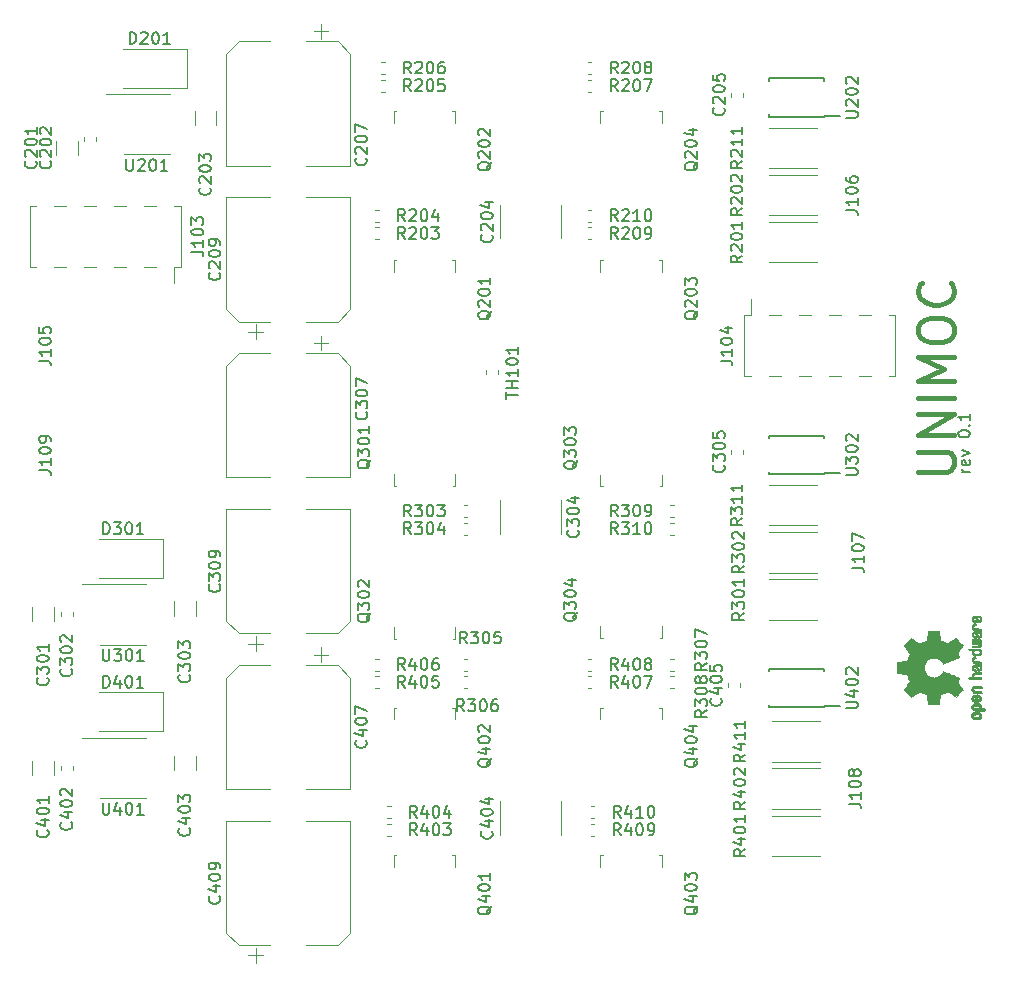
<source format=gto>
G04 This is an RS-274x file exported by *
G04 gerbv version 2.6A *
G04 More information is available about gerbv at *
G04 http://gerbv.geda-project.org/ *
G04 --End of header info--*
%MOIN*%
%FSLAX34Y34*%
%IPPOS*%
G04 --Define apertures--*
%ADD10C,0.0059*%
%ADD11C,0.0177*%
%ADD12C,0.0004*%
%ADD13C,0.0047*%
G04 --Start main section--*
G54D10*
G01X0054214Y-055395D02*
G01X0053951Y-055395D01*
G01X0054026Y-055395D02*
G01X0053989Y-055376D01*
G01X0053989Y-055376D02*
G01X0053970Y-055357D01*
G01X0053970Y-055357D02*
G01X0053951Y-055320D01*
G01X0053951Y-055320D02*
G01X0053951Y-055282D01*
G01X0054195Y-055001D02*
G01X0054214Y-055038D01*
G01X0054214Y-055038D02*
G01X0054214Y-055113D01*
G01X0054214Y-055113D02*
G01X0054195Y-055151D01*
G01X0054195Y-055151D02*
G01X0054157Y-055170D01*
G01X0054157Y-055170D02*
G01X0054007Y-055170D01*
G01X0054007Y-055170D02*
G01X0053970Y-055151D01*
G01X0053970Y-055151D02*
G01X0053951Y-055113D01*
G01X0053951Y-055113D02*
G01X0053951Y-055038D01*
G01X0053951Y-055038D02*
G01X0053970Y-055001D01*
G01X0053970Y-055001D02*
G01X0054007Y-054982D01*
G01X0054007Y-054982D02*
G01X0054045Y-054982D01*
G01X0054045Y-054982D02*
G01X0054082Y-055170D01*
G01X0053951Y-054851D02*
G01X0054214Y-054757D01*
G01X0054214Y-054757D02*
G01X0053951Y-054663D01*
G01X0053820Y-054139D02*
G01X0053820Y-054101D01*
G01X0053820Y-054101D02*
G01X0053839Y-054064D01*
G01X0053839Y-054064D02*
G01X0053857Y-054045D01*
G01X0053857Y-054045D02*
G01X0053895Y-054026D01*
G01X0053895Y-054026D02*
G01X0053970Y-054007D01*
G01X0053970Y-054007D02*
G01X0054064Y-054007D01*
G01X0054064Y-054007D02*
G01X0054139Y-054026D01*
G01X0054139Y-054026D02*
G01X0054176Y-054045D01*
G01X0054176Y-054045D02*
G01X0054195Y-054064D01*
G01X0054195Y-054064D02*
G01X0054214Y-054101D01*
G01X0054214Y-054101D02*
G01X0054214Y-054139D01*
G01X0054214Y-054139D02*
G01X0054195Y-054176D01*
G01X0054195Y-054176D02*
G01X0054176Y-054195D01*
G01X0054176Y-054195D02*
G01X0054139Y-054214D01*
G01X0054139Y-054214D02*
G01X0054064Y-054232D01*
G01X0054064Y-054232D02*
G01X0053970Y-054232D01*
G01X0053970Y-054232D02*
G01X0053895Y-054214D01*
G01X0053895Y-054214D02*
G01X0053857Y-054195D01*
G01X0053857Y-054195D02*
G01X0053839Y-054176D01*
G01X0053839Y-054176D02*
G01X0053820Y-054139D01*
G01X0054176Y-053839D02*
G01X0054195Y-053820D01*
G01X0054195Y-053820D02*
G01X0054214Y-053839D01*
G01X0054214Y-053839D02*
G01X0054195Y-053857D01*
G01X0054195Y-053857D02*
G01X0054176Y-053839D01*
G01X0054176Y-053839D02*
G01X0054214Y-053839D01*
G01X0054214Y-053445D02*
G01X0054214Y-053670D01*
G01X0054214Y-053557D02*
G01X0053820Y-053557D01*
G01X0053820Y-053557D02*
G01X0053876Y-053595D01*
G01X0053876Y-053595D02*
G01X0053914Y-053632D01*
G01X0053914Y-053632D02*
G01X0053932Y-053670D01*
G54D11*
G01X0052503Y-055385D02*
G01X0053459Y-055385D01*
G01X0053459Y-055385D02*
G01X0053571Y-055329D01*
G01X0053571Y-055329D02*
G01X0053628Y-055273D01*
G01X0053628Y-055273D02*
G01X0053684Y-055160D01*
G01X0053684Y-055160D02*
G01X0053684Y-054935D01*
G01X0053684Y-054935D02*
G01X0053628Y-054823D01*
G01X0053628Y-054823D02*
G01X0053571Y-054767D01*
G01X0053571Y-054767D02*
G01X0053459Y-054710D01*
G01X0053459Y-054710D02*
G01X0052503Y-054710D01*
G01X0053684Y-054148D02*
G01X0052503Y-054148D01*
G01X0052503Y-054148D02*
G01X0053684Y-053473D01*
G01X0053684Y-053473D02*
G01X0052503Y-053473D01*
G01X0053684Y-052911D02*
G01X0052503Y-052911D01*
G01X0053684Y-052348D02*
G01X0052503Y-052348D01*
G01X0052503Y-052348D02*
G01X0053346Y-051954D01*
G01X0053346Y-051954D02*
G01X0052503Y-051561D01*
G01X0052503Y-051561D02*
G01X0053684Y-051561D01*
G01X0052503Y-050773D02*
G01X0052503Y-050548D01*
G01X0052503Y-050548D02*
G01X0052559Y-050436D01*
G01X0052559Y-050436D02*
G01X0052672Y-050323D01*
G01X0052672Y-050323D02*
G01X0052897Y-050267D01*
G01X0052897Y-050267D02*
G01X0053290Y-050267D01*
G01X0053290Y-050267D02*
G01X0053515Y-050323D01*
G01X0053515Y-050323D02*
G01X0053628Y-050436D01*
G01X0053628Y-050436D02*
G01X0053684Y-050548D01*
G01X0053684Y-050548D02*
G01X0053684Y-050773D01*
G01X0053684Y-050773D02*
G01X0053628Y-050886D01*
G01X0053628Y-050886D02*
G01X0053515Y-050998D01*
G01X0053515Y-050998D02*
G01X0053290Y-051055D01*
G01X0053290Y-051055D02*
G01X0052897Y-051055D01*
G01X0052897Y-051055D02*
G01X0052672Y-050998D01*
G01X0052672Y-050998D02*
G01X0052559Y-050886D01*
G01X0052559Y-050886D02*
G01X0052503Y-050773D01*
G01X0053571Y-049086D02*
G01X0053628Y-049142D01*
G01X0053628Y-049142D02*
G01X0053684Y-049311D01*
G01X0053684Y-049311D02*
G01X0053684Y-049424D01*
G01X0053684Y-049424D02*
G01X0053628Y-049592D01*
G01X0053628Y-049592D02*
G01X0053515Y-049705D01*
G01X0053515Y-049705D02*
G01X0053403Y-049761D01*
G01X0053403Y-049761D02*
G01X0053178Y-049817D01*
G01X0053178Y-049817D02*
G01X0053009Y-049817D01*
G01X0053009Y-049817D02*
G01X0052784Y-049761D01*
G01X0052784Y-049761D02*
G01X0052672Y-049705D01*
G01X0052672Y-049705D02*
G01X0052559Y-049592D01*
G01X0052559Y-049592D02*
G01X0052503Y-049424D01*
G01X0052503Y-049424D02*
G01X0052503Y-049311D01*
G01X0052503Y-049311D02*
G01X0052559Y-049142D01*
G01X0052559Y-049142D02*
G01X0052615Y-049086D01*
G54D12*
G36*
G01X0054266Y-063182D02*
G01X0054280Y-063152D01*
G01X0054307Y-063126D01*
G01X0054317Y-063119D01*
G01X0054330Y-063111D01*
G01X0054344Y-063106D01*
G01X0054363Y-063103D01*
G01X0054391Y-063102D01*
G01X0054427Y-063102D01*
G01X0054476Y-063103D01*
G01X0054513Y-063108D01*
G01X0054541Y-063116D01*
G01X0054562Y-063130D01*
G01X0054580Y-063149D01*
G01X0054581Y-063151D01*
G01X0054591Y-063170D01*
G01X0054597Y-063193D01*
G01X0054598Y-063223D01*
G01X0054598Y-063271D01*
G01X0054645Y-063271D01*
G01X0054671Y-063271D01*
G01X0054686Y-063274D01*
G01X0054695Y-063281D01*
G01X0054703Y-063295D01*
G01X0054704Y-063298D01*
G01X0054712Y-063313D01*
G01X0054716Y-063325D01*
G01X0054717Y-063334D01*
G01X0054711Y-063340D01*
G01X0054699Y-063344D01*
G01X0054677Y-063347D01*
G01X0054645Y-063347D01*
G01X0054601Y-063347D01*
G01X0054544Y-063347D01*
G01X0054527Y-063346D01*
G01X0054468Y-063346D01*
G01X0054429Y-063345D01*
G01X0054429Y-063271D01*
G01X0054462Y-063271D01*
G01X0054483Y-063269D01*
G01X0054498Y-063265D01*
G01X0054508Y-063257D01*
G01X0054514Y-063252D01*
G01X0054529Y-063232D01*
G01X0054531Y-063213D01*
G01X0054518Y-063195D01*
G01X0054517Y-063194D01*
G01X0054507Y-063186D01*
G01X0054494Y-063182D01*
G01X0054473Y-063179D01*
G01X0054441Y-063179D01*
G01X0054434Y-063179D01*
G01X0054391Y-063180D01*
G01X0054360Y-063186D01*
G01X0054342Y-063197D01*
G01X0054333Y-063212D01*
G01X0054333Y-063221D01*
G01X0054337Y-063243D01*
G01X0054350Y-063258D01*
G01X0054373Y-063267D01*
G01X0054409Y-063271D01*
G01X0054429Y-063271D01*
G01X0054429Y-063345D01*
G01X0054422Y-063345D01*
G01X0054388Y-063344D01*
G01X0054363Y-063342D01*
G01X0054345Y-063340D01*
G01X0054332Y-063337D01*
G01X0054323Y-063333D01*
G01X0054314Y-063328D01*
G01X0054311Y-063326D01*
G01X0054282Y-063297D01*
G01X0054266Y-063261D01*
G01X0054261Y-063218D01*
G01X0054266Y-063182D01*
G01X0054266Y-063182D01*
G37*
G01X0054266Y-063182D02*
G01X0054280Y-063152D01*
G01X0054280Y-063152D02*
G01X0054307Y-063126D01*
G01X0054307Y-063126D02*
G01X0054317Y-063119D01*
G01X0054317Y-063119D02*
G01X0054330Y-063111D01*
G01X0054330Y-063111D02*
G01X0054344Y-063106D01*
G01X0054344Y-063106D02*
G01X0054363Y-063103D01*
G01X0054363Y-063103D02*
G01X0054391Y-063102D01*
G01X0054391Y-063102D02*
G01X0054427Y-063102D01*
G01X0054427Y-063102D02*
G01X0054476Y-063103D01*
G01X0054476Y-063103D02*
G01X0054513Y-063108D01*
G01X0054513Y-063108D02*
G01X0054541Y-063116D01*
G01X0054541Y-063116D02*
G01X0054562Y-063130D01*
G01X0054562Y-063130D02*
G01X0054580Y-063149D01*
G01X0054580Y-063149D02*
G01X0054581Y-063151D01*
G01X0054581Y-063151D02*
G01X0054591Y-063170D01*
G01X0054591Y-063170D02*
G01X0054597Y-063193D01*
G01X0054597Y-063193D02*
G01X0054598Y-063223D01*
G01X0054598Y-063223D02*
G01X0054598Y-063271D01*
G01X0054598Y-063271D02*
G01X0054645Y-063271D01*
G01X0054645Y-063271D02*
G01X0054671Y-063271D01*
G01X0054671Y-063271D02*
G01X0054686Y-063274D01*
G01X0054686Y-063274D02*
G01X0054695Y-063281D01*
G01X0054695Y-063281D02*
G01X0054703Y-063295D01*
G01X0054703Y-063295D02*
G01X0054704Y-063298D01*
G01X0054704Y-063298D02*
G01X0054712Y-063313D01*
G01X0054712Y-063313D02*
G01X0054716Y-063325D01*
G01X0054716Y-063325D02*
G01X0054717Y-063334D01*
G01X0054717Y-063334D02*
G01X0054711Y-063340D01*
G01X0054711Y-063340D02*
G01X0054699Y-063344D01*
G01X0054699Y-063344D02*
G01X0054677Y-063347D01*
G01X0054677Y-063347D02*
G01X0054645Y-063347D01*
G01X0054645Y-063347D02*
G01X0054601Y-063347D01*
G01X0054601Y-063347D02*
G01X0054544Y-063347D01*
G01X0054544Y-063347D02*
G01X0054527Y-063346D01*
G01X0054527Y-063346D02*
G01X0054468Y-063346D01*
G01X0054468Y-063346D02*
G01X0054429Y-063345D01*
G01X0054429Y-063345D02*
G01X0054429Y-063271D01*
G01X0054429Y-063271D02*
G01X0054462Y-063271D01*
G01X0054462Y-063271D02*
G01X0054483Y-063269D01*
G01X0054483Y-063269D02*
G01X0054498Y-063265D01*
G01X0054498Y-063265D02*
G01X0054508Y-063257D01*
G01X0054508Y-063257D02*
G01X0054514Y-063252D01*
G01X0054514Y-063252D02*
G01X0054529Y-063232D01*
G01X0054529Y-063232D02*
G01X0054531Y-063213D01*
G01X0054531Y-063213D02*
G01X0054518Y-063195D01*
G01X0054518Y-063195D02*
G01X0054517Y-063194D01*
G01X0054517Y-063194D02*
G01X0054507Y-063186D01*
G01X0054507Y-063186D02*
G01X0054494Y-063182D01*
G01X0054494Y-063182D02*
G01X0054473Y-063179D01*
G01X0054473Y-063179D02*
G01X0054441Y-063179D01*
G01X0054441Y-063179D02*
G01X0054434Y-063179D01*
G01X0054434Y-063179D02*
G01X0054391Y-063180D01*
G01X0054391Y-063180D02*
G01X0054360Y-063186D01*
G01X0054360Y-063186D02*
G01X0054342Y-063197D01*
G01X0054342Y-063197D02*
G01X0054333Y-063212D01*
G01X0054333Y-063212D02*
G01X0054333Y-063221D01*
G01X0054333Y-063221D02*
G01X0054337Y-063243D01*
G01X0054337Y-063243D02*
G01X0054350Y-063258D01*
G01X0054350Y-063258D02*
G01X0054373Y-063267D01*
G01X0054373Y-063267D02*
G01X0054409Y-063271D01*
G01X0054409Y-063271D02*
G01X0054429Y-063271D01*
G01X0054429Y-063271D02*
G01X0054429Y-063345D01*
G01X0054429Y-063345D02*
G01X0054422Y-063345D01*
G01X0054422Y-063345D02*
G01X0054388Y-063344D01*
G01X0054388Y-063344D02*
G01X0054363Y-063342D01*
G01X0054363Y-063342D02*
G01X0054345Y-063340D01*
G01X0054345Y-063340D02*
G01X0054332Y-063337D01*
G01X0054332Y-063337D02*
G01X0054323Y-063333D01*
G01X0054323Y-063333D02*
G01X0054314Y-063328D01*
G01X0054314Y-063328D02*
G01X0054311Y-063326D01*
G01X0054311Y-063326D02*
G01X0054282Y-063297D01*
G01X0054282Y-063297D02*
G01X0054266Y-063261D01*
G01X0054266Y-063261D02*
G01X0054261Y-063218D01*
G01X0054261Y-063218D02*
G01X0054266Y-063182D01*
G36*
G01X0054270Y-062590D02*
G01X0054284Y-062565D01*
G01X0054298Y-062548D01*
G01X0054313Y-062535D01*
G01X0054331Y-062527D01*
G01X0054355Y-062521D01*
G01X0054388Y-062518D01*
G01X0054432Y-062517D01*
G01X0054463Y-062517D01*
G01X0054580Y-062517D01*
G01X0054609Y-062583D01*
G01X0054482Y-062586D01*
G01X0054434Y-062588D01*
G01X0054400Y-062590D01*
G01X0054376Y-062592D01*
G01X0054360Y-062594D01*
G01X0054351Y-062598D01*
G01X0054345Y-062603D01*
G01X0054344Y-062605D01*
G01X0054333Y-062630D01*
G01X0054337Y-062656D01*
G01X0054348Y-062671D01*
G01X0054356Y-062677D01*
G01X0054365Y-062681D01*
G01X0054380Y-062684D01*
G01X0054403Y-062686D01*
G01X0054436Y-062686D01*
G01X0054471Y-062686D01*
G01X0054514Y-062686D01*
G01X0054545Y-062687D01*
G01X0054566Y-062690D01*
G01X0054579Y-062695D01*
G01X0054588Y-062704D01*
G01X0054595Y-062718D01*
G01X0054602Y-062736D01*
G01X0054610Y-062757D01*
G01X0054473Y-062754D01*
G01X0054424Y-062753D01*
G01X0054387Y-062752D01*
G01X0054361Y-062750D01*
G01X0054343Y-062748D01*
G01X0054330Y-062744D01*
G01X0054320Y-062739D01*
G01X0054311Y-062733D01*
G01X0054281Y-062704D01*
G01X0054264Y-062668D01*
G01X0054260Y-062629D01*
G01X0054270Y-062590D01*
G01X0054270Y-062590D01*
G37*
G01X0054270Y-062590D02*
G01X0054284Y-062565D01*
G01X0054284Y-062565D02*
G01X0054298Y-062548D01*
G01X0054298Y-062548D02*
G01X0054313Y-062535D01*
G01X0054313Y-062535D02*
G01X0054331Y-062527D01*
G01X0054331Y-062527D02*
G01X0054355Y-062521D01*
G01X0054355Y-062521D02*
G01X0054388Y-062518D01*
G01X0054388Y-062518D02*
G01X0054432Y-062517D01*
G01X0054432Y-062517D02*
G01X0054463Y-062517D01*
G01X0054463Y-062517D02*
G01X0054580Y-062517D01*
G01X0054580Y-062517D02*
G01X0054609Y-062583D01*
G01X0054609Y-062583D02*
G01X0054482Y-062586D01*
G01X0054482Y-062586D02*
G01X0054434Y-062588D01*
G01X0054434Y-062588D02*
G01X0054400Y-062590D01*
G01X0054400Y-062590D02*
G01X0054376Y-062592D01*
G01X0054376Y-062592D02*
G01X0054360Y-062594D01*
G01X0054360Y-062594D02*
G01X0054351Y-062598D01*
G01X0054351Y-062598D02*
G01X0054345Y-062603D01*
G01X0054345Y-062603D02*
G01X0054344Y-062605D01*
G01X0054344Y-062605D02*
G01X0054333Y-062630D01*
G01X0054333Y-062630D02*
G01X0054337Y-062656D01*
G01X0054337Y-062656D02*
G01X0054348Y-062671D01*
G01X0054348Y-062671D02*
G01X0054356Y-062677D01*
G01X0054356Y-062677D02*
G01X0054365Y-062681D01*
G01X0054365Y-062681D02*
G01X0054380Y-062684D01*
G01X0054380Y-062684D02*
G01X0054403Y-062686D01*
G01X0054403Y-062686D02*
G01X0054436Y-062686D01*
G01X0054436Y-062686D02*
G01X0054471Y-062686D01*
G01X0054471Y-062686D02*
G01X0054514Y-062686D01*
G01X0054514Y-062686D02*
G01X0054545Y-062687D01*
G01X0054545Y-062687D02*
G01X0054566Y-062690D01*
G01X0054566Y-062690D02*
G01X0054579Y-062695D01*
G01X0054579Y-062695D02*
G01X0054588Y-062704D01*
G01X0054588Y-062704D02*
G01X0054595Y-062718D01*
G01X0054595Y-062718D02*
G01X0054602Y-062736D01*
G01X0054602Y-062736D02*
G01X0054610Y-062757D01*
G01X0054610Y-062757D02*
G01X0054473Y-062754D01*
G01X0054473Y-062754D02*
G01X0054424Y-062753D01*
G01X0054424Y-062753D02*
G01X0054387Y-062752D01*
G01X0054387Y-062752D02*
G01X0054361Y-062750D01*
G01X0054361Y-062750D02*
G01X0054343Y-062748D01*
G01X0054343Y-062748D02*
G01X0054330Y-062744D01*
G01X0054330Y-062744D02*
G01X0054320Y-062739D01*
G01X0054320Y-062739D02*
G01X0054311Y-062733D01*
G01X0054311Y-062733D02*
G01X0054281Y-062704D01*
G01X0054281Y-062704D02*
G01X0054264Y-062668D01*
G01X0054264Y-062668D02*
G01X0054260Y-062629D01*
G01X0054260Y-062629D02*
G01X0054270Y-062590D01*
G36*
G01X0054267Y-063478D02*
G01X0054286Y-063442D01*
G01X0054316Y-063415D01*
G01X0054336Y-063405D01*
G01X0054365Y-063398D01*
G01X0054402Y-063394D01*
G01X0054443Y-063394D01*
G01X0054483Y-063397D01*
G01X0054517Y-063403D01*
G01X0054542Y-063412D01*
G01X0054546Y-063414D01*
G01X0054578Y-063446D01*
G01X0054597Y-063484D01*
G01X0054602Y-063525D01*
G01X0054594Y-063567D01*
G01X0054588Y-063579D01*
G01X0054573Y-063601D01*
G01X0054551Y-063621D01*
G01X0054549Y-063623D01*
G01X0054536Y-063630D01*
G01X0054522Y-063635D01*
G01X0054504Y-063638D01*
G01X0054478Y-063640D01*
G01X0054441Y-063640D01*
G01X0054433Y-063640D01*
G01X0054430Y-063640D01*
G01X0054430Y-063563D01*
G01X0054465Y-063563D01*
G01X0054488Y-063561D01*
G01X0054503Y-063557D01*
G01X0054514Y-063551D01*
G01X0054517Y-063548D01*
G01X0054530Y-063530D01*
G01X0054530Y-063512D01*
G01X0054518Y-063494D01*
G01X0054506Y-063483D01*
G01X0054488Y-063476D01*
G01X0054460Y-063473D01*
G01X0054457Y-063473D01*
G01X0054406Y-063472D01*
G01X0054369Y-063478D01*
G01X0054344Y-063492D01*
G01X0054333Y-063512D01*
G01X0054333Y-063519D01*
G01X0054336Y-063538D01*
G01X0054346Y-063551D01*
G01X0054366Y-063559D01*
G01X0054397Y-063563D01*
G01X0054430Y-063563D01*
G01X0054430Y-063640D01*
G01X0054393Y-063640D01*
G01X0054365Y-063639D01*
G01X0054346Y-063636D01*
G01X0054332Y-063632D01*
G01X0054320Y-063624D01*
G01X0054317Y-063623D01*
G01X0054286Y-063597D01*
G01X0054268Y-063568D01*
G01X0054260Y-063534D01*
G01X0054260Y-063522D01*
G01X0054267Y-063478D01*
G01X0054267Y-063478D01*
G37*
G01X0054267Y-063478D02*
G01X0054286Y-063442D01*
G01X0054286Y-063442D02*
G01X0054316Y-063415D01*
G01X0054316Y-063415D02*
G01X0054336Y-063405D01*
G01X0054336Y-063405D02*
G01X0054365Y-063398D01*
G01X0054365Y-063398D02*
G01X0054402Y-063394D01*
G01X0054402Y-063394D02*
G01X0054443Y-063394D01*
G01X0054443Y-063394D02*
G01X0054483Y-063397D01*
G01X0054483Y-063397D02*
G01X0054517Y-063403D01*
G01X0054517Y-063403D02*
G01X0054542Y-063412D01*
G01X0054542Y-063412D02*
G01X0054546Y-063414D01*
G01X0054546Y-063414D02*
G01X0054578Y-063446D01*
G01X0054578Y-063446D02*
G01X0054597Y-063484D01*
G01X0054597Y-063484D02*
G01X0054602Y-063525D01*
G01X0054602Y-063525D02*
G01X0054594Y-063567D01*
G01X0054594Y-063567D02*
G01X0054588Y-063579D01*
G01X0054588Y-063579D02*
G01X0054573Y-063601D01*
G01X0054573Y-063601D02*
G01X0054551Y-063621D01*
G01X0054551Y-063621D02*
G01X0054549Y-063623D01*
G01X0054549Y-063623D02*
G01X0054536Y-063630D01*
G01X0054536Y-063630D02*
G01X0054522Y-063635D01*
G01X0054522Y-063635D02*
G01X0054504Y-063638D01*
G01X0054504Y-063638D02*
G01X0054478Y-063640D01*
G01X0054478Y-063640D02*
G01X0054441Y-063640D01*
G01X0054441Y-063640D02*
G01X0054433Y-063640D01*
G01X0054433Y-063640D02*
G01X0054430Y-063640D01*
G01X0054430Y-063640D02*
G01X0054430Y-063563D01*
G01X0054430Y-063563D02*
G01X0054465Y-063563D01*
G01X0054465Y-063563D02*
G01X0054488Y-063561D01*
G01X0054488Y-063561D02*
G01X0054503Y-063557D01*
G01X0054503Y-063557D02*
G01X0054514Y-063551D01*
G01X0054514Y-063551D02*
G01X0054517Y-063548D01*
G01X0054517Y-063548D02*
G01X0054530Y-063530D01*
G01X0054530Y-063530D02*
G01X0054530Y-063512D01*
G01X0054530Y-063512D02*
G01X0054518Y-063494D01*
G01X0054518Y-063494D02*
G01X0054506Y-063483D01*
G01X0054506Y-063483D02*
G01X0054488Y-063476D01*
G01X0054488Y-063476D02*
G01X0054460Y-063473D01*
G01X0054460Y-063473D02*
G01X0054457Y-063473D01*
G01X0054457Y-063473D02*
G01X0054406Y-063472D01*
G01X0054406Y-063472D02*
G01X0054369Y-063478D01*
G01X0054369Y-063478D02*
G01X0054344Y-063492D01*
G01X0054344Y-063492D02*
G01X0054333Y-063512D01*
G01X0054333Y-063512D02*
G01X0054333Y-063519D01*
G01X0054333Y-063519D02*
G01X0054336Y-063538D01*
G01X0054336Y-063538D02*
G01X0054346Y-063551D01*
G01X0054346Y-063551D02*
G01X0054366Y-063559D01*
G01X0054366Y-063559D02*
G01X0054397Y-063563D01*
G01X0054397Y-063563D02*
G01X0054430Y-063563D01*
G01X0054430Y-063563D02*
G01X0054430Y-063640D01*
G01X0054430Y-063640D02*
G01X0054393Y-063640D01*
G01X0054393Y-063640D02*
G01X0054365Y-063639D01*
G01X0054365Y-063639D02*
G01X0054346Y-063636D01*
G01X0054346Y-063636D02*
G01X0054332Y-063632D01*
G01X0054332Y-063632D02*
G01X0054320Y-063624D01*
G01X0054320Y-063624D02*
G01X0054317Y-063623D01*
G01X0054317Y-063623D02*
G01X0054286Y-063597D01*
G01X0054286Y-063597D02*
G01X0054268Y-063568D01*
G01X0054268Y-063568D02*
G01X0054260Y-063534D01*
G01X0054260Y-063534D02*
G01X0054260Y-063522D01*
G01X0054260Y-063522D02*
G01X0054267Y-063478D01*
G36*
G01X0054272Y-062880D02*
G01X0054292Y-062850D01*
G01X0054321Y-062826D01*
G01X0054359Y-062812D01*
G01X0054387Y-062810D01*
G01X0054398Y-062810D01*
G01X0054407Y-062813D01*
G01X0054415Y-062820D01*
G01X0054424Y-062834D01*
G01X0054435Y-062858D01*
G01X0054451Y-062894D01*
G01X0054451Y-062894D01*
G01X0054466Y-062927D01*
G01X0054479Y-062954D01*
G01X0054489Y-062972D01*
G01X0054495Y-062979D01*
G01X0054495Y-062979D01*
G01X0054507Y-062973D01*
G01X0054521Y-062959D01*
G01X0054531Y-062942D01*
G01X0054533Y-062934D01*
G01X0054526Y-062912D01*
G01X0054509Y-062893D01*
G01X0054491Y-062883D01*
G01X0054477Y-062874D01*
G01X0054461Y-062857D01*
G01X0054448Y-062836D01*
G01X0054441Y-062817D01*
G01X0054440Y-062814D01*
G01X0054447Y-062809D01*
G01X0054464Y-062809D01*
G01X0054487Y-062812D01*
G01X0054511Y-062818D01*
G01X0054532Y-062826D01*
G01X0054533Y-062827D01*
G01X0054567Y-062851D01*
G01X0054591Y-062883D01*
G01X0054602Y-062919D01*
G01X0054601Y-062957D01*
G01X0054586Y-062993D01*
G01X0054585Y-062994D01*
G01X0054559Y-063023D01*
G01X0054525Y-063041D01*
G01X0054482Y-063052D01*
G01X0054469Y-063053D01*
G01X0054411Y-063055D01*
G01X0054384Y-063052D01*
G01X0054384Y-062979D01*
G01X0054401Y-062978D01*
G01X0054406Y-062972D01*
G01X0054402Y-062959D01*
G01X0054393Y-062939D01*
G01X0054382Y-062916D01*
G01X0054382Y-062915D01*
G01X0054372Y-062896D01*
G01X0054365Y-062888D01*
G01X0054358Y-062890D01*
G01X0054348Y-062898D01*
G01X0054334Y-062919D01*
G01X0054333Y-062941D01*
G01X0054343Y-062961D01*
G01X0054363Y-062975D01*
G01X0054384Y-062979D01*
G01X0054384Y-063052D01*
G01X0054364Y-063050D01*
G01X0054327Y-063037D01*
G01X0054301Y-063020D01*
G01X0054275Y-062987D01*
G01X0054262Y-062951D01*
G01X0054261Y-062915D01*
G01X0054272Y-062880D01*
G01X0054272Y-062880D01*
G37*
G01X0054272Y-062880D02*
G01X0054292Y-062850D01*
G01X0054292Y-062850D02*
G01X0054321Y-062826D01*
G01X0054321Y-062826D02*
G01X0054359Y-062812D01*
G01X0054359Y-062812D02*
G01X0054387Y-062810D01*
G01X0054387Y-062810D02*
G01X0054398Y-062810D01*
G01X0054398Y-062810D02*
G01X0054407Y-062813D01*
G01X0054407Y-062813D02*
G01X0054415Y-062820D01*
G01X0054415Y-062820D02*
G01X0054424Y-062834D01*
G01X0054424Y-062834D02*
G01X0054435Y-062858D01*
G01X0054435Y-062858D02*
G01X0054451Y-062894D01*
G01X0054451Y-062894D02*
G01X0054451Y-062894D01*
G01X0054451Y-062894D02*
G01X0054466Y-062927D01*
G01X0054466Y-062927D02*
G01X0054479Y-062954D01*
G01X0054479Y-062954D02*
G01X0054489Y-062972D01*
G01X0054489Y-062972D02*
G01X0054495Y-062979D01*
G01X0054495Y-062979D02*
G01X0054495Y-062979D01*
G01X0054495Y-062979D02*
G01X0054507Y-062973D01*
G01X0054507Y-062973D02*
G01X0054521Y-062959D01*
G01X0054521Y-062959D02*
G01X0054531Y-062942D01*
G01X0054531Y-062942D02*
G01X0054533Y-062934D01*
G01X0054533Y-062934D02*
G01X0054526Y-062912D01*
G01X0054526Y-062912D02*
G01X0054509Y-062893D01*
G01X0054509Y-062893D02*
G01X0054491Y-062883D01*
G01X0054491Y-062883D02*
G01X0054477Y-062874D01*
G01X0054477Y-062874D02*
G01X0054461Y-062857D01*
G01X0054461Y-062857D02*
G01X0054448Y-062836D01*
G01X0054448Y-062836D02*
G01X0054441Y-062817D01*
G01X0054441Y-062817D02*
G01X0054440Y-062814D01*
G01X0054440Y-062814D02*
G01X0054447Y-062809D01*
G01X0054447Y-062809D02*
G01X0054464Y-062809D01*
G01X0054464Y-062809D02*
G01X0054487Y-062812D01*
G01X0054487Y-062812D02*
G01X0054511Y-062818D01*
G01X0054511Y-062818D02*
G01X0054532Y-062826D01*
G01X0054532Y-062826D02*
G01X0054533Y-062827D01*
G01X0054533Y-062827D02*
G01X0054567Y-062851D01*
G01X0054567Y-062851D02*
G01X0054591Y-062883D01*
G01X0054591Y-062883D02*
G01X0054602Y-062919D01*
G01X0054602Y-062919D02*
G01X0054601Y-062957D01*
G01X0054601Y-062957D02*
G01X0054586Y-062993D01*
G01X0054586Y-062993D02*
G01X0054585Y-062994D01*
G01X0054585Y-062994D02*
G01X0054559Y-063023D01*
G01X0054559Y-063023D02*
G01X0054525Y-063041D01*
G01X0054525Y-063041D02*
G01X0054482Y-063052D01*
G01X0054482Y-063052D02*
G01X0054469Y-063053D01*
G01X0054469Y-063053D02*
G01X0054411Y-063055D01*
G01X0054411Y-063055D02*
G01X0054384Y-063052D01*
G01X0054384Y-063052D02*
G01X0054384Y-062979D01*
G01X0054384Y-062979D02*
G01X0054401Y-062978D01*
G01X0054401Y-062978D02*
G01X0054406Y-062972D01*
G01X0054406Y-062972D02*
G01X0054402Y-062959D01*
G01X0054402Y-062959D02*
G01X0054393Y-062939D01*
G01X0054393Y-062939D02*
G01X0054382Y-062916D01*
G01X0054382Y-062916D02*
G01X0054382Y-062915D01*
G01X0054382Y-062915D02*
G01X0054372Y-062896D01*
G01X0054372Y-062896D02*
G01X0054365Y-062888D01*
G01X0054365Y-062888D02*
G01X0054358Y-062890D01*
G01X0054358Y-062890D02*
G01X0054348Y-062898D01*
G01X0054348Y-062898D02*
G01X0054334Y-062919D01*
G01X0054334Y-062919D02*
G01X0054333Y-062941D01*
G01X0054333Y-062941D02*
G01X0054343Y-062961D01*
G01X0054343Y-062961D02*
G01X0054363Y-062975D01*
G01X0054363Y-062975D02*
G01X0054384Y-062979D01*
G01X0054384Y-062979D02*
G01X0054384Y-063052D01*
G01X0054384Y-063052D02*
G01X0054364Y-063050D01*
G01X0054364Y-063050D02*
G01X0054327Y-063037D01*
G01X0054327Y-063037D02*
G01X0054301Y-063020D01*
G01X0054301Y-063020D02*
G01X0054275Y-062987D01*
G01X0054275Y-062987D02*
G01X0054262Y-062951D01*
G01X0054262Y-062951D02*
G01X0054261Y-062915D01*
G01X0054261Y-062915D02*
G01X0054272Y-062880D01*
G36*
G01X0054229Y-062240D02*
G01X0054261Y-062238D01*
G01X0054279Y-062235D01*
G01X0054287Y-062232D01*
G01X0054287Y-062227D01*
G01X0054286Y-062225D01*
G01X0054279Y-062202D01*
G01X0054280Y-062173D01*
G01X0054287Y-062143D01*
G01X0054296Y-062124D01*
G01X0054311Y-062105D01*
G01X0054328Y-062091D01*
G01X0054349Y-062081D01*
G01X0054378Y-062075D01*
G01X0054416Y-062072D01*
G01X0054466Y-062071D01*
G01X0054476Y-062071D01*
G01X0054585Y-062071D01*
G01X0054593Y-062095D01*
G01X0054599Y-062112D01*
G01X0054602Y-062122D01*
G01X0054602Y-062122D01*
G01X0054595Y-062123D01*
G01X0054575Y-062124D01*
G01X0054544Y-062124D01*
G01X0054507Y-062125D01*
G01X0054484Y-062125D01*
G01X0054439Y-062125D01*
G01X0054407Y-062125D01*
G01X0054384Y-062127D01*
G01X0054370Y-062129D01*
G01X0054360Y-062133D01*
G01X0054353Y-062139D01*
G01X0054349Y-062143D01*
G01X0054335Y-062167D01*
G01X0054334Y-062194D01*
G01X0054346Y-062219D01*
G01X0054350Y-062223D01*
G01X0054359Y-062230D01*
G01X0054368Y-062235D01*
G01X0054382Y-062238D01*
G01X0054403Y-062239D01*
G01X0054434Y-062240D01*
G01X0054477Y-062240D01*
G01X0054585Y-062240D01*
G01X0054593Y-062264D01*
G01X0054599Y-062282D01*
G01X0054602Y-062291D01*
G01X0054602Y-062291D01*
G01X0054595Y-062292D01*
G01X0054574Y-062293D01*
G01X0054542Y-062293D01*
G01X0054500Y-062294D01*
G01X0054451Y-062294D01*
G01X0054396Y-062294D01*
G01X0054186Y-062294D01*
G01X0054165Y-062244D01*
G01X0054229Y-062240D01*
G01X0054229Y-062240D01*
G37*
G01X0054229Y-062240D02*
G01X0054261Y-062238D01*
G01X0054261Y-062238D02*
G01X0054279Y-062235D01*
G01X0054279Y-062235D02*
G01X0054287Y-062232D01*
G01X0054287Y-062232D02*
G01X0054287Y-062227D01*
G01X0054287Y-062227D02*
G01X0054286Y-062225D01*
G01X0054286Y-062225D02*
G01X0054279Y-062202D01*
G01X0054279Y-062202D02*
G01X0054280Y-062173D01*
G01X0054280Y-062173D02*
G01X0054287Y-062143D01*
G01X0054287Y-062143D02*
G01X0054296Y-062124D01*
G01X0054296Y-062124D02*
G01X0054311Y-062105D01*
G01X0054311Y-062105D02*
G01X0054328Y-062091D01*
G01X0054328Y-062091D02*
G01X0054349Y-062081D01*
G01X0054349Y-062081D02*
G01X0054378Y-062075D01*
G01X0054378Y-062075D02*
G01X0054416Y-062072D01*
G01X0054416Y-062072D02*
G01X0054466Y-062071D01*
G01X0054466Y-062071D02*
G01X0054476Y-062071D01*
G01X0054476Y-062071D02*
G01X0054585Y-062071D01*
G01X0054585Y-062071D02*
G01X0054593Y-062095D01*
G01X0054593Y-062095D02*
G01X0054599Y-062112D01*
G01X0054599Y-062112D02*
G01X0054602Y-062122D01*
G01X0054602Y-062122D02*
G01X0054602Y-062122D01*
G01X0054602Y-062122D02*
G01X0054595Y-062123D01*
G01X0054595Y-062123D02*
G01X0054575Y-062124D01*
G01X0054575Y-062124D02*
G01X0054544Y-062124D01*
G01X0054544Y-062124D02*
G01X0054507Y-062125D01*
G01X0054507Y-062125D02*
G01X0054484Y-062125D01*
G01X0054484Y-062125D02*
G01X0054439Y-062125D01*
G01X0054439Y-062125D02*
G01X0054407Y-062125D01*
G01X0054407Y-062125D02*
G01X0054384Y-062127D01*
G01X0054384Y-062127D02*
G01X0054370Y-062129D01*
G01X0054370Y-062129D02*
G01X0054360Y-062133D01*
G01X0054360Y-062133D02*
G01X0054353Y-062139D01*
G01X0054353Y-062139D02*
G01X0054349Y-062143D01*
G01X0054349Y-062143D02*
G01X0054335Y-062167D01*
G01X0054335Y-062167D02*
G01X0054334Y-062194D01*
G01X0054334Y-062194D02*
G01X0054346Y-062219D01*
G01X0054346Y-062219D02*
G01X0054350Y-062223D01*
G01X0054350Y-062223D02*
G01X0054359Y-062230D01*
G01X0054359Y-062230D02*
G01X0054368Y-062235D01*
G01X0054368Y-062235D02*
G01X0054382Y-062238D01*
G01X0054382Y-062238D02*
G01X0054403Y-062239D01*
G01X0054403Y-062239D02*
G01X0054434Y-062240D01*
G01X0054434Y-062240D02*
G01X0054477Y-062240D01*
G01X0054477Y-062240D02*
G01X0054585Y-062240D01*
G01X0054585Y-062240D02*
G01X0054593Y-062264D01*
G01X0054593Y-062264D02*
G01X0054599Y-062282D01*
G01X0054599Y-062282D02*
G01X0054602Y-062291D01*
G01X0054602Y-062291D02*
G01X0054602Y-062291D01*
G01X0054602Y-062291D02*
G01X0054595Y-062292D01*
G01X0054595Y-062292D02*
G01X0054574Y-062293D01*
G01X0054574Y-062293D02*
G01X0054542Y-062293D01*
G01X0054542Y-062293D02*
G01X0054500Y-062294D01*
G01X0054500Y-062294D02*
G01X0054451Y-062294D01*
G01X0054451Y-062294D02*
G01X0054396Y-062294D01*
G01X0054396Y-062294D02*
G01X0054186Y-062294D01*
G01X0054186Y-062294D02*
G01X0054165Y-062244D01*
G01X0054165Y-062244D02*
G01X0054229Y-062240D01*
G36*
G01X0054282Y-061888D02*
G01X0054293Y-061858D01*
G01X0054293Y-061858D01*
G01X0054307Y-061839D01*
G01X0054323Y-061825D01*
G01X0054344Y-061816D01*
G01X0054372Y-061809D01*
G01X0054411Y-061806D01*
G01X0054461Y-061803D01*
G01X0054469Y-061803D01*
G01X0054578Y-061800D01*
G01X0054590Y-061824D01*
G01X0054598Y-061841D01*
G01X0054602Y-061851D01*
G01X0054602Y-061851D01*
G01X0054595Y-061853D01*
G01X0054575Y-061855D01*
G01X0054547Y-061855D01*
G01X0054524Y-061856D01*
G01X0054487Y-061856D01*
G01X0054464Y-061857D01*
G01X0054453Y-061863D01*
G01X0054453Y-061876D01*
G01X0054461Y-061898D01*
G01X0054476Y-061931D01*
G01X0054489Y-061955D01*
G01X0054500Y-061967D01*
G01X0054512Y-061971D01*
G01X0054513Y-061971D01*
G01X0054534Y-061965D01*
G01X0054545Y-061947D01*
G01X0054547Y-061920D01*
G01X0054546Y-061900D01*
G01X0054552Y-061889D01*
G01X0054566Y-061883D01*
G01X0054583Y-061879D01*
G01X0054593Y-061885D01*
G01X0054595Y-061887D01*
G01X0054600Y-061906D01*
G01X0054601Y-061932D01*
G01X0054597Y-061960D01*
G01X0054590Y-061980D01*
G01X0054567Y-062006D01*
G01X0054536Y-062022D01*
G01X0054511Y-062025D01*
G01X0054488Y-062023D01*
G01X0054470Y-062014D01*
G01X0054454Y-061998D01*
G01X0054437Y-061971D01*
G01X0054419Y-061931D01*
G01X0054418Y-061929D01*
G01X0054401Y-061893D01*
G01X0054388Y-061871D01*
G01X0054376Y-061862D01*
G01X0054364Y-061864D01*
G01X0054349Y-061876D01*
G01X0054346Y-061880D01*
G01X0054333Y-061905D01*
G01X0054334Y-061931D01*
G01X0054346Y-061953D01*
G01X0054369Y-061968D01*
G01X0054374Y-061969D01*
G01X0054396Y-061983D01*
G01X0054406Y-062000D01*
G01X0054417Y-062025D01*
G01X0054390Y-062025D01*
G01X0054350Y-062017D01*
G01X0054315Y-061995D01*
G01X0054303Y-061983D01*
G01X0054287Y-061957D01*
G01X0054280Y-061923D01*
G01X0054282Y-061888D01*
G01X0054282Y-061888D01*
G37*
G01X0054282Y-061888D02*
G01X0054293Y-061858D01*
G01X0054293Y-061858D02*
G01X0054293Y-061858D01*
G01X0054293Y-061858D02*
G01X0054307Y-061839D01*
G01X0054307Y-061839D02*
G01X0054323Y-061825D01*
G01X0054323Y-061825D02*
G01X0054344Y-061816D01*
G01X0054344Y-061816D02*
G01X0054372Y-061809D01*
G01X0054372Y-061809D02*
G01X0054411Y-061806D01*
G01X0054411Y-061806D02*
G01X0054461Y-061803D01*
G01X0054461Y-061803D02*
G01X0054469Y-061803D01*
G01X0054469Y-061803D02*
G01X0054578Y-061800D01*
G01X0054578Y-061800D02*
G01X0054590Y-061824D01*
G01X0054590Y-061824D02*
G01X0054598Y-061841D01*
G01X0054598Y-061841D02*
G01X0054602Y-061851D01*
G01X0054602Y-061851D02*
G01X0054602Y-061851D01*
G01X0054602Y-061851D02*
G01X0054595Y-061853D01*
G01X0054595Y-061853D02*
G01X0054575Y-061855D01*
G01X0054575Y-061855D02*
G01X0054547Y-061855D01*
G01X0054547Y-061855D02*
G01X0054524Y-061856D01*
G01X0054524Y-061856D02*
G01X0054487Y-061856D01*
G01X0054487Y-061856D02*
G01X0054464Y-061857D01*
G01X0054464Y-061857D02*
G01X0054453Y-061863D01*
G01X0054453Y-061863D02*
G01X0054453Y-061876D01*
G01X0054453Y-061876D02*
G01X0054461Y-061898D01*
G01X0054461Y-061898D02*
G01X0054476Y-061931D01*
G01X0054476Y-061931D02*
G01X0054489Y-061955D01*
G01X0054489Y-061955D02*
G01X0054500Y-061967D01*
G01X0054500Y-061967D02*
G01X0054512Y-061971D01*
G01X0054512Y-061971D02*
G01X0054513Y-061971D01*
G01X0054513Y-061971D02*
G01X0054534Y-061965D01*
G01X0054534Y-061965D02*
G01X0054545Y-061947D01*
G01X0054545Y-061947D02*
G01X0054547Y-061920D01*
G01X0054547Y-061920D02*
G01X0054546Y-061900D01*
G01X0054546Y-061900D02*
G01X0054552Y-061889D01*
G01X0054552Y-061889D02*
G01X0054566Y-061883D01*
G01X0054566Y-061883D02*
G01X0054583Y-061879D01*
G01X0054583Y-061879D02*
G01X0054593Y-061885D01*
G01X0054593Y-061885D02*
G01X0054595Y-061887D01*
G01X0054595Y-061887D02*
G01X0054600Y-061906D01*
G01X0054600Y-061906D02*
G01X0054601Y-061932D01*
G01X0054601Y-061932D02*
G01X0054597Y-061960D01*
G01X0054597Y-061960D02*
G01X0054590Y-061980D01*
G01X0054590Y-061980D02*
G01X0054567Y-062006D01*
G01X0054567Y-062006D02*
G01X0054536Y-062022D01*
G01X0054536Y-062022D02*
G01X0054511Y-062025D01*
G01X0054511Y-062025D02*
G01X0054488Y-062023D01*
G01X0054488Y-062023D02*
G01X0054470Y-062014D01*
G01X0054470Y-062014D02*
G01X0054454Y-061998D01*
G01X0054454Y-061998D02*
G01X0054437Y-061971D01*
G01X0054437Y-061971D02*
G01X0054419Y-061931D01*
G01X0054419Y-061931D02*
G01X0054418Y-061929D01*
G01X0054418Y-061929D02*
G01X0054401Y-061893D01*
G01X0054401Y-061893D02*
G01X0054388Y-061871D01*
G01X0054388Y-061871D02*
G01X0054376Y-061862D01*
G01X0054376Y-061862D02*
G01X0054364Y-061864D01*
G01X0054364Y-061864D02*
G01X0054349Y-061876D01*
G01X0054349Y-061876D02*
G01X0054346Y-061880D01*
G01X0054346Y-061880D02*
G01X0054333Y-061905D01*
G01X0054333Y-061905D02*
G01X0054334Y-061931D01*
G01X0054334Y-061931D02*
G01X0054346Y-061953D01*
G01X0054346Y-061953D02*
G01X0054369Y-061968D01*
G01X0054369Y-061968D02*
G01X0054374Y-061969D01*
G01X0054374Y-061969D02*
G01X0054396Y-061983D01*
G01X0054396Y-061983D02*
G01X0054406Y-062000D01*
G01X0054406Y-062000D02*
G01X0054417Y-062025D01*
G01X0054417Y-062025D02*
G01X0054390Y-062025D01*
G01X0054390Y-062025D02*
G01X0054350Y-062017D01*
G01X0054350Y-062017D02*
G01X0054315Y-061995D01*
G01X0054315Y-061995D02*
G01X0054303Y-061983D01*
G01X0054303Y-061983D02*
G01X0054287Y-061957D01*
G01X0054287Y-061957D02*
G01X0054280Y-061923D01*
G01X0054280Y-061923D02*
G01X0054282Y-061888D01*
G36*
G01X0054281Y-061629D02*
G01X0054294Y-061594D01*
G01X0054317Y-061565D01*
G01X0054333Y-061554D01*
G01X0054363Y-061542D01*
G01X0054384Y-061542D01*
G01X0054398Y-061555D01*
G01X0054401Y-061560D01*
G01X0054408Y-061580D01*
G01X0054406Y-061590D01*
G01X0054394Y-061594D01*
G01X0054386Y-061594D01*
G01X0054361Y-061600D01*
G01X0054342Y-061617D01*
G01X0054334Y-061640D01*
G01X0054336Y-061666D01*
G01X0054347Y-061687D01*
G01X0054354Y-061695D01*
G01X0054362Y-061700D01*
G01X0054374Y-061703D01*
G01X0054392Y-061705D01*
G01X0054420Y-061707D01*
G01X0054461Y-061708D01*
G01X0054473Y-061708D01*
G01X0054517Y-061709D01*
G01X0054547Y-061710D01*
G01X0054567Y-061712D01*
G01X0054580Y-061715D01*
G01X0054587Y-061719D01*
G01X0054591Y-061726D01*
G01X0054593Y-061730D01*
G01X0054600Y-061747D01*
G01X0054602Y-061757D01*
G01X0054595Y-061760D01*
G01X0054573Y-061762D01*
G01X0054536Y-061763D01*
G01X0054485Y-061762D01*
G01X0054477Y-061762D01*
G01X0054430Y-061761D01*
G01X0054395Y-061760D01*
G01X0054371Y-061758D01*
G01X0054354Y-061755D01*
G01X0054342Y-061751D01*
G01X0054331Y-061745D01*
G01X0054327Y-061742D01*
G01X0054307Y-061724D01*
G01X0054292Y-061704D01*
G01X0054290Y-061702D01*
G01X0054280Y-061666D01*
G01X0054281Y-061629D01*
G01X0054281Y-061629D01*
G37*
G01X0054281Y-061629D02*
G01X0054294Y-061594D01*
G01X0054294Y-061594D02*
G01X0054317Y-061565D01*
G01X0054317Y-061565D02*
G01X0054333Y-061554D01*
G01X0054333Y-061554D02*
G01X0054363Y-061542D01*
G01X0054363Y-061542D02*
G01X0054384Y-061542D01*
G01X0054384Y-061542D02*
G01X0054398Y-061555D01*
G01X0054398Y-061555D02*
G01X0054401Y-061560D01*
G01X0054401Y-061560D02*
G01X0054408Y-061580D01*
G01X0054408Y-061580D02*
G01X0054406Y-061590D01*
G01X0054406Y-061590D02*
G01X0054394Y-061594D01*
G01X0054394Y-061594D02*
G01X0054386Y-061594D01*
G01X0054386Y-061594D02*
G01X0054361Y-061600D01*
G01X0054361Y-061600D02*
G01X0054342Y-061617D01*
G01X0054342Y-061617D02*
G01X0054334Y-061640D01*
G01X0054334Y-061640D02*
G01X0054336Y-061666D01*
G01X0054336Y-061666D02*
G01X0054347Y-061687D01*
G01X0054347Y-061687D02*
G01X0054354Y-061695D01*
G01X0054354Y-061695D02*
G01X0054362Y-061700D01*
G01X0054362Y-061700D02*
G01X0054374Y-061703D01*
G01X0054374Y-061703D02*
G01X0054392Y-061705D01*
G01X0054392Y-061705D02*
G01X0054420Y-061707D01*
G01X0054420Y-061707D02*
G01X0054461Y-061708D01*
G01X0054461Y-061708D02*
G01X0054473Y-061708D01*
G01X0054473Y-061708D02*
G01X0054517Y-061709D01*
G01X0054517Y-061709D02*
G01X0054547Y-061710D01*
G01X0054547Y-061710D02*
G01X0054567Y-061712D01*
G01X0054567Y-061712D02*
G01X0054580Y-061715D01*
G01X0054580Y-061715D02*
G01X0054587Y-061719D01*
G01X0054587Y-061719D02*
G01X0054591Y-061726D01*
G01X0054591Y-061726D02*
G01X0054593Y-061730D01*
G01X0054593Y-061730D02*
G01X0054600Y-061747D01*
G01X0054600Y-061747D02*
G01X0054602Y-061757D01*
G01X0054602Y-061757D02*
G01X0054595Y-061760D01*
G01X0054595Y-061760D02*
G01X0054573Y-061762D01*
G01X0054573Y-061762D02*
G01X0054536Y-061763D01*
G01X0054536Y-061763D02*
G01X0054485Y-061762D01*
G01X0054485Y-061762D02*
G01X0054477Y-061762D01*
G01X0054477Y-061762D02*
G01X0054430Y-061761D01*
G01X0054430Y-061761D02*
G01X0054395Y-061760D01*
G01X0054395Y-061760D02*
G01X0054371Y-061758D01*
G01X0054371Y-061758D02*
G01X0054354Y-061755D01*
G01X0054354Y-061755D02*
G01X0054342Y-061751D01*
G01X0054342Y-061751D02*
G01X0054331Y-061745D01*
G01X0054331Y-061745D02*
G01X0054327Y-061742D01*
G01X0054327Y-061742D02*
G01X0054307Y-061724D01*
G01X0054307Y-061724D02*
G01X0054292Y-061704D01*
G01X0054292Y-061704D02*
G01X0054290Y-061702D01*
G01X0054290Y-061702D02*
G01X0054280Y-061666D01*
G01X0054280Y-061666D02*
G01X0054281Y-061629D01*
G36*
G01X0054343Y-061279D02*
G01X0054400Y-061279D01*
G01X0054444Y-061279D01*
G01X0054477Y-061280D01*
G01X0054501Y-061281D01*
G01X0054519Y-061284D01*
G01X0054531Y-061287D01*
G01X0054541Y-061291D01*
G01X0054546Y-061294D01*
G01X0054576Y-061320D01*
G01X0054595Y-061353D01*
G01X0054602Y-061390D01*
G01X0054595Y-061427D01*
G01X0054584Y-061449D01*
G01X0054565Y-061472D01*
G01X0054542Y-061487D01*
G01X0054511Y-061497D01*
G01X0054470Y-061501D01*
G01X0054440Y-061502D01*
G01X0054438Y-061502D01*
G01X0054438Y-061448D01*
G01X0054473Y-061448D01*
G01X0054495Y-061446D01*
G01X0054510Y-061443D01*
G01X0054521Y-061436D01*
G01X0054529Y-061429D01*
G01X0054545Y-061404D01*
G01X0054546Y-061378D01*
G01X0054533Y-061352D01*
G01X0054531Y-061350D01*
G01X0054522Y-061342D01*
G01X0054511Y-061337D01*
G01X0054495Y-061334D01*
G01X0054469Y-061333D01*
G01X0054441Y-061333D01*
G01X0054406Y-061333D01*
G01X0054383Y-061335D01*
G01X0054367Y-061338D01*
G01X0054356Y-061344D01*
G01X0054350Y-061349D01*
G01X0054336Y-061373D01*
G01X0054334Y-061399D01*
G01X0054345Y-061425D01*
G01X0054349Y-061430D01*
G01X0054359Y-061439D01*
G01X0054370Y-061444D01*
G01X0054386Y-061447D01*
G01X0054412Y-061448D01*
G01X0054438Y-061448D01*
G01X0054438Y-061502D01*
G01X0054392Y-061500D01*
G01X0054356Y-061494D01*
G01X0054328Y-061482D01*
G01X0054307Y-061463D01*
G01X0054296Y-061449D01*
G01X0054284Y-061422D01*
G01X0054279Y-061392D01*
G01X0054280Y-061364D01*
G01X0054286Y-061348D01*
G01X0054288Y-061342D01*
G01X0054282Y-061338D01*
G01X0054265Y-061335D01*
G01X0054239Y-061333D01*
G01X0054211Y-061330D01*
G01X0054194Y-061327D01*
G01X0054184Y-061321D01*
G01X0054177Y-061310D01*
G01X0054175Y-061304D01*
G01X0054164Y-061279D01*
G01X0054343Y-061279D01*
G01X0054343Y-061279D01*
G37*
G01X0054343Y-061279D02*
G01X0054400Y-061279D01*
G01X0054400Y-061279D02*
G01X0054444Y-061279D01*
G01X0054444Y-061279D02*
G01X0054477Y-061280D01*
G01X0054477Y-061280D02*
G01X0054501Y-061281D01*
G01X0054501Y-061281D02*
G01X0054519Y-061284D01*
G01X0054519Y-061284D02*
G01X0054531Y-061287D01*
G01X0054531Y-061287D02*
G01X0054541Y-061291D01*
G01X0054541Y-061291D02*
G01X0054546Y-061294D01*
G01X0054546Y-061294D02*
G01X0054576Y-061320D01*
G01X0054576Y-061320D02*
G01X0054595Y-061353D01*
G01X0054595Y-061353D02*
G01X0054602Y-061390D01*
G01X0054602Y-061390D02*
G01X0054595Y-061427D01*
G01X0054595Y-061427D02*
G01X0054584Y-061449D01*
G01X0054584Y-061449D02*
G01X0054565Y-061472D01*
G01X0054565Y-061472D02*
G01X0054542Y-061487D01*
G01X0054542Y-061487D02*
G01X0054511Y-061497D01*
G01X0054511Y-061497D02*
G01X0054470Y-061501D01*
G01X0054470Y-061501D02*
G01X0054440Y-061502D01*
G01X0054440Y-061502D02*
G01X0054438Y-061502D01*
G01X0054438Y-061502D02*
G01X0054438Y-061448D01*
G01X0054438Y-061448D02*
G01X0054473Y-061448D01*
G01X0054473Y-061448D02*
G01X0054495Y-061446D01*
G01X0054495Y-061446D02*
G01X0054510Y-061443D01*
G01X0054510Y-061443D02*
G01X0054521Y-061436D01*
G01X0054521Y-061436D02*
G01X0054529Y-061429D01*
G01X0054529Y-061429D02*
G01X0054545Y-061404D01*
G01X0054545Y-061404D02*
G01X0054546Y-061378D01*
G01X0054546Y-061378D02*
G01X0054533Y-061352D01*
G01X0054533Y-061352D02*
G01X0054531Y-061350D01*
G01X0054531Y-061350D02*
G01X0054522Y-061342D01*
G01X0054522Y-061342D02*
G01X0054511Y-061337D01*
G01X0054511Y-061337D02*
G01X0054495Y-061334D01*
G01X0054495Y-061334D02*
G01X0054469Y-061333D01*
G01X0054469Y-061333D02*
G01X0054441Y-061333D01*
G01X0054441Y-061333D02*
G01X0054406Y-061333D01*
G01X0054406Y-061333D02*
G01X0054383Y-061335D01*
G01X0054383Y-061335D02*
G01X0054367Y-061338D01*
G01X0054367Y-061338D02*
G01X0054356Y-061344D01*
G01X0054356Y-061344D02*
G01X0054350Y-061349D01*
G01X0054350Y-061349D02*
G01X0054336Y-061373D01*
G01X0054336Y-061373D02*
G01X0054334Y-061399D01*
G01X0054334Y-061399D02*
G01X0054345Y-061425D01*
G01X0054345Y-061425D02*
G01X0054349Y-061430D01*
G01X0054349Y-061430D02*
G01X0054359Y-061439D01*
G01X0054359Y-061439D02*
G01X0054370Y-061444D01*
G01X0054370Y-061444D02*
G01X0054386Y-061447D01*
G01X0054386Y-061447D02*
G01X0054412Y-061448D01*
G01X0054412Y-061448D02*
G01X0054438Y-061448D01*
G01X0054438Y-061448D02*
G01X0054438Y-061502D01*
G01X0054438Y-061502D02*
G01X0054392Y-061500D01*
G01X0054392Y-061500D02*
G01X0054356Y-061494D01*
G01X0054356Y-061494D02*
G01X0054328Y-061482D01*
G01X0054328Y-061482D02*
G01X0054307Y-061463D01*
G01X0054307Y-061463D02*
G01X0054296Y-061449D01*
G01X0054296Y-061449D02*
G01X0054284Y-061422D01*
G01X0054284Y-061422D02*
G01X0054279Y-061392D01*
G01X0054279Y-061392D02*
G01X0054280Y-061364D01*
G01X0054280Y-061364D02*
G01X0054286Y-061348D01*
G01X0054286Y-061348D02*
G01X0054288Y-061342D01*
G01X0054288Y-061342D02*
G01X0054282Y-061338D01*
G01X0054282Y-061338D02*
G01X0054265Y-061335D01*
G01X0054265Y-061335D02*
G01X0054239Y-061333D01*
G01X0054239Y-061333D02*
G01X0054211Y-061330D01*
G01X0054211Y-061330D02*
G01X0054194Y-061327D01*
G01X0054194Y-061327D02*
G01X0054184Y-061321D01*
G01X0054184Y-061321D02*
G01X0054177Y-061310D01*
G01X0054177Y-061310D02*
G01X0054175Y-061304D01*
G01X0054175Y-061304D02*
G01X0054164Y-061279D01*
G01X0054164Y-061279D02*
G01X0054343Y-061279D01*
G36*
G01X0054286Y-060966D02*
G01X0054306Y-060965D01*
G01X0054337Y-060964D01*
G01X0054376Y-060963D01*
G01X0054417Y-060963D01*
G01X0054555Y-060963D01*
G01X0054579Y-060988D01*
G01X0054594Y-061004D01*
G01X0054600Y-061019D01*
G01X0054600Y-061039D01*
G01X0054599Y-061047D01*
G01X0054596Y-061072D01*
G01X0054594Y-061093D01*
G01X0054594Y-061098D01*
G01X0054595Y-061115D01*
G01X0054597Y-061139D01*
G01X0054599Y-061149D01*
G01X0054600Y-061172D01*
G01X0054596Y-061187D01*
G01X0054584Y-061203D01*
G01X0054579Y-061208D01*
G01X0054555Y-061233D01*
G01X0054297Y-061233D01*
G01X0054288Y-061213D01*
G01X0054281Y-061196D01*
G01X0054279Y-061186D01*
G01X0054286Y-061184D01*
G01X0054307Y-061181D01*
G01X0054338Y-061179D01*
G01X0054378Y-061178D01*
G01X0054411Y-061177D01*
G01X0054544Y-061175D01*
G01X0054547Y-061156D01*
G01X0054545Y-061140D01*
G01X0054539Y-061132D01*
G01X0054528Y-061129D01*
G01X0054505Y-061127D01*
G01X0054472Y-061126D01*
G01X0054432Y-061125D01*
G01X0054412Y-061125D01*
G01X0054296Y-061125D01*
G01X0054287Y-061101D01*
G01X0054282Y-061083D01*
G01X0054279Y-061074D01*
G01X0054279Y-061074D01*
G01X0054286Y-061073D01*
G01X0054306Y-061072D01*
G01X0054337Y-061071D01*
G01X0054375Y-061070D01*
G01X0054411Y-061069D01*
G01X0054544Y-061067D01*
G01X0054544Y-061021D01*
G01X0054423Y-061019D01*
G01X0054302Y-061017D01*
G01X0054290Y-060994D01*
G01X0054282Y-060978D01*
G01X0054279Y-060968D01*
G01X0054279Y-060968D01*
G01X0054286Y-060966D01*
G01X0054286Y-060966D01*
G37*
G01X0054286Y-060966D02*
G01X0054306Y-060965D01*
G01X0054306Y-060965D02*
G01X0054337Y-060964D01*
G01X0054337Y-060964D02*
G01X0054376Y-060963D01*
G01X0054376Y-060963D02*
G01X0054417Y-060963D01*
G01X0054417Y-060963D02*
G01X0054555Y-060963D01*
G01X0054555Y-060963D02*
G01X0054579Y-060988D01*
G01X0054579Y-060988D02*
G01X0054594Y-061004D01*
G01X0054594Y-061004D02*
G01X0054600Y-061019D01*
G01X0054600Y-061019D02*
G01X0054600Y-061039D01*
G01X0054600Y-061039D02*
G01X0054599Y-061047D01*
G01X0054599Y-061047D02*
G01X0054596Y-061072D01*
G01X0054596Y-061072D02*
G01X0054594Y-061093D01*
G01X0054594Y-061093D02*
G01X0054594Y-061098D01*
G01X0054594Y-061098D02*
G01X0054595Y-061115D01*
G01X0054595Y-061115D02*
G01X0054597Y-061139D01*
G01X0054597Y-061139D02*
G01X0054599Y-061149D01*
G01X0054599Y-061149D02*
G01X0054600Y-061172D01*
G01X0054600Y-061172D02*
G01X0054596Y-061187D01*
G01X0054596Y-061187D02*
G01X0054584Y-061203D01*
G01X0054584Y-061203D02*
G01X0054579Y-061208D01*
G01X0054579Y-061208D02*
G01X0054555Y-061233D01*
G01X0054555Y-061233D02*
G01X0054297Y-061233D01*
G01X0054297Y-061233D02*
G01X0054288Y-061213D01*
G01X0054288Y-061213D02*
G01X0054281Y-061196D01*
G01X0054281Y-061196D02*
G01X0054279Y-061186D01*
G01X0054279Y-061186D02*
G01X0054286Y-061184D01*
G01X0054286Y-061184D02*
G01X0054307Y-061181D01*
G01X0054307Y-061181D02*
G01X0054338Y-061179D01*
G01X0054338Y-061179D02*
G01X0054378Y-061178D01*
G01X0054378Y-061178D02*
G01X0054411Y-061177D01*
G01X0054411Y-061177D02*
G01X0054544Y-061175D01*
G01X0054544Y-061175D02*
G01X0054547Y-061156D01*
G01X0054547Y-061156D02*
G01X0054545Y-061140D01*
G01X0054545Y-061140D02*
G01X0054539Y-061132D01*
G01X0054539Y-061132D02*
G01X0054528Y-061129D01*
G01X0054528Y-061129D02*
G01X0054505Y-061127D01*
G01X0054505Y-061127D02*
G01X0054472Y-061126D01*
G01X0054472Y-061126D02*
G01X0054432Y-061125D01*
G01X0054432Y-061125D02*
G01X0054412Y-061125D01*
G01X0054412Y-061125D02*
G01X0054296Y-061125D01*
G01X0054296Y-061125D02*
G01X0054287Y-061101D01*
G01X0054287Y-061101D02*
G01X0054282Y-061083D01*
G01X0054282Y-061083D02*
G01X0054279Y-061074D01*
G01X0054279Y-061074D02*
G01X0054279Y-061074D01*
G01X0054279Y-061074D02*
G01X0054286Y-061073D01*
G01X0054286Y-061073D02*
G01X0054306Y-061072D01*
G01X0054306Y-061072D02*
G01X0054337Y-061071D01*
G01X0054337Y-061071D02*
G01X0054375Y-061070D01*
G01X0054375Y-061070D02*
G01X0054411Y-061069D01*
G01X0054411Y-061069D02*
G01X0054544Y-061067D01*
G01X0054544Y-061067D02*
G01X0054544Y-061021D01*
G01X0054544Y-061021D02*
G01X0054423Y-061019D01*
G01X0054423Y-061019D02*
G01X0054302Y-061017D01*
G01X0054302Y-061017D02*
G01X0054290Y-060994D01*
G01X0054290Y-060994D02*
G01X0054282Y-060978D01*
G01X0054282Y-060978D02*
G01X0054279Y-060968D01*
G01X0054279Y-060968D02*
G01X0054279Y-060968D01*
G01X0054279Y-060968D02*
G01X0054286Y-060966D01*
G36*
G01X0054285Y-060773D02*
G01X0054295Y-060751D01*
G01X0054307Y-060733D01*
G01X0054321Y-060720D01*
G01X0054338Y-060712D01*
G01X0054362Y-060706D01*
G01X0054396Y-060703D01*
G01X0054440Y-060702D01*
G01X0054469Y-060702D01*
G01X0054584Y-060702D01*
G01X0054593Y-060721D01*
G01X0054599Y-060737D01*
G01X0054602Y-060744D01*
G01X0054595Y-060746D01*
G01X0054575Y-060747D01*
G01X0054547Y-060748D01*
G01X0054525Y-060748D01*
G01X0054493Y-060749D01*
G01X0054467Y-060750D01*
G01X0054451Y-060753D01*
G01X0054448Y-060755D01*
G01X0054451Y-060769D01*
G01X0054460Y-060790D01*
G01X0054472Y-060815D01*
G01X0054485Y-060838D01*
G01X0054496Y-060857D01*
G01X0054504Y-060865D01*
G01X0054504Y-060865D01*
G01X0054518Y-060865D01*
G01X0054532Y-060858D01*
G01X0054544Y-060846D01*
G01X0054547Y-060829D01*
G01X0054547Y-060815D01*
G01X0054547Y-060794D01*
G01X0054551Y-060784D01*
G01X0054564Y-060777D01*
G01X0054566Y-060776D01*
G01X0054585Y-060774D01*
G01X0054596Y-060781D01*
G01X0054601Y-060801D01*
G01X0054602Y-060822D01*
G01X0054595Y-060860D01*
G01X0054584Y-060879D01*
G01X0054560Y-060904D01*
G01X0054531Y-060917D01*
G01X0054499Y-060918D01*
G01X0054470Y-060907D01*
G01X0054452Y-060891D01*
G01X0054442Y-060874D01*
G01X0054429Y-060848D01*
G01X0054416Y-060818D01*
G01X0054414Y-060813D01*
G01X0054399Y-060781D01*
G01X0054386Y-060762D01*
G01X0054374Y-060756D01*
G01X0054359Y-060761D01*
G01X0054348Y-060771D01*
G01X0054334Y-060794D01*
G01X0054333Y-060820D01*
G01X0054344Y-060843D01*
G01X0054365Y-060860D01*
G01X0054370Y-060862D01*
G01X0054391Y-060875D01*
G01X0054405Y-060893D01*
G01X0054418Y-060917D01*
G01X0054383Y-060917D01*
G01X0054362Y-060916D01*
G01X0054345Y-060910D01*
G01X0054327Y-060897D01*
G01X0054314Y-060884D01*
G01X0054294Y-060864D01*
G01X0054284Y-060849D01*
G01X0054279Y-060832D01*
G01X0054279Y-060814D01*
G01X0054285Y-060773D01*
G01X0054285Y-060773D01*
G37*
G01X0054285Y-060773D02*
G01X0054295Y-060751D01*
G01X0054295Y-060751D02*
G01X0054307Y-060733D01*
G01X0054307Y-060733D02*
G01X0054321Y-060720D01*
G01X0054321Y-060720D02*
G01X0054338Y-060712D01*
G01X0054338Y-060712D02*
G01X0054362Y-060706D01*
G01X0054362Y-060706D02*
G01X0054396Y-060703D01*
G01X0054396Y-060703D02*
G01X0054440Y-060702D01*
G01X0054440Y-060702D02*
G01X0054469Y-060702D01*
G01X0054469Y-060702D02*
G01X0054584Y-060702D01*
G01X0054584Y-060702D02*
G01X0054593Y-060721D01*
G01X0054593Y-060721D02*
G01X0054599Y-060737D01*
G01X0054599Y-060737D02*
G01X0054602Y-060744D01*
G01X0054602Y-060744D02*
G01X0054595Y-060746D01*
G01X0054595Y-060746D02*
G01X0054575Y-060747D01*
G01X0054575Y-060747D02*
G01X0054547Y-060748D01*
G01X0054547Y-060748D02*
G01X0054525Y-060748D01*
G01X0054525Y-060748D02*
G01X0054493Y-060749D01*
G01X0054493Y-060749D02*
G01X0054467Y-060750D01*
G01X0054467Y-060750D02*
G01X0054451Y-060753D01*
G01X0054451Y-060753D02*
G01X0054448Y-060755D01*
G01X0054448Y-060755D02*
G01X0054451Y-060769D01*
G01X0054451Y-060769D02*
G01X0054460Y-060790D01*
G01X0054460Y-060790D02*
G01X0054472Y-060815D01*
G01X0054472Y-060815D02*
G01X0054485Y-060838D01*
G01X0054485Y-060838D02*
G01X0054496Y-060857D01*
G01X0054496Y-060857D02*
G01X0054504Y-060865D01*
G01X0054504Y-060865D02*
G01X0054504Y-060865D01*
G01X0054504Y-060865D02*
G01X0054518Y-060865D01*
G01X0054518Y-060865D02*
G01X0054532Y-060858D01*
G01X0054532Y-060858D02*
G01X0054544Y-060846D01*
G01X0054544Y-060846D02*
G01X0054547Y-060829D01*
G01X0054547Y-060829D02*
G01X0054547Y-060815D01*
G01X0054547Y-060815D02*
G01X0054547Y-060794D01*
G01X0054547Y-060794D02*
G01X0054551Y-060784D01*
G01X0054551Y-060784D02*
G01X0054564Y-060777D01*
G01X0054564Y-060777D02*
G01X0054566Y-060776D01*
G01X0054566Y-060776D02*
G01X0054585Y-060774D01*
G01X0054585Y-060774D02*
G01X0054596Y-060781D01*
G01X0054596Y-060781D02*
G01X0054601Y-060801D01*
G01X0054601Y-060801D02*
G01X0054602Y-060822D01*
G01X0054602Y-060822D02*
G01X0054595Y-060860D01*
G01X0054595Y-060860D02*
G01X0054584Y-060879D01*
G01X0054584Y-060879D02*
G01X0054560Y-060904D01*
G01X0054560Y-060904D02*
G01X0054531Y-060917D01*
G01X0054531Y-060917D02*
G01X0054499Y-060918D01*
G01X0054499Y-060918D02*
G01X0054470Y-060907D01*
G01X0054470Y-060907D02*
G01X0054452Y-060891D01*
G01X0054452Y-060891D02*
G01X0054442Y-060874D01*
G01X0054442Y-060874D02*
G01X0054429Y-060848D01*
G01X0054429Y-060848D02*
G01X0054416Y-060818D01*
G01X0054416Y-060818D02*
G01X0054414Y-060813D01*
G01X0054414Y-060813D02*
G01X0054399Y-060781D01*
G01X0054399Y-060781D02*
G01X0054386Y-060762D01*
G01X0054386Y-060762D02*
G01X0054374Y-060756D01*
G01X0054374Y-060756D02*
G01X0054359Y-060761D01*
G01X0054359Y-060761D02*
G01X0054348Y-060771D01*
G01X0054348Y-060771D02*
G01X0054334Y-060794D01*
G01X0054334Y-060794D02*
G01X0054333Y-060820D01*
G01X0054333Y-060820D02*
G01X0054344Y-060843D01*
G01X0054344Y-060843D02*
G01X0054365Y-060860D01*
G01X0054365Y-060860D02*
G01X0054370Y-060862D01*
G01X0054370Y-060862D02*
G01X0054391Y-060875D01*
G01X0054391Y-060875D02*
G01X0054405Y-060893D01*
G01X0054405Y-060893D02*
G01X0054418Y-060917D01*
G01X0054418Y-060917D02*
G01X0054383Y-060917D01*
G01X0054383Y-060917D02*
G01X0054362Y-060916D01*
G01X0054362Y-060916D02*
G01X0054345Y-060910D01*
G01X0054345Y-060910D02*
G01X0054327Y-060897D01*
G01X0054327Y-060897D02*
G01X0054314Y-060884D01*
G01X0054314Y-060884D02*
G01X0054294Y-060864D01*
G01X0054294Y-060864D02*
G01X0054284Y-060849D01*
G01X0054284Y-060849D02*
G01X0054279Y-060832D01*
G01X0054279Y-060832D02*
G01X0054279Y-060814D01*
G01X0054279Y-060814D02*
G01X0054285Y-060773D01*
G36*
G01X0054286Y-060504D02*
G01X0054290Y-060494D01*
G01X0054308Y-060472D01*
G01X0054333Y-060454D01*
G01X0054359Y-060442D01*
G01X0054373Y-060440D01*
G01X0054391Y-060447D01*
G01X0054401Y-060460D01*
G01X0054407Y-060475D01*
G01X0054408Y-060482D01*
G01X0054400Y-060485D01*
G01X0054383Y-060492D01*
G01X0054375Y-060495D01*
G01X0054348Y-060511D01*
G01X0054335Y-060534D01*
G01X0054335Y-060564D01*
G01X0054336Y-060567D01*
G01X0054343Y-060583D01*
G01X0054358Y-060594D01*
G01X0054382Y-060602D01*
G01X0054416Y-060607D01*
G01X0054464Y-060609D01*
G01X0054489Y-060609D01*
G01X0054529Y-060610D01*
G01X0054556Y-060610D01*
G01X0054573Y-060612D01*
G01X0054583Y-060615D01*
G01X0054589Y-060621D01*
G01X0054593Y-060629D01*
G01X0054593Y-060629D01*
G01X0054599Y-060644D01*
G01X0054602Y-060652D01*
G01X0054595Y-060653D01*
G01X0054575Y-060654D01*
G01X0054544Y-060655D01*
G01X0054506Y-060656D01*
G01X0054478Y-060656D01*
G01X0054425Y-060655D01*
G01X0054384Y-060653D01*
G01X0054354Y-060650D01*
G01X0054332Y-060643D01*
G01X0054315Y-060634D01*
G01X0054303Y-060620D01*
G01X0054294Y-060607D01*
G01X0054282Y-060575D01*
G01X0054279Y-060538D01*
G01X0054286Y-060504D01*
G01X0054286Y-060504D01*
G37*
G01X0054286Y-060504D02*
G01X0054290Y-060494D01*
G01X0054290Y-060494D02*
G01X0054308Y-060472D01*
G01X0054308Y-060472D02*
G01X0054333Y-060454D01*
G01X0054333Y-060454D02*
G01X0054359Y-060442D01*
G01X0054359Y-060442D02*
G01X0054373Y-060440D01*
G01X0054373Y-060440D02*
G01X0054391Y-060447D01*
G01X0054391Y-060447D02*
G01X0054401Y-060460D01*
G01X0054401Y-060460D02*
G01X0054407Y-060475D01*
G01X0054407Y-060475D02*
G01X0054408Y-060482D01*
G01X0054408Y-060482D02*
G01X0054400Y-060485D01*
G01X0054400Y-060485D02*
G01X0054383Y-060492D01*
G01X0054383Y-060492D02*
G01X0054375Y-060495D01*
G01X0054375Y-060495D02*
G01X0054348Y-060511D01*
G01X0054348Y-060511D02*
G01X0054335Y-060534D01*
G01X0054335Y-060534D02*
G01X0054335Y-060564D01*
G01X0054335Y-060564D02*
G01X0054336Y-060567D01*
G01X0054336Y-060567D02*
G01X0054343Y-060583D01*
G01X0054343Y-060583D02*
G01X0054358Y-060594D01*
G01X0054358Y-060594D02*
G01X0054382Y-060602D01*
G01X0054382Y-060602D02*
G01X0054416Y-060607D01*
G01X0054416Y-060607D02*
G01X0054464Y-060609D01*
G01X0054464Y-060609D02*
G01X0054489Y-060609D01*
G01X0054489Y-060609D02*
G01X0054529Y-060610D01*
G01X0054529Y-060610D02*
G01X0054556Y-060610D01*
G01X0054556Y-060610D02*
G01X0054573Y-060612D01*
G01X0054573Y-060612D02*
G01X0054583Y-060615D01*
G01X0054583Y-060615D02*
G01X0054589Y-060621D01*
G01X0054589Y-060621D02*
G01X0054593Y-060629D01*
G01X0054593Y-060629D02*
G01X0054593Y-060629D01*
G01X0054593Y-060629D02*
G01X0054599Y-060644D01*
G01X0054599Y-060644D02*
G01X0054602Y-060652D01*
G01X0054602Y-060652D02*
G01X0054595Y-060653D01*
G01X0054595Y-060653D02*
G01X0054575Y-060654D01*
G01X0054575Y-060654D02*
G01X0054544Y-060655D01*
G01X0054544Y-060655D02*
G01X0054506Y-060656D01*
G01X0054506Y-060656D02*
G01X0054478Y-060656D01*
G01X0054478Y-060656D02*
G01X0054425Y-060655D01*
G01X0054425Y-060655D02*
G01X0054384Y-060653D01*
G01X0054384Y-060653D02*
G01X0054354Y-060650D01*
G01X0054354Y-060650D02*
G01X0054332Y-060643D01*
G01X0054332Y-060643D02*
G01X0054315Y-060634D01*
G01X0054315Y-060634D02*
G01X0054303Y-060620D01*
G01X0054303Y-060620D02*
G01X0054294Y-060607D01*
G01X0054294Y-060607D02*
G01X0054282Y-060575D01*
G01X0054282Y-060575D02*
G01X0054279Y-060538D01*
G01X0054279Y-060538D02*
G01X0054286Y-060504D01*
G36*
G01X0054290Y-060238D02*
G01X0054310Y-060208D01*
G01X0054328Y-060193D01*
G01X0054360Y-060181D01*
G01X0054386Y-060180D01*
G01X0054420Y-060183D01*
G01X0054455Y-060261D01*
G01X0054472Y-060300D01*
G01X0054487Y-060325D01*
G01X0054499Y-060338D01*
G01X0054511Y-060340D01*
G01X0054524Y-060333D01*
G01X0054533Y-060325D01*
G01X0054547Y-060302D01*
G01X0054548Y-060276D01*
G01X0054537Y-060253D01*
G01X0054515Y-060236D01*
G01X0054507Y-060233D01*
G01X0054484Y-060219D01*
G01X0054473Y-060202D01*
G01X0054465Y-060179D01*
G01X0054498Y-060179D01*
G01X0054520Y-060181D01*
G01X0054539Y-060189D01*
G01X0054561Y-060205D01*
G01X0054564Y-060208D01*
G01X0054583Y-060226D01*
G01X0054593Y-060242D01*
G01X0054598Y-060262D01*
G01X0054600Y-060279D01*
G01X0054600Y-060309D01*
G01X0054595Y-060330D01*
G01X0054588Y-060343D01*
G01X0054572Y-060364D01*
G01X0054554Y-060378D01*
G01X0054532Y-060387D01*
G01X0054503Y-060392D01*
G01X0054462Y-060394D01*
G01X0054442Y-060394D01*
G01X0054417Y-060394D01*
G01X0054417Y-060347D01*
G01X0054430Y-060347D01*
G01X0054433Y-060345D01*
G01X0054430Y-060336D01*
G01X0054422Y-060317D01*
G01X0054411Y-060292D01*
G01X0054409Y-060286D01*
G01X0054392Y-060254D01*
G01X0054378Y-060236D01*
G01X0054364Y-060233D01*
G01X0054351Y-060242D01*
G01X0054345Y-060250D01*
G01X0054333Y-060277D01*
G01X0054335Y-060303D01*
G01X0054349Y-060325D01*
G01X0054375Y-060340D01*
G01X0054396Y-060345D01*
G01X0054417Y-060347D01*
G01X0054417Y-060394D01*
G01X0054394Y-060393D01*
G01X0054359Y-060389D01*
G01X0054333Y-060382D01*
G01X0054314Y-060370D01*
G01X0054299Y-060353D01*
G01X0054294Y-060346D01*
G01X0054281Y-060312D01*
G01X0054280Y-060274D01*
G01X0054290Y-060238D01*
G01X0054290Y-060238D01*
G37*
G01X0054290Y-060238D02*
G01X0054310Y-060208D01*
G01X0054310Y-060208D02*
G01X0054328Y-060193D01*
G01X0054328Y-060193D02*
G01X0054360Y-060181D01*
G01X0054360Y-060181D02*
G01X0054386Y-060180D01*
G01X0054386Y-060180D02*
G01X0054420Y-060183D01*
G01X0054420Y-060183D02*
G01X0054455Y-060261D01*
G01X0054455Y-060261D02*
G01X0054472Y-060300D01*
G01X0054472Y-060300D02*
G01X0054487Y-060325D01*
G01X0054487Y-060325D02*
G01X0054499Y-060338D01*
G01X0054499Y-060338D02*
G01X0054511Y-060340D01*
G01X0054511Y-060340D02*
G01X0054524Y-060333D01*
G01X0054524Y-060333D02*
G01X0054533Y-060325D01*
G01X0054533Y-060325D02*
G01X0054547Y-060302D01*
G01X0054547Y-060302D02*
G01X0054548Y-060276D01*
G01X0054548Y-060276D02*
G01X0054537Y-060253D01*
G01X0054537Y-060253D02*
G01X0054515Y-060236D01*
G01X0054515Y-060236D02*
G01X0054507Y-060233D01*
G01X0054507Y-060233D02*
G01X0054484Y-060219D01*
G01X0054484Y-060219D02*
G01X0054473Y-060202D01*
G01X0054473Y-060202D02*
G01X0054465Y-060179D01*
G01X0054465Y-060179D02*
G01X0054498Y-060179D01*
G01X0054498Y-060179D02*
G01X0054520Y-060181D01*
G01X0054520Y-060181D02*
G01X0054539Y-060189D01*
G01X0054539Y-060189D02*
G01X0054561Y-060205D01*
G01X0054561Y-060205D02*
G01X0054564Y-060208D01*
G01X0054564Y-060208D02*
G01X0054583Y-060226D01*
G01X0054583Y-060226D02*
G01X0054593Y-060242D01*
G01X0054593Y-060242D02*
G01X0054598Y-060262D01*
G01X0054598Y-060262D02*
G01X0054600Y-060279D01*
G01X0054600Y-060279D02*
G01X0054600Y-060309D01*
G01X0054600Y-060309D02*
G01X0054595Y-060330D01*
G01X0054595Y-060330D02*
G01X0054588Y-060343D01*
G01X0054588Y-060343D02*
G01X0054572Y-060364D01*
G01X0054572Y-060364D02*
G01X0054554Y-060378D01*
G01X0054554Y-060378D02*
G01X0054532Y-060387D01*
G01X0054532Y-060387D02*
G01X0054503Y-060392D01*
G01X0054503Y-060392D02*
G01X0054462Y-060394D01*
G01X0054462Y-060394D02*
G01X0054442Y-060394D01*
G01X0054442Y-060394D02*
G01X0054417Y-060394D01*
G01X0054417Y-060394D02*
G01X0054417Y-060347D01*
G01X0054417Y-060347D02*
G01X0054430Y-060347D01*
G01X0054430Y-060347D02*
G01X0054433Y-060345D01*
G01X0054433Y-060345D02*
G01X0054430Y-060336D01*
G01X0054430Y-060336D02*
G01X0054422Y-060317D01*
G01X0054422Y-060317D02*
G01X0054411Y-060292D01*
G01X0054411Y-060292D02*
G01X0054409Y-060286D01*
G01X0054409Y-060286D02*
G01X0054392Y-060254D01*
G01X0054392Y-060254D02*
G01X0054378Y-060236D01*
G01X0054378Y-060236D02*
G01X0054364Y-060233D01*
G01X0054364Y-060233D02*
G01X0054351Y-060242D01*
G01X0054351Y-060242D02*
G01X0054345Y-060250D01*
G01X0054345Y-060250D02*
G01X0054333Y-060277D01*
G01X0054333Y-060277D02*
G01X0054335Y-060303D01*
G01X0054335Y-060303D02*
G01X0054349Y-060325D01*
G01X0054349Y-060325D02*
G01X0054375Y-060340D01*
G01X0054375Y-060340D02*
G01X0054396Y-060345D01*
G01X0054396Y-060345D02*
G01X0054417Y-060347D01*
G01X0054417Y-060347D02*
G01X0054417Y-060394D01*
G01X0054417Y-060394D02*
G01X0054394Y-060393D01*
G01X0054394Y-060393D02*
G01X0054359Y-060389D01*
G01X0054359Y-060389D02*
G01X0054333Y-060382D01*
G01X0054333Y-060382D02*
G01X0054314Y-060370D01*
G01X0054314Y-060370D02*
G01X0054299Y-060353D01*
G01X0054299Y-060353D02*
G01X0054294Y-060346D01*
G01X0054294Y-060346D02*
G01X0054281Y-060312D01*
G01X0054281Y-060312D02*
G01X0054280Y-060274D01*
G01X0054280Y-060274D02*
G01X0054290Y-060238D01*
G36*
G01X0051787Y-061854D02*
G01X0051787Y-061813D01*
G01X0051787Y-061783D01*
G01X0051789Y-061762D01*
G01X0051791Y-061749D01*
G01X0051793Y-061742D01*
G01X0051798Y-061738D01*
G01X0051803Y-061737D01*
G01X0051804Y-061736D01*
G01X0051817Y-061734D01*
G01X0051842Y-061729D01*
G01X0051877Y-061722D01*
G01X0051919Y-061714D01*
G01X0051965Y-061706D01*
G01X0051967Y-061705D01*
G01X0052013Y-061697D01*
G01X0052053Y-061689D01*
G01X0052085Y-061682D01*
G01X0052108Y-061676D01*
G01X0052118Y-061673D01*
G01X0052118Y-061673D01*
G01X0052122Y-061663D01*
G01X0052130Y-061643D01*
G01X0052140Y-061617D01*
G01X0052140Y-061617D01*
G01X0052152Y-061585D01*
G01X0052168Y-061546D01*
G01X0052184Y-061510D01*
G01X0052184Y-061508D01*
G01X0052211Y-061449D01*
G01X0052122Y-061318D01*
G01X0052095Y-061278D01*
G01X0052070Y-061242D01*
G01X0052050Y-061211D01*
G01X0052036Y-061189D01*
G01X0052029Y-061177D01*
G01X0052028Y-061175D01*
G01X0052030Y-061166D01*
G01X0052042Y-061150D01*
G01X0052064Y-061124D01*
G01X0052096Y-061090D01*
G01X0052130Y-061055D01*
G01X0052163Y-061021D01*
G01X0052194Y-060991D01*
G01X0052220Y-060966D01*
G01X0052239Y-060948D01*
G01X0052250Y-060940D01*
G01X0052250Y-060939D01*
G01X0052257Y-060938D01*
G01X0052269Y-060942D01*
G01X0052287Y-060951D01*
G01X0052313Y-060966D01*
G01X0052347Y-060989D01*
G01X0052392Y-061019D01*
G01X0052432Y-061046D01*
G01X0052467Y-061070D01*
G01X0052497Y-061090D01*
G01X0052518Y-061104D01*
G01X0052529Y-061111D01*
G01X0052530Y-061112D01*
G01X0052540Y-061111D01*
G01X0052560Y-061104D01*
G01X0052587Y-061093D01*
G01X0052595Y-061089D01*
G01X0052632Y-061072D01*
G01X0052675Y-061054D01*
G01X0052711Y-061039D01*
G01X0052739Y-061028D01*
G01X0052759Y-061020D01*
G01X0052770Y-061015D01*
G01X0052771Y-061014D01*
G01X0052772Y-061005D01*
G01X0052776Y-060984D01*
G01X0052782Y-060953D01*
G01X0052789Y-060916D01*
G01X0052797Y-060875D01*
G01X0052805Y-060833D01*
G01X0052812Y-060793D01*
G01X0052819Y-060757D01*
G01X0052825Y-060729D01*
G01X0052828Y-060712D01*
G01X0052829Y-060708D01*
G01X0052832Y-060703D01*
G01X0052838Y-060700D01*
G01X0052848Y-060697D01*
G01X0052866Y-060696D01*
G01X0052893Y-060695D01*
G01X0052931Y-060694D01*
G01X0052981Y-060694D01*
G01X0053002Y-060694D01*
G01X0053170Y-060694D01*
G01X0053178Y-060734D01*
G01X0053182Y-060757D01*
G01X0053189Y-060790D01*
G01X0053196Y-060831D01*
G01X0053204Y-060874D01*
G01X0053206Y-060886D01*
G01X0053214Y-060926D01*
G01X0053222Y-060961D01*
G01X0053229Y-060988D01*
G01X0053234Y-061004D01*
G01X0053235Y-061007D01*
G01X0053247Y-061013D01*
G01X0053268Y-061022D01*
G01X0053296Y-061033D01*
G01X0053302Y-061035D01*
G01X0053339Y-061048D01*
G01X0053381Y-061065D01*
G01X0053418Y-061081D01*
G01X0053418Y-061081D01*
G01X0053477Y-061108D01*
G01X0053741Y-060929D01*
G01X0053856Y-061044D01*
G01X0053890Y-061079D01*
G01X0053920Y-061111D01*
G01X0053945Y-061138D01*
G01X0053962Y-061158D01*
G01X0053971Y-061170D01*
G01X0053971Y-061171D01*
G01X0053967Y-061181D01*
G01X0053955Y-061202D01*
G01X0053938Y-061230D01*
G01X0053915Y-061265D01*
G01X0053890Y-061302D01*
G01X0053865Y-061340D01*
G01X0053843Y-061374D01*
G01X0053825Y-061401D01*
G01X0053814Y-061420D01*
G01X0053810Y-061429D01*
G01X0053813Y-061439D01*
G01X0053822Y-061459D01*
G01X0053835Y-061484D01*
G01X0053836Y-061487D01*
G01X0053853Y-061520D01*
G01X0053862Y-061544D01*
G01X0053862Y-061558D01*
G01X0053854Y-061565D01*
G01X0053854Y-061566D01*
G01X0053845Y-061569D01*
G01X0053823Y-061578D01*
G01X0053790Y-061592D01*
G01X0053749Y-061609D01*
G01X0053700Y-061629D01*
G01X0053644Y-061652D01*
G01X0053591Y-061674D01*
G01X0053532Y-061698D01*
G01X0053478Y-061720D01*
G01X0053429Y-061740D01*
G01X0053389Y-061756D01*
G01X0053357Y-061769D01*
G01X0053337Y-061776D01*
G01X0053329Y-061779D01*
G01X0053320Y-061773D01*
G01X0053306Y-061757D01*
G01X0053291Y-061737D01*
G01X0053242Y-061678D01*
G01X0053186Y-061632D01*
G01X0053125Y-061600D01*
G01X0053058Y-061581D01*
G01X0052988Y-061577D01*
G01X0052956Y-061580D01*
G01X0052889Y-061596D01*
G01X0052829Y-061624D01*
G01X0052778Y-061663D01*
G01X0052737Y-061709D01*
G01X0052704Y-061762D01*
G01X0052682Y-061820D01*
G01X0052671Y-061881D01*
G01X0052671Y-061944D01*
G01X0052683Y-062006D01*
G01X0052708Y-062065D01*
G01X0052745Y-062121D01*
G01X0052767Y-062145D01*
G01X0052821Y-062189D01*
G01X0052881Y-062220D01*
G01X0052944Y-062238D01*
G01X0053009Y-062243D01*
G01X0053074Y-062234D01*
G01X0053136Y-062213D01*
G01X0053195Y-062180D01*
G01X0053249Y-062134D01*
G01X0053291Y-062082D01*
G01X0053307Y-062061D01*
G01X0053321Y-062046D01*
G01X0053329Y-062040D01*
G01X0053338Y-062043D01*
G01X0053360Y-062051D01*
G01X0053392Y-062064D01*
G01X0053434Y-062081D01*
G01X0053483Y-062100D01*
G01X0053538Y-062123D01*
G01X0053591Y-062145D01*
G01X0053650Y-062169D01*
G01X0053705Y-062192D01*
G01X0053753Y-062212D01*
G01X0053794Y-062229D01*
G01X0053826Y-062242D01*
G01X0053846Y-062250D01*
G01X0053854Y-062253D01*
G01X0053862Y-062261D01*
G01X0053862Y-062275D01*
G01X0053853Y-062298D01*
G01X0053836Y-062332D01*
G01X0053836Y-062332D01*
G01X0053823Y-062358D01*
G01X0053814Y-062378D01*
G01X0053810Y-062390D01*
G01X0053810Y-062390D01*
G01X0053814Y-062399D01*
G01X0053825Y-062418D01*
G01X0053843Y-062446D01*
G01X0053865Y-062479D01*
G01X0053890Y-062517D01*
G01X0053916Y-062555D01*
G01X0053938Y-062589D01*
G01X0053956Y-062618D01*
G01X0053967Y-062638D01*
G01X0053971Y-062647D01*
G01X0053966Y-062656D01*
G01X0053951Y-062674D01*
G01X0053929Y-062699D01*
G01X0053900Y-062730D01*
G01X0053867Y-062764D01*
G01X0053856Y-062775D01*
G01X0053741Y-062890D01*
G01X0053612Y-062802D01*
G01X0053573Y-062776D01*
G01X0053537Y-062752D01*
G01X0053508Y-062733D01*
G01X0053487Y-062720D01*
G01X0053476Y-062715D01*
G01X0053475Y-062715D01*
G01X0053465Y-062718D01*
G01X0053444Y-062726D01*
G01X0053416Y-062738D01*
G01X0053398Y-062746D01*
G01X0053362Y-062761D01*
G01X0053326Y-062776D01*
G01X0053296Y-062787D01*
G01X0053286Y-062790D01*
G01X0053262Y-062799D01*
G01X0053243Y-062808D01*
G01X0053235Y-062812D01*
G01X0053231Y-062823D01*
G01X0053225Y-062845D01*
G01X0053217Y-062877D01*
G01X0053210Y-062915D01*
G01X0053206Y-062933D01*
G01X0053198Y-062976D01*
G01X0053191Y-063018D01*
G01X0053184Y-063054D01*
G01X0053179Y-063080D01*
G01X0053178Y-063084D01*
G01X0053170Y-063125D01*
G01X0053002Y-063125D01*
G01X0052947Y-063125D01*
G01X0052905Y-063124D01*
G01X0052874Y-063124D01*
G01X0052854Y-063122D01*
G01X0052841Y-063120D01*
G01X0052833Y-063117D01*
G01X0052830Y-063113D01*
G01X0052829Y-063111D01*
G01X0052827Y-063101D01*
G01X0052823Y-063079D01*
G01X0052817Y-063048D01*
G01X0052809Y-063010D01*
G01X0052801Y-062969D01*
G01X0052793Y-062927D01*
G01X0052786Y-062887D01*
G01X0052779Y-062852D01*
G01X0052774Y-062825D01*
G01X0052772Y-062808D01*
G01X0052771Y-062805D01*
G01X0052764Y-062801D01*
G01X0052747Y-062794D01*
G01X0052721Y-062784D01*
G01X0052711Y-062780D01*
G01X0052673Y-062764D01*
G01X0052631Y-062746D01*
G01X0052595Y-062730D01*
G01X0052568Y-062717D01*
G01X0052545Y-062709D01*
G01X0052531Y-062707D01*
G01X0052530Y-062707D01*
G01X0052521Y-062713D01*
G01X0052502Y-062726D01*
G01X0052474Y-062745D01*
G01X0052439Y-062768D01*
G01X0052400Y-062794D01*
G01X0052392Y-062800D01*
G01X0052347Y-062830D01*
G01X0052312Y-062853D01*
G01X0052287Y-062868D01*
G01X0052269Y-062877D01*
G01X0052257Y-062881D01*
G01X0052250Y-062880D01*
G01X0052250Y-062880D01*
G01X0052241Y-062872D01*
G01X0052222Y-062855D01*
G01X0052197Y-062831D01*
G01X0052167Y-062801D01*
G01X0052134Y-062768D01*
G01X0052130Y-062764D01*
G01X0052089Y-062722D01*
G01X0052059Y-062689D01*
G01X0052039Y-062666D01*
G01X0052029Y-062650D01*
G01X0052028Y-062643D01*
G01X0052034Y-062634D01*
G01X0052047Y-062613D01*
G01X0052065Y-062584D01*
G01X0052089Y-062549D01*
G01X0052116Y-062510D01*
G01X0052122Y-062501D01*
G01X0052211Y-062370D01*
G01X0052184Y-062311D01*
G01X0052169Y-062275D01*
G01X0052153Y-062236D01*
G01X0052141Y-062203D01*
G01X0052140Y-062202D01*
G01X0052131Y-062176D01*
G01X0052123Y-062156D01*
G01X0052118Y-062146D01*
G01X0052118Y-062146D01*
G01X0052109Y-062143D01*
G01X0052087Y-062138D01*
G01X0052056Y-062131D01*
G01X0052016Y-062123D01*
G01X0051971Y-062114D01*
G01X0051967Y-062114D01*
G01X0051920Y-062105D01*
G01X0051878Y-062097D01*
G01X0051843Y-062090D01*
G01X0051817Y-062085D01*
G01X0051804Y-062083D01*
G01X0051804Y-062083D01*
G01X0051798Y-062081D01*
G01X0051794Y-062078D01*
G01X0051791Y-062071D01*
G01X0051789Y-062059D01*
G01X0051787Y-062039D01*
G01X0051787Y-062010D01*
G01X0051787Y-061970D01*
G01X0051786Y-061916D01*
G01X0051786Y-061909D01*
G01X0051787Y-061854D01*
G01X0051787Y-061854D01*
G37*
G01X0051787Y-061854D02*
G01X0051787Y-061813D01*
G01X0051787Y-061813D02*
G01X0051787Y-061783D01*
G01X0051787Y-061783D02*
G01X0051789Y-061762D01*
G01X0051789Y-061762D02*
G01X0051791Y-061749D01*
G01X0051791Y-061749D02*
G01X0051793Y-061742D01*
G01X0051793Y-061742D02*
G01X0051798Y-061738D01*
G01X0051798Y-061738D02*
G01X0051803Y-061737D01*
G01X0051803Y-061737D02*
G01X0051804Y-061736D01*
G01X0051804Y-061736D02*
G01X0051817Y-061734D01*
G01X0051817Y-061734D02*
G01X0051842Y-061729D01*
G01X0051842Y-061729D02*
G01X0051877Y-061722D01*
G01X0051877Y-061722D02*
G01X0051919Y-061714D01*
G01X0051919Y-061714D02*
G01X0051965Y-061706D01*
G01X0051965Y-061706D02*
G01X0051967Y-061705D01*
G01X0051967Y-061705D02*
G01X0052013Y-061697D01*
G01X0052013Y-061697D02*
G01X0052053Y-061689D01*
G01X0052053Y-061689D02*
G01X0052085Y-061682D01*
G01X0052085Y-061682D02*
G01X0052108Y-061676D01*
G01X0052108Y-061676D02*
G01X0052118Y-061673D01*
G01X0052118Y-061673D02*
G01X0052118Y-061673D01*
G01X0052118Y-061673D02*
G01X0052122Y-061663D01*
G01X0052122Y-061663D02*
G01X0052130Y-061643D01*
G01X0052130Y-061643D02*
G01X0052140Y-061617D01*
G01X0052140Y-061617D02*
G01X0052140Y-061617D01*
G01X0052140Y-061617D02*
G01X0052152Y-061585D01*
G01X0052152Y-061585D02*
G01X0052168Y-061546D01*
G01X0052168Y-061546D02*
G01X0052184Y-061510D01*
G01X0052184Y-061510D02*
G01X0052184Y-061508D01*
G01X0052184Y-061508D02*
G01X0052211Y-061449D01*
G01X0052211Y-061449D02*
G01X0052122Y-061318D01*
G01X0052122Y-061318D02*
G01X0052095Y-061278D01*
G01X0052095Y-061278D02*
G01X0052070Y-061242D01*
G01X0052070Y-061242D02*
G01X0052050Y-061211D01*
G01X0052050Y-061211D02*
G01X0052036Y-061189D01*
G01X0052036Y-061189D02*
G01X0052029Y-061177D01*
G01X0052029Y-061177D02*
G01X0052028Y-061175D01*
G01X0052028Y-061175D02*
G01X0052030Y-061166D01*
G01X0052030Y-061166D02*
G01X0052042Y-061150D01*
G01X0052042Y-061150D02*
G01X0052064Y-061124D01*
G01X0052064Y-061124D02*
G01X0052096Y-061090D01*
G01X0052096Y-061090D02*
G01X0052130Y-061055D01*
G01X0052130Y-061055D02*
G01X0052163Y-061021D01*
G01X0052163Y-061021D02*
G01X0052194Y-060991D01*
G01X0052194Y-060991D02*
G01X0052220Y-060966D01*
G01X0052220Y-060966D02*
G01X0052239Y-060948D01*
G01X0052239Y-060948D02*
G01X0052250Y-060940D01*
G01X0052250Y-060940D02*
G01X0052250Y-060939D01*
G01X0052250Y-060939D02*
G01X0052257Y-060938D01*
G01X0052257Y-060938D02*
G01X0052269Y-060942D01*
G01X0052269Y-060942D02*
G01X0052287Y-060951D01*
G01X0052287Y-060951D02*
G01X0052313Y-060966D01*
G01X0052313Y-060966D02*
G01X0052347Y-060989D01*
G01X0052347Y-060989D02*
G01X0052392Y-061019D01*
G01X0052392Y-061019D02*
G01X0052432Y-061046D01*
G01X0052432Y-061046D02*
G01X0052467Y-061070D01*
G01X0052467Y-061070D02*
G01X0052497Y-061090D01*
G01X0052497Y-061090D02*
G01X0052518Y-061104D01*
G01X0052518Y-061104D02*
G01X0052529Y-061111D01*
G01X0052529Y-061111D02*
G01X0052530Y-061112D01*
G01X0052530Y-061112D02*
G01X0052540Y-061111D01*
G01X0052540Y-061111D02*
G01X0052560Y-061104D01*
G01X0052560Y-061104D02*
G01X0052587Y-061093D01*
G01X0052587Y-061093D02*
G01X0052595Y-061089D01*
G01X0052595Y-061089D02*
G01X0052632Y-061072D01*
G01X0052632Y-061072D02*
G01X0052675Y-061054D01*
G01X0052675Y-061054D02*
G01X0052711Y-061039D01*
G01X0052711Y-061039D02*
G01X0052739Y-061028D01*
G01X0052739Y-061028D02*
G01X0052759Y-061020D01*
G01X0052759Y-061020D02*
G01X0052770Y-061015D01*
G01X0052770Y-061015D02*
G01X0052771Y-061014D01*
G01X0052771Y-061014D02*
G01X0052772Y-061005D01*
G01X0052772Y-061005D02*
G01X0052776Y-060984D01*
G01X0052776Y-060984D02*
G01X0052782Y-060953D01*
G01X0052782Y-060953D02*
G01X0052789Y-060916D01*
G01X0052789Y-060916D02*
G01X0052797Y-060875D01*
G01X0052797Y-060875D02*
G01X0052805Y-060833D01*
G01X0052805Y-060833D02*
G01X0052812Y-060793D01*
G01X0052812Y-060793D02*
G01X0052819Y-060757D01*
G01X0052819Y-060757D02*
G01X0052825Y-060729D01*
G01X0052825Y-060729D02*
G01X0052828Y-060712D01*
G01X0052828Y-060712D02*
G01X0052829Y-060708D01*
G01X0052829Y-060708D02*
G01X0052832Y-060703D01*
G01X0052832Y-060703D02*
G01X0052838Y-060700D01*
G01X0052838Y-060700D02*
G01X0052848Y-060697D01*
G01X0052848Y-060697D02*
G01X0052866Y-060696D01*
G01X0052866Y-060696D02*
G01X0052893Y-060695D01*
G01X0052893Y-060695D02*
G01X0052931Y-060694D01*
G01X0052931Y-060694D02*
G01X0052981Y-060694D01*
G01X0052981Y-060694D02*
G01X0053002Y-060694D01*
G01X0053002Y-060694D02*
G01X0053170Y-060694D01*
G01X0053170Y-060694D02*
G01X0053178Y-060734D01*
G01X0053178Y-060734D02*
G01X0053182Y-060757D01*
G01X0053182Y-060757D02*
G01X0053189Y-060790D01*
G01X0053189Y-060790D02*
G01X0053196Y-060831D01*
G01X0053196Y-060831D02*
G01X0053204Y-060874D01*
G01X0053204Y-060874D02*
G01X0053206Y-060886D01*
G01X0053206Y-060886D02*
G01X0053214Y-060926D01*
G01X0053214Y-060926D02*
G01X0053222Y-060961D01*
G01X0053222Y-060961D02*
G01X0053229Y-060988D01*
G01X0053229Y-060988D02*
G01X0053234Y-061004D01*
G01X0053234Y-061004D02*
G01X0053235Y-061007D01*
G01X0053235Y-061007D02*
G01X0053247Y-061013D01*
G01X0053247Y-061013D02*
G01X0053268Y-061022D01*
G01X0053268Y-061022D02*
G01X0053296Y-061033D01*
G01X0053296Y-061033D02*
G01X0053302Y-061035D01*
G01X0053302Y-061035D02*
G01X0053339Y-061048D01*
G01X0053339Y-061048D02*
G01X0053381Y-061065D01*
G01X0053381Y-061065D02*
G01X0053418Y-061081D01*
G01X0053418Y-061081D02*
G01X0053418Y-061081D01*
G01X0053418Y-061081D02*
G01X0053477Y-061108D01*
G01X0053477Y-061108D02*
G01X0053741Y-060929D01*
G01X0053741Y-060929D02*
G01X0053856Y-061044D01*
G01X0053856Y-061044D02*
G01X0053890Y-061079D01*
G01X0053890Y-061079D02*
G01X0053920Y-061111D01*
G01X0053920Y-061111D02*
G01X0053945Y-061138D01*
G01X0053945Y-061138D02*
G01X0053962Y-061158D01*
G01X0053962Y-061158D02*
G01X0053971Y-061170D01*
G01X0053971Y-061170D02*
G01X0053971Y-061171D01*
G01X0053971Y-061171D02*
G01X0053967Y-061181D01*
G01X0053967Y-061181D02*
G01X0053955Y-061202D01*
G01X0053955Y-061202D02*
G01X0053938Y-061230D01*
G01X0053938Y-061230D02*
G01X0053915Y-061265D01*
G01X0053915Y-061265D02*
G01X0053890Y-061302D01*
G01X0053890Y-061302D02*
G01X0053865Y-061340D01*
G01X0053865Y-061340D02*
G01X0053843Y-061374D01*
G01X0053843Y-061374D02*
G01X0053825Y-061401D01*
G01X0053825Y-061401D02*
G01X0053814Y-061420D01*
G01X0053814Y-061420D02*
G01X0053810Y-061429D01*
G01X0053810Y-061429D02*
G01X0053813Y-061439D01*
G01X0053813Y-061439D02*
G01X0053822Y-061459D01*
G01X0053822Y-061459D02*
G01X0053835Y-061484D01*
G01X0053835Y-061484D02*
G01X0053836Y-061487D01*
G01X0053836Y-061487D02*
G01X0053853Y-061520D01*
G01X0053853Y-061520D02*
G01X0053862Y-061544D01*
G01X0053862Y-061544D02*
G01X0053862Y-061558D01*
G01X0053862Y-061558D02*
G01X0053854Y-061565D01*
G01X0053854Y-061565D02*
G01X0053854Y-061566D01*
G01X0053854Y-061566D02*
G01X0053845Y-061569D01*
G01X0053845Y-061569D02*
G01X0053823Y-061578D01*
G01X0053823Y-061578D02*
G01X0053790Y-061592D01*
G01X0053790Y-061592D02*
G01X0053749Y-061609D01*
G01X0053749Y-061609D02*
G01X0053700Y-061629D01*
G01X0053700Y-061629D02*
G01X0053644Y-061652D01*
G01X0053644Y-061652D02*
G01X0053591Y-061674D01*
G01X0053591Y-061674D02*
G01X0053532Y-061698D01*
G01X0053532Y-061698D02*
G01X0053478Y-061720D01*
G01X0053478Y-061720D02*
G01X0053429Y-061740D01*
G01X0053429Y-061740D02*
G01X0053389Y-061756D01*
G01X0053389Y-061756D02*
G01X0053357Y-061769D01*
G01X0053357Y-061769D02*
G01X0053337Y-061776D01*
G01X0053337Y-061776D02*
G01X0053329Y-061779D01*
G01X0053329Y-061779D02*
G01X0053320Y-061773D01*
G01X0053320Y-061773D02*
G01X0053306Y-061757D01*
G01X0053306Y-061757D02*
G01X0053291Y-061737D01*
G01X0053291Y-061737D02*
G01X0053242Y-061678D01*
G01X0053242Y-061678D02*
G01X0053186Y-061632D01*
G01X0053186Y-061632D02*
G01X0053125Y-061600D01*
G01X0053125Y-061600D02*
G01X0053058Y-061581D01*
G01X0053058Y-061581D02*
G01X0052988Y-061577D01*
G01X0052988Y-061577D02*
G01X0052956Y-061580D01*
G01X0052956Y-061580D02*
G01X0052889Y-061596D01*
G01X0052889Y-061596D02*
G01X0052829Y-061624D01*
G01X0052829Y-061624D02*
G01X0052778Y-061663D01*
G01X0052778Y-061663D02*
G01X0052737Y-061709D01*
G01X0052737Y-061709D02*
G01X0052704Y-061762D01*
G01X0052704Y-061762D02*
G01X0052682Y-061820D01*
G01X0052682Y-061820D02*
G01X0052671Y-061881D01*
G01X0052671Y-061881D02*
G01X0052671Y-061944D01*
G01X0052671Y-061944D02*
G01X0052683Y-062006D01*
G01X0052683Y-062006D02*
G01X0052708Y-062065D01*
G01X0052708Y-062065D02*
G01X0052745Y-062121D01*
G01X0052745Y-062121D02*
G01X0052767Y-062145D01*
G01X0052767Y-062145D02*
G01X0052821Y-062189D01*
G01X0052821Y-062189D02*
G01X0052881Y-062220D01*
G01X0052881Y-062220D02*
G01X0052944Y-062238D01*
G01X0052944Y-062238D02*
G01X0053009Y-062243D01*
G01X0053009Y-062243D02*
G01X0053074Y-062234D01*
G01X0053074Y-062234D02*
G01X0053136Y-062213D01*
G01X0053136Y-062213D02*
G01X0053195Y-062180D01*
G01X0053195Y-062180D02*
G01X0053249Y-062134D01*
G01X0053249Y-062134D02*
G01X0053291Y-062082D01*
G01X0053291Y-062082D02*
G01X0053307Y-062061D01*
G01X0053307Y-062061D02*
G01X0053321Y-062046D01*
G01X0053321Y-062046D02*
G01X0053329Y-062040D01*
G01X0053329Y-062040D02*
G01X0053338Y-062043D01*
G01X0053338Y-062043D02*
G01X0053360Y-062051D01*
G01X0053360Y-062051D02*
G01X0053392Y-062064D01*
G01X0053392Y-062064D02*
G01X0053434Y-062081D01*
G01X0053434Y-062081D02*
G01X0053483Y-062100D01*
G01X0053483Y-062100D02*
G01X0053538Y-062123D01*
G01X0053538Y-062123D02*
G01X0053591Y-062145D01*
G01X0053591Y-062145D02*
G01X0053650Y-062169D01*
G01X0053650Y-062169D02*
G01X0053705Y-062192D01*
G01X0053705Y-062192D02*
G01X0053753Y-062212D01*
G01X0053753Y-062212D02*
G01X0053794Y-062229D01*
G01X0053794Y-062229D02*
G01X0053826Y-062242D01*
G01X0053826Y-062242D02*
G01X0053846Y-062250D01*
G01X0053846Y-062250D02*
G01X0053854Y-062253D01*
G01X0053854Y-062253D02*
G01X0053862Y-062261D01*
G01X0053862Y-062261D02*
G01X0053862Y-062275D01*
G01X0053862Y-062275D02*
G01X0053853Y-062298D01*
G01X0053853Y-062298D02*
G01X0053836Y-062332D01*
G01X0053836Y-062332D02*
G01X0053836Y-062332D01*
G01X0053836Y-062332D02*
G01X0053823Y-062358D01*
G01X0053823Y-062358D02*
G01X0053814Y-062378D01*
G01X0053814Y-062378D02*
G01X0053810Y-062390D01*
G01X0053810Y-062390D02*
G01X0053810Y-062390D01*
G01X0053810Y-062390D02*
G01X0053814Y-062399D01*
G01X0053814Y-062399D02*
G01X0053825Y-062418D01*
G01X0053825Y-062418D02*
G01X0053843Y-062446D01*
G01X0053843Y-062446D02*
G01X0053865Y-062479D01*
G01X0053865Y-062479D02*
G01X0053890Y-062517D01*
G01X0053890Y-062517D02*
G01X0053916Y-062555D01*
G01X0053916Y-062555D02*
G01X0053938Y-062589D01*
G01X0053938Y-062589D02*
G01X0053956Y-062618D01*
G01X0053956Y-062618D02*
G01X0053967Y-062638D01*
G01X0053967Y-062638D02*
G01X0053971Y-062647D01*
G01X0053971Y-062647D02*
G01X0053966Y-062656D01*
G01X0053966Y-062656D02*
G01X0053951Y-062674D01*
G01X0053951Y-062674D02*
G01X0053929Y-062699D01*
G01X0053929Y-062699D02*
G01X0053900Y-062730D01*
G01X0053900Y-062730D02*
G01X0053867Y-062764D01*
G01X0053867Y-062764D02*
G01X0053856Y-062775D01*
G01X0053856Y-062775D02*
G01X0053741Y-062890D01*
G01X0053741Y-062890D02*
G01X0053612Y-062802D01*
G01X0053612Y-062802D02*
G01X0053573Y-062776D01*
G01X0053573Y-062776D02*
G01X0053537Y-062752D01*
G01X0053537Y-062752D02*
G01X0053508Y-062733D01*
G01X0053508Y-062733D02*
G01X0053487Y-062720D01*
G01X0053487Y-062720D02*
G01X0053476Y-062715D01*
G01X0053476Y-062715D02*
G01X0053475Y-062715D01*
G01X0053475Y-062715D02*
G01X0053465Y-062718D01*
G01X0053465Y-062718D02*
G01X0053444Y-062726D01*
G01X0053444Y-062726D02*
G01X0053416Y-062738D01*
G01X0053416Y-062738D02*
G01X0053398Y-062746D01*
G01X0053398Y-062746D02*
G01X0053362Y-062761D01*
G01X0053362Y-062761D02*
G01X0053326Y-062776D01*
G01X0053326Y-062776D02*
G01X0053296Y-062787D01*
G01X0053296Y-062787D02*
G01X0053286Y-062790D01*
G01X0053286Y-062790D02*
G01X0053262Y-062799D01*
G01X0053262Y-062799D02*
G01X0053243Y-062808D01*
G01X0053243Y-062808D02*
G01X0053235Y-062812D01*
G01X0053235Y-062812D02*
G01X0053231Y-062823D01*
G01X0053231Y-062823D02*
G01X0053225Y-062845D01*
G01X0053225Y-062845D02*
G01X0053217Y-062877D01*
G01X0053217Y-062877D02*
G01X0053210Y-062915D01*
G01X0053210Y-062915D02*
G01X0053206Y-062933D01*
G01X0053206Y-062933D02*
G01X0053198Y-062976D01*
G01X0053198Y-062976D02*
G01X0053191Y-063018D01*
G01X0053191Y-063018D02*
G01X0053184Y-063054D01*
G01X0053184Y-063054D02*
G01X0053179Y-063080D01*
G01X0053179Y-063080D02*
G01X0053178Y-063084D01*
G01X0053178Y-063084D02*
G01X0053170Y-063125D01*
G01X0053170Y-063125D02*
G01X0053002Y-063125D01*
G01X0053002Y-063125D02*
G01X0052947Y-063125D01*
G01X0052947Y-063125D02*
G01X0052905Y-063124D01*
G01X0052905Y-063124D02*
G01X0052874Y-063124D01*
G01X0052874Y-063124D02*
G01X0052854Y-063122D01*
G01X0052854Y-063122D02*
G01X0052841Y-063120D01*
G01X0052841Y-063120D02*
G01X0052833Y-063117D01*
G01X0052833Y-063117D02*
G01X0052830Y-063113D01*
G01X0052830Y-063113D02*
G01X0052829Y-063111D01*
G01X0052829Y-063111D02*
G01X0052827Y-063101D01*
G01X0052827Y-063101D02*
G01X0052823Y-063079D01*
G01X0052823Y-063079D02*
G01X0052817Y-063048D01*
G01X0052817Y-063048D02*
G01X0052809Y-063010D01*
G01X0052809Y-063010D02*
G01X0052801Y-062969D01*
G01X0052801Y-062969D02*
G01X0052793Y-062927D01*
G01X0052793Y-062927D02*
G01X0052786Y-062887D01*
G01X0052786Y-062887D02*
G01X0052779Y-062852D01*
G01X0052779Y-062852D02*
G01X0052774Y-062825D01*
G01X0052774Y-062825D02*
G01X0052772Y-062808D01*
G01X0052772Y-062808D02*
G01X0052771Y-062805D01*
G01X0052771Y-062805D02*
G01X0052764Y-062801D01*
G01X0052764Y-062801D02*
G01X0052747Y-062794D01*
G01X0052747Y-062794D02*
G01X0052721Y-062784D01*
G01X0052721Y-062784D02*
G01X0052711Y-062780D01*
G01X0052711Y-062780D02*
G01X0052673Y-062764D01*
G01X0052673Y-062764D02*
G01X0052631Y-062746D01*
G01X0052631Y-062746D02*
G01X0052595Y-062730D01*
G01X0052595Y-062730D02*
G01X0052568Y-062717D01*
G01X0052568Y-062717D02*
G01X0052545Y-062709D01*
G01X0052545Y-062709D02*
G01X0052531Y-062707D01*
G01X0052531Y-062707D02*
G01X0052530Y-062707D01*
G01X0052530Y-062707D02*
G01X0052521Y-062713D01*
G01X0052521Y-062713D02*
G01X0052502Y-062726D01*
G01X0052502Y-062726D02*
G01X0052474Y-062745D01*
G01X0052474Y-062745D02*
G01X0052439Y-062768D01*
G01X0052439Y-062768D02*
G01X0052400Y-062794D01*
G01X0052400Y-062794D02*
G01X0052392Y-062800D01*
G01X0052392Y-062800D02*
G01X0052347Y-062830D01*
G01X0052347Y-062830D02*
G01X0052312Y-062853D01*
G01X0052312Y-062853D02*
G01X0052287Y-062868D01*
G01X0052287Y-062868D02*
G01X0052269Y-062877D01*
G01X0052269Y-062877D02*
G01X0052257Y-062881D01*
G01X0052257Y-062881D02*
G01X0052250Y-062880D01*
G01X0052250Y-062880D02*
G01X0052250Y-062880D01*
G01X0052250Y-062880D02*
G01X0052241Y-062872D01*
G01X0052241Y-062872D02*
G01X0052222Y-062855D01*
G01X0052222Y-062855D02*
G01X0052197Y-062831D01*
G01X0052197Y-062831D02*
G01X0052167Y-062801D01*
G01X0052167Y-062801D02*
G01X0052134Y-062768D01*
G01X0052134Y-062768D02*
G01X0052130Y-062764D01*
G01X0052130Y-062764D02*
G01X0052089Y-062722D01*
G01X0052089Y-062722D02*
G01X0052059Y-062689D01*
G01X0052059Y-062689D02*
G01X0052039Y-062666D01*
G01X0052039Y-062666D02*
G01X0052029Y-062650D01*
G01X0052029Y-062650D02*
G01X0052028Y-062643D01*
G01X0052028Y-062643D02*
G01X0052034Y-062634D01*
G01X0052034Y-062634D02*
G01X0052047Y-062613D01*
G01X0052047Y-062613D02*
G01X0052065Y-062584D01*
G01X0052065Y-062584D02*
G01X0052089Y-062549D01*
G01X0052089Y-062549D02*
G01X0052116Y-062510D01*
G01X0052116Y-062510D02*
G01X0052122Y-062501D01*
G01X0052122Y-062501D02*
G01X0052211Y-062370D01*
G01X0052211Y-062370D02*
G01X0052184Y-062311D01*
G01X0052184Y-062311D02*
G01X0052169Y-062275D01*
G01X0052169Y-062275D02*
G01X0052153Y-062236D01*
G01X0052153Y-062236D02*
G01X0052141Y-062203D01*
G01X0052141Y-062203D02*
G01X0052140Y-062202D01*
G01X0052140Y-062202D02*
G01X0052131Y-062176D01*
G01X0052131Y-062176D02*
G01X0052123Y-062156D01*
G01X0052123Y-062156D02*
G01X0052118Y-062146D01*
G01X0052118Y-062146D02*
G01X0052118Y-062146D01*
G01X0052118Y-062146D02*
G01X0052109Y-062143D01*
G01X0052109Y-062143D02*
G01X0052087Y-062138D01*
G01X0052087Y-062138D02*
G01X0052056Y-062131D01*
G01X0052056Y-062131D02*
G01X0052016Y-062123D01*
G01X0052016Y-062123D02*
G01X0051971Y-062114D01*
G01X0051971Y-062114D02*
G01X0051967Y-062114D01*
G01X0051967Y-062114D02*
G01X0051920Y-062105D01*
G01X0051920Y-062105D02*
G01X0051878Y-062097D01*
G01X0051878Y-062097D02*
G01X0051843Y-062090D01*
G01X0051843Y-062090D02*
G01X0051817Y-062085D01*
G01X0051817Y-062085D02*
G01X0051804Y-062083D01*
G01X0051804Y-062083D02*
G01X0051804Y-062083D01*
G01X0051804Y-062083D02*
G01X0051798Y-062081D01*
G01X0051798Y-062081D02*
G01X0051794Y-062078D01*
G01X0051794Y-062078D02*
G01X0051791Y-062071D01*
G01X0051791Y-062071D02*
G01X0051789Y-062059D01*
G01X0051789Y-062059D02*
G01X0051787Y-062039D01*
G01X0051787Y-062039D02*
G01X0051787Y-062010D01*
G01X0051787Y-062010D02*
G01X0051787Y-061970D01*
G01X0051787Y-061970D02*
G01X0051786Y-061916D01*
G01X0051786Y-061916D02*
G01X0051786Y-061909D01*
G01X0051786Y-061909D02*
G01X0051787Y-061854D01*
G54D13*
G01X0049233Y-063697D02*
G01X0047617Y-063697D01*
G01X0049233Y-065043D02*
G01X0047617Y-065043D01*
G01X0049233Y-065272D02*
G01X0047617Y-065272D01*
G01X0049233Y-066618D02*
G01X0047617Y-066618D01*
G01X0049233Y-066846D02*
G01X0047617Y-066846D01*
G01X0049233Y-068193D02*
G01X0047617Y-068193D01*
G01X0049135Y-055823D02*
G01X0047519Y-055823D01*
G01X0049135Y-057169D02*
G01X0047519Y-057169D01*
G01X0049135Y-057398D02*
G01X0047519Y-057398D01*
G01X0049135Y-058744D02*
G01X0047519Y-058744D01*
G01X0049135Y-058972D02*
G01X0047519Y-058972D01*
G01X0049135Y-060319D02*
G01X0047519Y-060319D01*
G01X0049135Y-043913D02*
G01X0047519Y-043913D01*
G01X0049135Y-045260D02*
G01X0047519Y-045260D01*
G01X0049135Y-045488D02*
G01X0047519Y-045488D01*
G01X0049135Y-046835D02*
G01X0047519Y-046835D01*
G01X0049135Y-047063D02*
G01X0047519Y-047063D01*
G01X0049135Y-048409D02*
G01X0047519Y-048409D01*
G54D10*
G01X0049341Y-063199D02*
G01X0049872Y-063199D01*
G01X0049341Y-061959D02*
G01X0047510Y-061959D01*
G01X0049341Y-063238D02*
G01X0047510Y-063238D01*
G01X0049341Y-061959D02*
G01X0049341Y-062037D01*
G01X0047510Y-061959D02*
G01X0047510Y-062037D01*
G01X0047510Y-063238D02*
G01X0047510Y-063159D01*
G01X0049341Y-063238D02*
G01X0049341Y-063199D01*
G54D13*
G01X0025984Y-064248D02*
G01X0024626Y-064248D01*
G01X0025984Y-064248D02*
G01X0026752Y-064248D01*
G01X0025984Y-066264D02*
G01X0025217Y-066264D01*
G01X0025984Y-066264D02*
G01X0026752Y-066264D01*
G54D10*
G01X0049341Y-055423D02*
G01X0049872Y-055423D01*
G01X0049341Y-054183D02*
G01X0047510Y-054183D01*
G01X0049341Y-055463D02*
G01X0047510Y-055463D01*
G01X0049341Y-054183D02*
G01X0049341Y-054262D01*
G01X0047510Y-054183D02*
G01X0047510Y-054262D01*
G01X0047510Y-055463D02*
G01X0047510Y-055384D01*
G01X0049341Y-055463D02*
G01X0049341Y-055423D01*
G54D13*
G01X0025984Y-059130D02*
G01X0024626Y-059130D01*
G01X0025984Y-059130D02*
G01X0026752Y-059130D01*
G01X0025984Y-061146D02*
G01X0025217Y-061146D01*
G01X0025984Y-061146D02*
G01X0026752Y-061146D01*
G54D10*
G01X0049341Y-043514D02*
G01X0049872Y-043514D01*
G01X0049341Y-042274D02*
G01X0047510Y-042274D01*
G01X0049341Y-043553D02*
G01X0047510Y-043553D01*
G01X0049341Y-042274D02*
G01X0049341Y-042352D01*
G01X0047510Y-042274D02*
G01X0047510Y-042352D01*
G01X0047510Y-043553D02*
G01X0047510Y-043474D01*
G01X0049341Y-043553D02*
G01X0049341Y-043514D01*
G54D13*
G01X0026772Y-042791D02*
G01X0025413Y-042791D01*
G01X0026772Y-042791D02*
G01X0027539Y-042791D01*
G01X0026772Y-044807D02*
G01X0026004Y-044807D01*
G01X0026772Y-044807D02*
G01X0027539Y-044807D01*
G01X0038488Y-052131D02*
G01X0038488Y-052003D01*
G01X0038087Y-052131D02*
G01X0038087Y-052003D01*
G01X0041698Y-066531D02*
G01X0041570Y-066531D01*
G01X0041698Y-066933D02*
G01X0041570Y-066933D01*
G01X0041698Y-067122D02*
G01X0041570Y-067122D01*
G01X0041698Y-067524D02*
G01X0041570Y-067524D01*
G01X0041600Y-061610D02*
G01X0041471Y-061610D01*
G01X0041600Y-062012D02*
G01X0041471Y-062012D01*
G01X0041600Y-062201D02*
G01X0041471Y-062201D01*
G01X0041600Y-062602D02*
G01X0041471Y-062602D01*
G01X0034513Y-061610D02*
G01X0034385Y-061610D01*
G01X0034513Y-062012D02*
G01X0034385Y-062012D01*
G01X0034513Y-062201D02*
G01X0034385Y-062201D01*
G01X0034513Y-062602D02*
G01X0034385Y-062602D01*
G01X0034907Y-066531D02*
G01X0034778Y-066531D01*
G01X0034907Y-066933D02*
G01X0034778Y-066933D01*
G01X0034907Y-067122D02*
G01X0034778Y-067122D01*
G01X0034907Y-067524D02*
G01X0034778Y-067524D01*
G01X0044227Y-057484D02*
G01X0044355Y-057484D01*
G01X0044227Y-057083D02*
G01X0044355Y-057083D01*
G01X0044227Y-056894D02*
G01X0044355Y-056894D01*
G01X0044227Y-056492D02*
G01X0044355Y-056492D01*
G01X0044227Y-062602D02*
G01X0044355Y-062602D01*
G01X0044227Y-062201D02*
G01X0044355Y-062201D01*
G01X0044227Y-062012D02*
G01X0044355Y-062012D01*
G01X0044227Y-061610D02*
G01X0044355Y-061610D01*
G01X0037337Y-062602D02*
G01X0037466Y-062602D01*
G01X0037337Y-062201D02*
G01X0037466Y-062201D01*
G01X0037337Y-062012D02*
G01X0037466Y-062012D01*
G01X0037337Y-061610D02*
G01X0037466Y-061610D01*
G01X0037337Y-057484D02*
G01X0037466Y-057484D01*
G01X0037337Y-057083D02*
G01X0037466Y-057083D01*
G01X0037337Y-056894D02*
G01X0037466Y-056894D01*
G01X0037337Y-056492D02*
G01X0037466Y-056492D01*
G01X0041600Y-046650D02*
G01X0041471Y-046650D01*
G01X0041600Y-047051D02*
G01X0041471Y-047051D01*
G01X0041600Y-047240D02*
G01X0041471Y-047240D01*
G01X0041600Y-047642D02*
G01X0041471Y-047642D01*
G01X0041600Y-041728D02*
G01X0041471Y-041728D01*
G01X0041600Y-042130D02*
G01X0041471Y-042130D01*
G01X0041600Y-042319D02*
G01X0041471Y-042319D01*
G01X0041600Y-042720D02*
G01X0041471Y-042720D01*
G01X0034710Y-041728D02*
G01X0034582Y-041728D01*
G01X0034710Y-042130D02*
G01X0034582Y-042130D01*
G01X0034710Y-042319D02*
G01X0034582Y-042319D01*
G01X0034710Y-042720D02*
G01X0034582Y-042720D01*
G01X0034513Y-046650D02*
G01X0034385Y-046650D01*
G01X0034513Y-047051D02*
G01X0034385Y-047051D01*
G01X0034513Y-047240D02*
G01X0034385Y-047240D01*
G01X0034513Y-047642D02*
G01X0034385Y-047642D01*
G01X0043941Y-063250D02*
G01X0043858Y-063250D01*
G01X0041972Y-063250D02*
G01X0041894Y-063250D01*
G01X0041894Y-063246D02*
G01X0041894Y-063640D01*
G01X0043941Y-063246D02*
G01X0043941Y-063640D01*
G01X0043941Y-068171D02*
G01X0043858Y-068171D01*
G01X0041972Y-068171D02*
G01X0041894Y-068171D01*
G01X0041894Y-068167D02*
G01X0041894Y-068561D01*
G01X0043941Y-068167D02*
G01X0043941Y-068561D01*
G01X0037051Y-063250D02*
G01X0036969Y-063250D01*
G01X0035083Y-063250D02*
G01X0035004Y-063250D01*
G01X0035004Y-063246D02*
G01X0035004Y-063640D01*
G01X0037051Y-063246D02*
G01X0037051Y-063640D01*
G01X0037051Y-068171D02*
G01X0036969Y-068171D01*
G01X0035083Y-068171D02*
G01X0035004Y-068171D01*
G01X0035004Y-068167D02*
G01X0035004Y-068561D01*
G01X0037051Y-068167D02*
G01X0037051Y-068561D01*
G01X0041902Y-060929D02*
G01X0041984Y-060929D01*
G01X0043870Y-060929D02*
G01X0043949Y-060929D01*
G01X0043949Y-060933D02*
G01X0043949Y-060539D01*
G01X0041902Y-060933D02*
G01X0041902Y-060539D01*
G01X0041902Y-055868D02*
G01X0041984Y-055868D01*
G01X0043870Y-055868D02*
G01X0043949Y-055868D01*
G01X0043949Y-055872D02*
G01X0043949Y-055478D01*
G01X0041902Y-055872D02*
G01X0041902Y-055478D01*
G01X0035012Y-060963D02*
G01X0035094Y-060963D01*
G01X0036980Y-060963D02*
G01X0037059Y-060963D01*
G01X0037059Y-060967D02*
G01X0037059Y-060573D01*
G01X0035012Y-060967D02*
G01X0035012Y-060573D01*
G01X0035012Y-055843D02*
G01X0035094Y-055843D01*
G01X0036980Y-055843D02*
G01X0037059Y-055843D01*
G01X0037059Y-055846D02*
G01X0037059Y-055453D01*
G01X0035012Y-055846D02*
G01X0035012Y-055453D01*
G01X0043941Y-043368D02*
G01X0043858Y-043368D01*
G01X0041972Y-043368D02*
G01X0041894Y-043368D01*
G01X0041894Y-043364D02*
G01X0041894Y-043758D01*
G01X0043941Y-043364D02*
G01X0043941Y-043758D01*
G01X0043941Y-048329D02*
G01X0043858Y-048329D01*
G01X0041972Y-048329D02*
G01X0041894Y-048329D01*
G01X0041894Y-048325D02*
G01X0041894Y-048719D01*
G01X0043941Y-048325D02*
G01X0043941Y-048719D01*
G01X0037051Y-043368D02*
G01X0036969Y-043368D01*
G01X0035083Y-043368D02*
G01X0035004Y-043368D01*
G01X0035004Y-043364D02*
G01X0035004Y-043758D01*
G01X0037051Y-043364D02*
G01X0037051Y-043758D01*
G01X0037051Y-048329D02*
G01X0036969Y-048329D01*
G01X0035083Y-048329D02*
G01X0035004Y-048329D01*
G01X0035004Y-048325D02*
G01X0035004Y-048719D01*
G01X0037051Y-048325D02*
G01X0037051Y-048719D01*
G01X0046913Y-050157D02*
G01X0046913Y-049622D01*
G01X0051512Y-052205D02*
G01X0051736Y-052205D01*
G01X0050512Y-052205D02*
G01X0050913Y-052205D01*
G01X0049512Y-052205D02*
G01X0049913Y-052205D01*
G01X0048512Y-052205D02*
G01X0048913Y-052205D01*
G01X0047512Y-052205D02*
G01X0047913Y-052205D01*
G01X0046689Y-052205D02*
G01X0046913Y-052205D01*
G01X0051736Y-052205D02*
G01X0051736Y-050157D01*
G01X0051512Y-050157D02*
G01X0051736Y-050157D01*
G01X0050512Y-050157D02*
G01X0050913Y-050157D01*
G01X0049512Y-050157D02*
G01X0049913Y-050157D01*
G01X0048512Y-050157D02*
G01X0048913Y-050157D01*
G01X0047512Y-050157D02*
G01X0047913Y-050157D01*
G01X0046689Y-050157D02*
G01X0046913Y-050157D01*
G01X0046689Y-052205D02*
G01X0046689Y-050157D01*
G01X0027693Y-048563D02*
G01X0027693Y-049098D01*
G01X0023094Y-046516D02*
G01X0022870Y-046516D01*
G01X0024094Y-046516D02*
G01X0023693Y-046516D01*
G01X0025094Y-046516D02*
G01X0024693Y-046516D01*
G01X0026094Y-046516D02*
G01X0025693Y-046516D01*
G01X0027094Y-046516D02*
G01X0026693Y-046516D01*
G01X0027917Y-046516D02*
G01X0027693Y-046516D01*
G01X0022870Y-046516D02*
G01X0022870Y-048563D01*
G01X0023094Y-048563D02*
G01X0022870Y-048563D01*
G01X0024094Y-048563D02*
G01X0023693Y-048563D01*
G01X0025094Y-048563D02*
G01X0024693Y-048563D01*
G01X0026094Y-048563D02*
G01X0025693Y-048563D01*
G01X0027094Y-048563D02*
G01X0026693Y-048563D01*
G01X0027917Y-048563D02*
G01X0027693Y-048563D01*
G01X0027917Y-046516D02*
G01X0027917Y-048563D01*
G01X0027323Y-064035D02*
G01X0025197Y-064035D01*
G01X0027323Y-062736D02*
G01X0025197Y-062736D01*
G01X0027323Y-064035D02*
G01X0027323Y-062736D01*
G01X0027323Y-058917D02*
G01X0025197Y-058917D01*
G01X0027323Y-057618D02*
G01X0025197Y-057618D01*
G01X0027323Y-058917D02*
G01X0027323Y-057618D01*
G01X0028110Y-042579D02*
G01X0025984Y-042579D01*
G01X0028110Y-041280D02*
G01X0025984Y-041280D01*
G01X0028110Y-042579D02*
G01X0028110Y-041280D01*
G01X0030163Y-071506D02*
G01X0030656Y-071506D01*
G01X0030409Y-071752D02*
G01X0030409Y-071260D01*
G01X0033148Y-071165D02*
G01X0033567Y-070746D01*
G01X0029844Y-071165D02*
G01X0029425Y-070746D01*
G01X0029844Y-071165D02*
G01X0030902Y-071165D01*
G01X0033148Y-071165D02*
G01X0032091Y-071165D01*
G01X0033567Y-070746D02*
G01X0033567Y-067024D01*
G01X0029425Y-070746D02*
G01X0029425Y-067024D01*
G01X0029425Y-067024D02*
G01X0030902Y-067024D01*
G01X0033567Y-067024D02*
G01X0032091Y-067024D01*
G01X0032829Y-061486D02*
G01X0032337Y-061486D01*
G01X0032583Y-061240D02*
G01X0032583Y-061732D01*
G01X0029844Y-061827D02*
G01X0029425Y-062246D01*
G01X0033148Y-061827D02*
G01X0033567Y-062246D01*
G01X0033148Y-061827D02*
G01X0032091Y-061827D01*
G01X0029844Y-061827D02*
G01X0030902Y-061827D01*
G01X0029425Y-062246D02*
G01X0029425Y-065969D01*
G01X0033567Y-062246D02*
G01X0033567Y-065969D01*
G01X0033567Y-065969D02*
G01X0032091Y-065969D01*
G01X0029425Y-065969D02*
G01X0030902Y-065969D01*
G01X0046157Y-062436D02*
G01X0046157Y-062564D01*
G01X0046559Y-062436D02*
G01X0046559Y-062564D01*
G01X0040594Y-067487D02*
G01X0040594Y-066372D01*
G01X0038539Y-067487D02*
G01X0038539Y-066372D01*
G01X0027693Y-064861D02*
G01X0027693Y-065335D01*
G01X0028409Y-064861D02*
G01X0028409Y-065335D01*
G01X0023913Y-065192D02*
G01X0023913Y-065320D01*
G01X0024315Y-065192D02*
G01X0024315Y-065320D01*
G01X0022969Y-065019D02*
G01X0022969Y-065493D01*
G01X0023685Y-065019D02*
G01X0023685Y-065493D01*
G01X0030163Y-061112D02*
G01X0030656Y-061112D01*
G01X0030409Y-061358D02*
G01X0030409Y-060866D01*
G01X0033148Y-060772D02*
G01X0033567Y-060353D01*
G01X0029844Y-060772D02*
G01X0029425Y-060353D01*
G01X0029844Y-060772D02*
G01X0030902Y-060772D01*
G01X0033148Y-060772D02*
G01X0032091Y-060772D01*
G01X0033567Y-060353D02*
G01X0033567Y-056630D01*
G01X0029425Y-060353D02*
G01X0029425Y-056630D01*
G01X0029425Y-056630D02*
G01X0030902Y-056630D01*
G01X0033567Y-056630D02*
G01X0032091Y-056630D01*
G01X0032829Y-051093D02*
G01X0032337Y-051093D01*
G01X0032583Y-050846D02*
G01X0032583Y-051339D01*
G01X0029844Y-051433D02*
G01X0029425Y-051852D01*
G01X0033148Y-051433D02*
G01X0033567Y-051852D01*
G01X0033148Y-051433D02*
G01X0032091Y-051433D01*
G01X0029844Y-051433D02*
G01X0030902Y-051433D01*
G01X0029425Y-051852D02*
G01X0029425Y-055575D01*
G01X0033567Y-051852D02*
G01X0033567Y-055575D01*
G01X0033567Y-055575D02*
G01X0032091Y-055575D01*
G01X0029425Y-055575D02*
G01X0030902Y-055575D01*
G01X0046256Y-054660D02*
G01X0046256Y-054788D01*
G01X0046657Y-054660D02*
G01X0046657Y-054788D01*
G01X0038539Y-056332D02*
G01X0038539Y-057447D01*
G01X0040594Y-056332D02*
G01X0040594Y-057447D01*
G01X0027693Y-059704D02*
G01X0027693Y-060178D01*
G01X0028409Y-059704D02*
G01X0028409Y-060178D01*
G01X0023913Y-060074D02*
G01X0023913Y-060202D01*
G01X0024315Y-060074D02*
G01X0024315Y-060202D01*
G01X0022969Y-059901D02*
G01X0022969Y-060375D01*
G01X0023685Y-059901D02*
G01X0023685Y-060375D01*
G01X0030163Y-050719D02*
G01X0030656Y-050719D01*
G01X0030409Y-050965D02*
G01X0030409Y-050472D01*
G01X0033148Y-050378D02*
G01X0033567Y-049959D01*
G01X0029844Y-050378D02*
G01X0029425Y-049959D01*
G01X0029844Y-050378D02*
G01X0030902Y-050378D01*
G01X0033148Y-050378D02*
G01X0032091Y-050378D01*
G01X0033567Y-049959D02*
G01X0033567Y-046236D01*
G01X0029425Y-049959D02*
G01X0029425Y-046236D01*
G01X0029425Y-046236D02*
G01X0030902Y-046236D01*
G01X0033567Y-046236D02*
G01X0032091Y-046236D01*
G01X0032829Y-040699D02*
G01X0032337Y-040699D01*
G01X0032583Y-040453D02*
G01X0032583Y-040945D01*
G01X0029844Y-041039D02*
G01X0029425Y-041458D01*
G01X0033148Y-041039D02*
G01X0033567Y-041458D01*
G01X0033148Y-041039D02*
G01X0032091Y-041039D01*
G01X0029844Y-041039D02*
G01X0030902Y-041039D01*
G01X0029425Y-041458D02*
G01X0029425Y-045181D01*
G01X0033567Y-041458D02*
G01X0033567Y-045181D01*
G01X0033567Y-045181D02*
G01X0032091Y-045181D01*
G01X0029425Y-045181D02*
G01X0030902Y-045181D01*
G01X0046256Y-042751D02*
G01X0046256Y-042879D01*
G01X0046657Y-042751D02*
G01X0046657Y-042879D01*
G01X0040594Y-047605D02*
G01X0040594Y-046490D01*
G01X0038539Y-047605D02*
G01X0038539Y-046490D01*
G01X0028382Y-043365D02*
G01X0028382Y-043839D01*
G01X0029098Y-043365D02*
G01X0029098Y-043839D01*
G01X0024701Y-044227D02*
G01X0024701Y-044355D01*
G01X0025102Y-044227D02*
G01X0025102Y-044355D01*
G01X0023756Y-044350D02*
G01X0023756Y-044824D01*
G01X0024472Y-044350D02*
G01X0024472Y-044824D01*
G54D10*
G01X0046733Y-064811D02*
G01X0046546Y-064942D01*
G01X0046733Y-065036D02*
G01X0046340Y-065036D01*
G01X0046340Y-065036D02*
G01X0046340Y-064886D01*
G01X0046340Y-064886D02*
G01X0046358Y-064848D01*
G01X0046358Y-064848D02*
G01X0046377Y-064829D01*
G01X0046377Y-064829D02*
G01X0046415Y-064811D01*
G01X0046415Y-064811D02*
G01X0046471Y-064811D01*
G01X0046471Y-064811D02*
G01X0046508Y-064829D01*
G01X0046508Y-064829D02*
G01X0046527Y-064848D01*
G01X0046527Y-064848D02*
G01X0046546Y-064886D01*
G01X0046546Y-064886D02*
G01X0046546Y-065036D01*
G01X0046471Y-064473D02*
G01X0046733Y-064473D01*
G01X0046321Y-064567D02*
G01X0046602Y-064661D01*
G01X0046602Y-064661D02*
G01X0046602Y-064417D01*
G01X0046733Y-064061D02*
G01X0046733Y-064286D01*
G01X0046733Y-064173D02*
G01X0046340Y-064173D01*
G01X0046340Y-064173D02*
G01X0046396Y-064211D01*
G01X0046396Y-064211D02*
G01X0046433Y-064248D01*
G01X0046433Y-064248D02*
G01X0046452Y-064286D01*
G01X0046733Y-063686D02*
G01X0046733Y-063911D01*
G01X0046733Y-063798D02*
G01X0046340Y-063798D01*
G01X0046340Y-063798D02*
G01X0046396Y-063836D01*
G01X0046396Y-063836D02*
G01X0046433Y-063873D01*
G01X0046433Y-063873D02*
G01X0046452Y-063911D01*
G01X0046733Y-066385D02*
G01X0046546Y-066517D01*
G01X0046733Y-066610D02*
G01X0046340Y-066610D01*
G01X0046340Y-066610D02*
G01X0046340Y-066460D01*
G01X0046340Y-066460D02*
G01X0046358Y-066423D01*
G01X0046358Y-066423D02*
G01X0046377Y-066404D01*
G01X0046377Y-066404D02*
G01X0046415Y-066385D01*
G01X0046415Y-066385D02*
G01X0046471Y-066385D01*
G01X0046471Y-066385D02*
G01X0046508Y-066404D01*
G01X0046508Y-066404D02*
G01X0046527Y-066423D01*
G01X0046527Y-066423D02*
G01X0046546Y-066460D01*
G01X0046546Y-066460D02*
G01X0046546Y-066610D01*
G01X0046471Y-066048D02*
G01X0046733Y-066048D01*
G01X0046321Y-066142D02*
G01X0046602Y-066235D01*
G01X0046602Y-066235D02*
G01X0046602Y-065992D01*
G01X0046340Y-065767D02*
G01X0046340Y-065729D01*
G01X0046340Y-065729D02*
G01X0046358Y-065692D01*
G01X0046358Y-065692D02*
G01X0046377Y-065673D01*
G01X0046377Y-065673D02*
G01X0046415Y-065654D01*
G01X0046415Y-065654D02*
G01X0046490Y-065636D01*
G01X0046490Y-065636D02*
G01X0046583Y-065636D01*
G01X0046583Y-065636D02*
G01X0046658Y-065654D01*
G01X0046658Y-065654D02*
G01X0046696Y-065673D01*
G01X0046696Y-065673D02*
G01X0046714Y-065692D01*
G01X0046714Y-065692D02*
G01X0046733Y-065729D01*
G01X0046733Y-065729D02*
G01X0046733Y-065767D01*
G01X0046733Y-065767D02*
G01X0046714Y-065804D01*
G01X0046714Y-065804D02*
G01X0046696Y-065823D01*
G01X0046696Y-065823D02*
G01X0046658Y-065842D01*
G01X0046658Y-065842D02*
G01X0046583Y-065861D01*
G01X0046583Y-065861D02*
G01X0046490Y-065861D01*
G01X0046490Y-065861D02*
G01X0046415Y-065842D01*
G01X0046415Y-065842D02*
G01X0046377Y-065823D01*
G01X0046377Y-065823D02*
G01X0046358Y-065804D01*
G01X0046358Y-065804D02*
G01X0046340Y-065767D01*
G01X0046377Y-065486D02*
G01X0046358Y-065467D01*
G01X0046358Y-065467D02*
G01X0046340Y-065429D01*
G01X0046340Y-065429D02*
G01X0046340Y-065336D01*
G01X0046340Y-065336D02*
G01X0046358Y-065298D01*
G01X0046358Y-065298D02*
G01X0046377Y-065279D01*
G01X0046377Y-065279D02*
G01X0046415Y-065261D01*
G01X0046415Y-065261D02*
G01X0046452Y-065261D01*
G01X0046452Y-065261D02*
G01X0046508Y-065279D01*
G01X0046508Y-065279D02*
G01X0046733Y-065504D01*
G01X0046733Y-065504D02*
G01X0046733Y-065261D01*
G01X0046733Y-067960D02*
G01X0046546Y-068091D01*
G01X0046733Y-068185D02*
G01X0046340Y-068185D01*
G01X0046340Y-068185D02*
G01X0046340Y-068035D01*
G01X0046340Y-068035D02*
G01X0046358Y-067998D01*
G01X0046358Y-067998D02*
G01X0046377Y-067979D01*
G01X0046377Y-067979D02*
G01X0046415Y-067960D01*
G01X0046415Y-067960D02*
G01X0046471Y-067960D01*
G01X0046471Y-067960D02*
G01X0046508Y-067979D01*
G01X0046508Y-067979D02*
G01X0046527Y-067998D01*
G01X0046527Y-067998D02*
G01X0046546Y-068035D01*
G01X0046546Y-068035D02*
G01X0046546Y-068185D01*
G01X0046471Y-067623D02*
G01X0046733Y-067623D01*
G01X0046321Y-067717D02*
G01X0046602Y-067810D01*
G01X0046602Y-067810D02*
G01X0046602Y-067567D01*
G01X0046340Y-067342D02*
G01X0046340Y-067304D01*
G01X0046340Y-067304D02*
G01X0046358Y-067267D01*
G01X0046358Y-067267D02*
G01X0046377Y-067248D01*
G01X0046377Y-067248D02*
G01X0046415Y-067229D01*
G01X0046415Y-067229D02*
G01X0046490Y-067210D01*
G01X0046490Y-067210D02*
G01X0046583Y-067210D01*
G01X0046583Y-067210D02*
G01X0046658Y-067229D01*
G01X0046658Y-067229D02*
G01X0046696Y-067248D01*
G01X0046696Y-067248D02*
G01X0046714Y-067267D01*
G01X0046714Y-067267D02*
G01X0046733Y-067304D01*
G01X0046733Y-067304D02*
G01X0046733Y-067342D01*
G01X0046733Y-067342D02*
G01X0046714Y-067379D01*
G01X0046714Y-067379D02*
G01X0046696Y-067398D01*
G01X0046696Y-067398D02*
G01X0046658Y-067417D01*
G01X0046658Y-067417D02*
G01X0046583Y-067435D01*
G01X0046583Y-067435D02*
G01X0046490Y-067435D01*
G01X0046490Y-067435D02*
G01X0046415Y-067417D01*
G01X0046415Y-067417D02*
G01X0046377Y-067398D01*
G01X0046377Y-067398D02*
G01X0046358Y-067379D01*
G01X0046358Y-067379D02*
G01X0046340Y-067342D01*
G01X0046733Y-066835D02*
G01X0046733Y-067060D01*
G01X0046733Y-066948D02*
G01X0046340Y-066948D01*
G01X0046340Y-066948D02*
G01X0046396Y-066985D01*
G01X0046396Y-066985D02*
G01X0046433Y-067023D01*
G01X0046433Y-067023D02*
G01X0046452Y-067060D01*
G01X0046635Y-056937D02*
G01X0046447Y-057068D01*
G01X0046635Y-057162D02*
G01X0046241Y-057162D01*
G01X0046241Y-057162D02*
G01X0046241Y-057012D01*
G01X0046241Y-057012D02*
G01X0046260Y-056974D01*
G01X0046260Y-056974D02*
G01X0046279Y-056955D01*
G01X0046279Y-056955D02*
G01X0046316Y-056937D01*
G01X0046316Y-056937D02*
G01X0046372Y-056937D01*
G01X0046372Y-056937D02*
G01X0046410Y-056955D01*
G01X0046410Y-056955D02*
G01X0046429Y-056974D01*
G01X0046429Y-056974D02*
G01X0046447Y-057012D01*
G01X0046447Y-057012D02*
G01X0046447Y-057162D01*
G01X0046241Y-056805D02*
G01X0046241Y-056562D01*
G01X0046241Y-056562D02*
G01X0046391Y-056693D01*
G01X0046391Y-056693D02*
G01X0046391Y-056637D01*
G01X0046391Y-056637D02*
G01X0046410Y-056599D01*
G01X0046410Y-056599D02*
G01X0046429Y-056580D01*
G01X0046429Y-056580D02*
G01X0046466Y-056562D01*
G01X0046466Y-056562D02*
G01X0046560Y-056562D01*
G01X0046560Y-056562D02*
G01X0046597Y-056580D01*
G01X0046597Y-056580D02*
G01X0046616Y-056599D01*
G01X0046616Y-056599D02*
G01X0046635Y-056637D01*
G01X0046635Y-056637D02*
G01X0046635Y-056749D01*
G01X0046635Y-056749D02*
G01X0046616Y-056787D01*
G01X0046616Y-056787D02*
G01X0046597Y-056805D01*
G01X0046635Y-056187D02*
G01X0046635Y-056412D01*
G01X0046635Y-056299D02*
G01X0046241Y-056299D01*
G01X0046241Y-056299D02*
G01X0046297Y-056337D01*
G01X0046297Y-056337D02*
G01X0046335Y-056374D01*
G01X0046335Y-056374D02*
G01X0046354Y-056412D01*
G01X0046635Y-055812D02*
G01X0046635Y-056037D01*
G01X0046635Y-055924D02*
G01X0046241Y-055924D01*
G01X0046241Y-055924D02*
G01X0046297Y-055962D01*
G01X0046297Y-055962D02*
G01X0046335Y-055999D01*
G01X0046335Y-055999D02*
G01X0046354Y-056037D01*
G01X0046694Y-058511D02*
G01X0046506Y-058643D01*
G01X0046694Y-058736D02*
G01X0046300Y-058736D01*
G01X0046300Y-058736D02*
G01X0046300Y-058586D01*
G01X0046300Y-058586D02*
G01X0046319Y-058549D01*
G01X0046319Y-058549D02*
G01X0046338Y-058530D01*
G01X0046338Y-058530D02*
G01X0046375Y-058511D01*
G01X0046375Y-058511D02*
G01X0046431Y-058511D01*
G01X0046431Y-058511D02*
G01X0046469Y-058530D01*
G01X0046469Y-058530D02*
G01X0046488Y-058549D01*
G01X0046488Y-058549D02*
G01X0046506Y-058586D01*
G01X0046506Y-058586D02*
G01X0046506Y-058736D01*
G01X0046300Y-058380D02*
G01X0046300Y-058136D01*
G01X0046300Y-058136D02*
G01X0046450Y-058268D01*
G01X0046450Y-058268D02*
G01X0046450Y-058211D01*
G01X0046450Y-058211D02*
G01X0046469Y-058174D01*
G01X0046469Y-058174D02*
G01X0046488Y-058155D01*
G01X0046488Y-058155D02*
G01X0046525Y-058136D01*
G01X0046525Y-058136D02*
G01X0046619Y-058136D01*
G01X0046619Y-058136D02*
G01X0046656Y-058155D01*
G01X0046656Y-058155D02*
G01X0046675Y-058174D01*
G01X0046675Y-058174D02*
G01X0046694Y-058211D01*
G01X0046694Y-058211D02*
G01X0046694Y-058324D01*
G01X0046694Y-058324D02*
G01X0046675Y-058361D01*
G01X0046675Y-058361D02*
G01X0046656Y-058380D01*
G01X0046300Y-057893D02*
G01X0046300Y-057855D01*
G01X0046300Y-057855D02*
G01X0046319Y-057818D01*
G01X0046319Y-057818D02*
G01X0046338Y-057799D01*
G01X0046338Y-057799D02*
G01X0046375Y-057780D01*
G01X0046375Y-057780D02*
G01X0046450Y-057762D01*
G01X0046450Y-057762D02*
G01X0046544Y-057762D01*
G01X0046544Y-057762D02*
G01X0046619Y-057780D01*
G01X0046619Y-057780D02*
G01X0046656Y-057799D01*
G01X0046656Y-057799D02*
G01X0046675Y-057818D01*
G01X0046675Y-057818D02*
G01X0046694Y-057855D01*
G01X0046694Y-057855D02*
G01X0046694Y-057893D01*
G01X0046694Y-057893D02*
G01X0046675Y-057930D01*
G01X0046675Y-057930D02*
G01X0046656Y-057949D01*
G01X0046656Y-057949D02*
G01X0046619Y-057968D01*
G01X0046619Y-057968D02*
G01X0046544Y-057987D01*
G01X0046544Y-057987D02*
G01X0046450Y-057987D01*
G01X0046450Y-057987D02*
G01X0046375Y-057968D01*
G01X0046375Y-057968D02*
G01X0046338Y-057949D01*
G01X0046338Y-057949D02*
G01X0046319Y-057930D01*
G01X0046319Y-057930D02*
G01X0046300Y-057893D01*
G01X0046338Y-057612D02*
G01X0046319Y-057593D01*
G01X0046319Y-057593D02*
G01X0046300Y-057555D01*
G01X0046300Y-057555D02*
G01X0046300Y-057462D01*
G01X0046300Y-057462D02*
G01X0046319Y-057424D01*
G01X0046319Y-057424D02*
G01X0046338Y-057405D01*
G01X0046338Y-057405D02*
G01X0046375Y-057387D01*
G01X0046375Y-057387D02*
G01X0046413Y-057387D01*
G01X0046413Y-057387D02*
G01X0046469Y-057405D01*
G01X0046469Y-057405D02*
G01X0046694Y-057630D01*
G01X0046694Y-057630D02*
G01X0046694Y-057387D01*
G01X0046694Y-060086D02*
G01X0046506Y-060217D01*
G01X0046694Y-060311D02*
G01X0046300Y-060311D01*
G01X0046300Y-060311D02*
G01X0046300Y-060161D01*
G01X0046300Y-060161D02*
G01X0046319Y-060124D01*
G01X0046319Y-060124D02*
G01X0046338Y-060105D01*
G01X0046338Y-060105D02*
G01X0046375Y-060086D01*
G01X0046375Y-060086D02*
G01X0046431Y-060086D01*
G01X0046431Y-060086D02*
G01X0046469Y-060105D01*
G01X0046469Y-060105D02*
G01X0046488Y-060124D01*
G01X0046488Y-060124D02*
G01X0046506Y-060161D01*
G01X0046506Y-060161D02*
G01X0046506Y-060311D01*
G01X0046300Y-059955D02*
G01X0046300Y-059711D01*
G01X0046300Y-059711D02*
G01X0046450Y-059843D01*
G01X0046450Y-059843D02*
G01X0046450Y-059786D01*
G01X0046450Y-059786D02*
G01X0046469Y-059749D01*
G01X0046469Y-059749D02*
G01X0046488Y-059730D01*
G01X0046488Y-059730D02*
G01X0046525Y-059711D01*
G01X0046525Y-059711D02*
G01X0046619Y-059711D01*
G01X0046619Y-059711D02*
G01X0046656Y-059730D01*
G01X0046656Y-059730D02*
G01X0046675Y-059749D01*
G01X0046675Y-059749D02*
G01X0046694Y-059786D01*
G01X0046694Y-059786D02*
G01X0046694Y-059899D01*
G01X0046694Y-059899D02*
G01X0046675Y-059936D01*
G01X0046675Y-059936D02*
G01X0046656Y-059955D01*
G01X0046300Y-059468D02*
G01X0046300Y-059430D01*
G01X0046300Y-059430D02*
G01X0046319Y-059393D01*
G01X0046319Y-059393D02*
G01X0046338Y-059374D01*
G01X0046338Y-059374D02*
G01X0046375Y-059355D01*
G01X0046375Y-059355D02*
G01X0046450Y-059336D01*
G01X0046450Y-059336D02*
G01X0046544Y-059336D01*
G01X0046544Y-059336D02*
G01X0046619Y-059355D01*
G01X0046619Y-059355D02*
G01X0046656Y-059374D01*
G01X0046656Y-059374D02*
G01X0046675Y-059393D01*
G01X0046675Y-059393D02*
G01X0046694Y-059430D01*
G01X0046694Y-059430D02*
G01X0046694Y-059468D01*
G01X0046694Y-059468D02*
G01X0046675Y-059505D01*
G01X0046675Y-059505D02*
G01X0046656Y-059524D01*
G01X0046656Y-059524D02*
G01X0046619Y-059543D01*
G01X0046619Y-059543D02*
G01X0046544Y-059561D01*
G01X0046544Y-059561D02*
G01X0046450Y-059561D01*
G01X0046450Y-059561D02*
G01X0046375Y-059543D01*
G01X0046375Y-059543D02*
G01X0046338Y-059524D01*
G01X0046338Y-059524D02*
G01X0046319Y-059505D01*
G01X0046319Y-059505D02*
G01X0046300Y-059468D01*
G01X0046694Y-058961D02*
G01X0046694Y-059186D01*
G01X0046694Y-059074D02*
G01X0046300Y-059074D01*
G01X0046300Y-059074D02*
G01X0046356Y-059111D01*
G01X0046356Y-059111D02*
G01X0046394Y-059149D01*
G01X0046394Y-059149D02*
G01X0046413Y-059186D01*
G01X0046635Y-045027D02*
G01X0046447Y-045158D01*
G01X0046635Y-045252D02*
G01X0046241Y-045252D01*
G01X0046241Y-045252D02*
G01X0046241Y-045102D01*
G01X0046241Y-045102D02*
G01X0046260Y-045065D01*
G01X0046260Y-045065D02*
G01X0046279Y-045046D01*
G01X0046279Y-045046D02*
G01X0046316Y-045027D01*
G01X0046316Y-045027D02*
G01X0046372Y-045027D01*
G01X0046372Y-045027D02*
G01X0046410Y-045046D01*
G01X0046410Y-045046D02*
G01X0046429Y-045065D01*
G01X0046429Y-045065D02*
G01X0046447Y-045102D01*
G01X0046447Y-045102D02*
G01X0046447Y-045252D01*
G01X0046279Y-044877D02*
G01X0046260Y-044858D01*
G01X0046260Y-044858D02*
G01X0046241Y-044821D01*
G01X0046241Y-044821D02*
G01X0046241Y-044727D01*
G01X0046241Y-044727D02*
G01X0046260Y-044690D01*
G01X0046260Y-044690D02*
G01X0046279Y-044671D01*
G01X0046279Y-044671D02*
G01X0046316Y-044652D01*
G01X0046316Y-044652D02*
G01X0046354Y-044652D01*
G01X0046354Y-044652D02*
G01X0046410Y-044671D01*
G01X0046410Y-044671D02*
G01X0046635Y-044896D01*
G01X0046635Y-044896D02*
G01X0046635Y-044652D01*
G01X0046635Y-044277D02*
G01X0046635Y-044502D01*
G01X0046635Y-044390D02*
G01X0046241Y-044390D01*
G01X0046241Y-044390D02*
G01X0046297Y-044427D01*
G01X0046297Y-044427D02*
G01X0046335Y-044465D01*
G01X0046335Y-044465D02*
G01X0046354Y-044502D01*
G01X0046635Y-043902D02*
G01X0046635Y-044127D01*
G01X0046635Y-044015D02*
G01X0046241Y-044015D01*
G01X0046241Y-044015D02*
G01X0046297Y-044052D01*
G01X0046297Y-044052D02*
G01X0046335Y-044090D01*
G01X0046335Y-044090D02*
G01X0046354Y-044127D01*
G01X0046635Y-046602D02*
G01X0046447Y-046733D01*
G01X0046635Y-046827D02*
G01X0046241Y-046827D01*
G01X0046241Y-046827D02*
G01X0046241Y-046677D01*
G01X0046241Y-046677D02*
G01X0046260Y-046639D01*
G01X0046260Y-046639D02*
G01X0046279Y-046621D01*
G01X0046279Y-046621D02*
G01X0046316Y-046602D01*
G01X0046316Y-046602D02*
G01X0046372Y-046602D01*
G01X0046372Y-046602D02*
G01X0046410Y-046621D01*
G01X0046410Y-046621D02*
G01X0046429Y-046639D01*
G01X0046429Y-046639D02*
G01X0046447Y-046677D01*
G01X0046447Y-046677D02*
G01X0046447Y-046827D01*
G01X0046279Y-046452D02*
G01X0046260Y-046433D01*
G01X0046260Y-046433D02*
G01X0046241Y-046396D01*
G01X0046241Y-046396D02*
G01X0046241Y-046302D01*
G01X0046241Y-046302D02*
G01X0046260Y-046265D01*
G01X0046260Y-046265D02*
G01X0046279Y-046246D01*
G01X0046279Y-046246D02*
G01X0046316Y-046227D01*
G01X0046316Y-046227D02*
G01X0046354Y-046227D01*
G01X0046354Y-046227D02*
G01X0046410Y-046246D01*
G01X0046410Y-046246D02*
G01X0046635Y-046471D01*
G01X0046635Y-046471D02*
G01X0046635Y-046227D01*
G01X0046241Y-045983D02*
G01X0046241Y-045946D01*
G01X0046241Y-045946D02*
G01X0046260Y-045908D01*
G01X0046260Y-045908D02*
G01X0046279Y-045890D01*
G01X0046279Y-045890D02*
G01X0046316Y-045871D01*
G01X0046316Y-045871D02*
G01X0046391Y-045852D01*
G01X0046391Y-045852D02*
G01X0046485Y-045852D01*
G01X0046485Y-045852D02*
G01X0046560Y-045871D01*
G01X0046560Y-045871D02*
G01X0046597Y-045890D01*
G01X0046597Y-045890D02*
G01X0046616Y-045908D01*
G01X0046616Y-045908D02*
G01X0046635Y-045946D01*
G01X0046635Y-045946D02*
G01X0046635Y-045983D01*
G01X0046635Y-045983D02*
G01X0046616Y-046021D01*
G01X0046616Y-046021D02*
G01X0046597Y-046040D01*
G01X0046597Y-046040D02*
G01X0046560Y-046058D01*
G01X0046560Y-046058D02*
G01X0046485Y-046077D01*
G01X0046485Y-046077D02*
G01X0046391Y-046077D01*
G01X0046391Y-046077D02*
G01X0046316Y-046058D01*
G01X0046316Y-046058D02*
G01X0046279Y-046040D01*
G01X0046279Y-046040D02*
G01X0046260Y-046021D01*
G01X0046260Y-046021D02*
G01X0046241Y-045983D01*
G01X0046279Y-045702D02*
G01X0046260Y-045683D01*
G01X0046260Y-045683D02*
G01X0046241Y-045646D01*
G01X0046241Y-045646D02*
G01X0046241Y-045552D01*
G01X0046241Y-045552D02*
G01X0046260Y-045515D01*
G01X0046260Y-045515D02*
G01X0046279Y-045496D01*
G01X0046279Y-045496D02*
G01X0046316Y-045477D01*
G01X0046316Y-045477D02*
G01X0046354Y-045477D01*
G01X0046354Y-045477D02*
G01X0046410Y-045496D01*
G01X0046410Y-045496D02*
G01X0046635Y-045721D01*
G01X0046635Y-045721D02*
G01X0046635Y-045477D01*
G01X0046635Y-048177D02*
G01X0046447Y-048308D01*
G01X0046635Y-048402D02*
G01X0046241Y-048402D01*
G01X0046241Y-048402D02*
G01X0046241Y-048252D01*
G01X0046241Y-048252D02*
G01X0046260Y-048214D01*
G01X0046260Y-048214D02*
G01X0046279Y-048196D01*
G01X0046279Y-048196D02*
G01X0046316Y-048177D01*
G01X0046316Y-048177D02*
G01X0046372Y-048177D01*
G01X0046372Y-048177D02*
G01X0046410Y-048196D01*
G01X0046410Y-048196D02*
G01X0046429Y-048214D01*
G01X0046429Y-048214D02*
G01X0046447Y-048252D01*
G01X0046447Y-048252D02*
G01X0046447Y-048402D01*
G01X0046279Y-048027D02*
G01X0046260Y-048008D01*
G01X0046260Y-048008D02*
G01X0046241Y-047971D01*
G01X0046241Y-047971D02*
G01X0046241Y-047877D01*
G01X0046241Y-047877D02*
G01X0046260Y-047839D01*
G01X0046260Y-047839D02*
G01X0046279Y-047821D01*
G01X0046279Y-047821D02*
G01X0046316Y-047802D01*
G01X0046316Y-047802D02*
G01X0046354Y-047802D01*
G01X0046354Y-047802D02*
G01X0046410Y-047821D01*
G01X0046410Y-047821D02*
G01X0046635Y-048046D01*
G01X0046635Y-048046D02*
G01X0046635Y-047802D01*
G01X0046241Y-047558D02*
G01X0046241Y-047521D01*
G01X0046241Y-047521D02*
G01X0046260Y-047483D01*
G01X0046260Y-047483D02*
G01X0046279Y-047464D01*
G01X0046279Y-047464D02*
G01X0046316Y-047446D01*
G01X0046316Y-047446D02*
G01X0046391Y-047427D01*
G01X0046391Y-047427D02*
G01X0046485Y-047427D01*
G01X0046485Y-047427D02*
G01X0046560Y-047446D01*
G01X0046560Y-047446D02*
G01X0046597Y-047464D01*
G01X0046597Y-047464D02*
G01X0046616Y-047483D01*
G01X0046616Y-047483D02*
G01X0046635Y-047521D01*
G01X0046635Y-047521D02*
G01X0046635Y-047558D01*
G01X0046635Y-047558D02*
G01X0046616Y-047596D01*
G01X0046616Y-047596D02*
G01X0046597Y-047614D01*
G01X0046597Y-047614D02*
G01X0046560Y-047633D01*
G01X0046560Y-047633D02*
G01X0046485Y-047652D01*
G01X0046485Y-047652D02*
G01X0046391Y-047652D01*
G01X0046391Y-047652D02*
G01X0046316Y-047633D01*
G01X0046316Y-047633D02*
G01X0046279Y-047614D01*
G01X0046279Y-047614D02*
G01X0046260Y-047596D01*
G01X0046260Y-047596D02*
G01X0046241Y-047558D01*
G01X0046635Y-047052D02*
G01X0046635Y-047277D01*
G01X0046635Y-047164D02*
G01X0046241Y-047164D01*
G01X0046241Y-047164D02*
G01X0046297Y-047202D01*
G01X0046297Y-047202D02*
G01X0046335Y-047239D01*
G01X0046335Y-047239D02*
G01X0046354Y-047277D01*
G01X0050080Y-063273D02*
G01X0050398Y-063273D01*
G01X0050398Y-063273D02*
G01X0050436Y-063255D01*
G01X0050436Y-063255D02*
G01X0050455Y-063236D01*
G01X0050455Y-063236D02*
G01X0050473Y-063198D01*
G01X0050473Y-063198D02*
G01X0050473Y-063123D01*
G01X0050473Y-063123D02*
G01X0050455Y-063086D01*
G01X0050455Y-063086D02*
G01X0050436Y-063067D01*
G01X0050436Y-063067D02*
G01X0050398Y-063048D01*
G01X0050398Y-063048D02*
G01X0050080Y-063048D01*
G01X0050211Y-062692D02*
G01X0050473Y-062692D01*
G01X0050061Y-062786D02*
G01X0050342Y-062880D01*
G01X0050342Y-062880D02*
G01X0050342Y-062636D01*
G01X0050080Y-062411D02*
G01X0050080Y-062373D01*
G01X0050080Y-062373D02*
G01X0050098Y-062336D01*
G01X0050098Y-062336D02*
G01X0050117Y-062317D01*
G01X0050117Y-062317D02*
G01X0050155Y-062298D01*
G01X0050155Y-062298D02*
G01X0050230Y-062280D01*
G01X0050230Y-062280D02*
G01X0050323Y-062280D01*
G01X0050323Y-062280D02*
G01X0050398Y-062298D01*
G01X0050398Y-062298D02*
G01X0050436Y-062317D01*
G01X0050436Y-062317D02*
G01X0050455Y-062336D01*
G01X0050455Y-062336D02*
G01X0050473Y-062373D01*
G01X0050473Y-062373D02*
G01X0050473Y-062411D01*
G01X0050473Y-062411D02*
G01X0050455Y-062448D01*
G01X0050455Y-062448D02*
G01X0050436Y-062467D01*
G01X0050436Y-062467D02*
G01X0050398Y-062486D01*
G01X0050398Y-062486D02*
G01X0050323Y-062505D01*
G01X0050323Y-062505D02*
G01X0050230Y-062505D01*
G01X0050230Y-062505D02*
G01X0050155Y-062486D01*
G01X0050155Y-062486D02*
G01X0050117Y-062467D01*
G01X0050117Y-062467D02*
G01X0050098Y-062448D01*
G01X0050098Y-062448D02*
G01X0050080Y-062411D01*
G01X0050117Y-062130D02*
G01X0050098Y-062111D01*
G01X0050098Y-062111D02*
G01X0050080Y-062073D01*
G01X0050080Y-062073D02*
G01X0050080Y-061980D01*
G01X0050080Y-061980D02*
G01X0050098Y-061942D01*
G01X0050098Y-061942D02*
G01X0050117Y-061924D01*
G01X0050117Y-061924D02*
G01X0050155Y-061905D01*
G01X0050155Y-061905D02*
G01X0050192Y-061905D01*
G01X0050192Y-061905D02*
G01X0050248Y-061924D01*
G01X0050248Y-061924D02*
G01X0050473Y-062148D01*
G01X0050473Y-062148D02*
G01X0050473Y-061905D01*
G01X0025309Y-066418D02*
G01X0025309Y-066737D01*
G01X0025309Y-066737D02*
G01X0025328Y-066774D01*
G01X0025328Y-066774D02*
G01X0025347Y-066793D01*
G01X0025347Y-066793D02*
G01X0025384Y-066812D01*
G01X0025384Y-066812D02*
G01X0025459Y-066812D01*
G01X0025459Y-066812D02*
G01X0025497Y-066793D01*
G01X0025497Y-066793D02*
G01X0025516Y-066774D01*
G01X0025516Y-066774D02*
G01X0025534Y-066737D01*
G01X0025534Y-066737D02*
G01X0025534Y-066418D01*
G01X0025891Y-066549D02*
G01X0025891Y-066812D01*
G01X0025797Y-066400D02*
G01X0025703Y-066681D01*
G01X0025703Y-066681D02*
G01X0025947Y-066681D01*
G01X0026172Y-066418D02*
G01X0026209Y-066418D01*
G01X0026209Y-066418D02*
G01X0026247Y-066437D01*
G01X0026247Y-066437D02*
G01X0026265Y-066456D01*
G01X0026265Y-066456D02*
G01X0026284Y-066493D01*
G01X0026284Y-066493D02*
G01X0026303Y-066568D01*
G01X0026303Y-066568D02*
G01X0026303Y-066662D01*
G01X0026303Y-066662D02*
G01X0026284Y-066737D01*
G01X0026284Y-066737D02*
G01X0026265Y-066774D01*
G01X0026265Y-066774D02*
G01X0026247Y-066793D01*
G01X0026247Y-066793D02*
G01X0026209Y-066812D01*
G01X0026209Y-066812D02*
G01X0026172Y-066812D01*
G01X0026172Y-066812D02*
G01X0026134Y-066793D01*
G01X0026134Y-066793D02*
G01X0026115Y-066774D01*
G01X0026115Y-066774D02*
G01X0026097Y-066737D01*
G01X0026097Y-066737D02*
G01X0026078Y-066662D01*
G01X0026078Y-066662D02*
G01X0026078Y-066568D01*
G01X0026078Y-066568D02*
G01X0026097Y-066493D01*
G01X0026097Y-066493D02*
G01X0026115Y-066456D01*
G01X0026115Y-066456D02*
G01X0026134Y-066437D01*
G01X0026134Y-066437D02*
G01X0026172Y-066418D01*
G01X0026678Y-066812D02*
G01X0026453Y-066812D01*
G01X0026565Y-066812D02*
G01X0026565Y-066418D01*
G01X0026565Y-066418D02*
G01X0026528Y-066475D01*
G01X0026528Y-066475D02*
G01X0026490Y-066512D01*
G01X0026490Y-066512D02*
G01X0026453Y-066531D01*
G01X0050080Y-055498D02*
G01X0050398Y-055498D01*
G01X0050398Y-055498D02*
G01X0050436Y-055479D01*
G01X0050436Y-055479D02*
G01X0050455Y-055460D01*
G01X0050455Y-055460D02*
G01X0050473Y-055423D01*
G01X0050473Y-055423D02*
G01X0050473Y-055348D01*
G01X0050473Y-055348D02*
G01X0050455Y-055310D01*
G01X0050455Y-055310D02*
G01X0050436Y-055292D01*
G01X0050436Y-055292D02*
G01X0050398Y-055273D01*
G01X0050398Y-055273D02*
G01X0050080Y-055273D01*
G01X0050080Y-055123D02*
G01X0050080Y-054879D01*
G01X0050080Y-054879D02*
G01X0050230Y-055010D01*
G01X0050230Y-055010D02*
G01X0050230Y-054954D01*
G01X0050230Y-054954D02*
G01X0050248Y-054917D01*
G01X0050248Y-054917D02*
G01X0050267Y-054898D01*
G01X0050267Y-054898D02*
G01X0050305Y-054879D01*
G01X0050305Y-054879D02*
G01X0050398Y-054879D01*
G01X0050398Y-054879D02*
G01X0050436Y-054898D01*
G01X0050436Y-054898D02*
G01X0050455Y-054917D01*
G01X0050455Y-054917D02*
G01X0050473Y-054954D01*
G01X0050473Y-054954D02*
G01X0050473Y-055067D01*
G01X0050473Y-055067D02*
G01X0050455Y-055104D01*
G01X0050455Y-055104D02*
G01X0050436Y-055123D01*
G01X0050080Y-054635D02*
G01X0050080Y-054598D01*
G01X0050080Y-054598D02*
G01X0050098Y-054560D01*
G01X0050098Y-054560D02*
G01X0050117Y-054542D01*
G01X0050117Y-054542D02*
G01X0050155Y-054523D01*
G01X0050155Y-054523D02*
G01X0050230Y-054504D01*
G01X0050230Y-054504D02*
G01X0050323Y-054504D01*
G01X0050323Y-054504D02*
G01X0050398Y-054523D01*
G01X0050398Y-054523D02*
G01X0050436Y-054542D01*
G01X0050436Y-054542D02*
G01X0050455Y-054560D01*
G01X0050455Y-054560D02*
G01X0050473Y-054598D01*
G01X0050473Y-054598D02*
G01X0050473Y-054635D01*
G01X0050473Y-054635D02*
G01X0050455Y-054673D01*
G01X0050455Y-054673D02*
G01X0050436Y-054692D01*
G01X0050436Y-054692D02*
G01X0050398Y-054710D01*
G01X0050398Y-054710D02*
G01X0050323Y-054729D01*
G01X0050323Y-054729D02*
G01X0050230Y-054729D01*
G01X0050230Y-054729D02*
G01X0050155Y-054710D01*
G01X0050155Y-054710D02*
G01X0050117Y-054692D01*
G01X0050117Y-054692D02*
G01X0050098Y-054673D01*
G01X0050098Y-054673D02*
G01X0050080Y-054635D01*
G01X0050117Y-054354D02*
G01X0050098Y-054335D01*
G01X0050098Y-054335D02*
G01X0050080Y-054298D01*
G01X0050080Y-054298D02*
G01X0050080Y-054204D01*
G01X0050080Y-054204D02*
G01X0050098Y-054167D01*
G01X0050098Y-054167D02*
G01X0050117Y-054148D01*
G01X0050117Y-054148D02*
G01X0050155Y-054129D01*
G01X0050155Y-054129D02*
G01X0050192Y-054129D01*
G01X0050192Y-054129D02*
G01X0050248Y-054148D01*
G01X0050248Y-054148D02*
G01X0050473Y-054373D01*
G01X0050473Y-054373D02*
G01X0050473Y-054129D01*
G01X0025309Y-061300D02*
G01X0025309Y-061619D01*
G01X0025309Y-061619D02*
G01X0025328Y-061656D01*
G01X0025328Y-061656D02*
G01X0025347Y-061675D01*
G01X0025347Y-061675D02*
G01X0025384Y-061694D01*
G01X0025384Y-061694D02*
G01X0025459Y-061694D01*
G01X0025459Y-061694D02*
G01X0025497Y-061675D01*
G01X0025497Y-061675D02*
G01X0025516Y-061656D01*
G01X0025516Y-061656D02*
G01X0025534Y-061619D01*
G01X0025534Y-061619D02*
G01X0025534Y-061300D01*
G01X0025684Y-061300D02*
G01X0025928Y-061300D01*
G01X0025928Y-061300D02*
G01X0025797Y-061450D01*
G01X0025797Y-061450D02*
G01X0025853Y-061450D01*
G01X0025853Y-061450D02*
G01X0025891Y-061469D01*
G01X0025891Y-061469D02*
G01X0025909Y-061488D01*
G01X0025909Y-061488D02*
G01X0025928Y-061525D01*
G01X0025928Y-061525D02*
G01X0025928Y-061619D01*
G01X0025928Y-061619D02*
G01X0025909Y-061656D01*
G01X0025909Y-061656D02*
G01X0025891Y-061675D01*
G01X0025891Y-061675D02*
G01X0025853Y-061694D01*
G01X0025853Y-061694D02*
G01X0025741Y-061694D01*
G01X0025741Y-061694D02*
G01X0025703Y-061675D01*
G01X0025703Y-061675D02*
G01X0025684Y-061656D01*
G01X0026172Y-061300D02*
G01X0026209Y-061300D01*
G01X0026209Y-061300D02*
G01X0026247Y-061319D01*
G01X0026247Y-061319D02*
G01X0026265Y-061338D01*
G01X0026265Y-061338D02*
G01X0026284Y-061375D01*
G01X0026284Y-061375D02*
G01X0026303Y-061450D01*
G01X0026303Y-061450D02*
G01X0026303Y-061544D01*
G01X0026303Y-061544D02*
G01X0026284Y-061619D01*
G01X0026284Y-061619D02*
G01X0026265Y-061656D01*
G01X0026265Y-061656D02*
G01X0026247Y-061675D01*
G01X0026247Y-061675D02*
G01X0026209Y-061694D01*
G01X0026209Y-061694D02*
G01X0026172Y-061694D01*
G01X0026172Y-061694D02*
G01X0026134Y-061675D01*
G01X0026134Y-061675D02*
G01X0026115Y-061656D01*
G01X0026115Y-061656D02*
G01X0026097Y-061619D01*
G01X0026097Y-061619D02*
G01X0026078Y-061544D01*
G01X0026078Y-061544D02*
G01X0026078Y-061450D01*
G01X0026078Y-061450D02*
G01X0026097Y-061375D01*
G01X0026097Y-061375D02*
G01X0026115Y-061338D01*
G01X0026115Y-061338D02*
G01X0026134Y-061319D01*
G01X0026134Y-061319D02*
G01X0026172Y-061300D01*
G01X0026678Y-061694D02*
G01X0026453Y-061694D01*
G01X0026565Y-061694D02*
G01X0026565Y-061300D01*
G01X0026565Y-061300D02*
G01X0026528Y-061356D01*
G01X0026528Y-061356D02*
G01X0026490Y-061394D01*
G01X0026490Y-061394D02*
G01X0026453Y-061413D01*
G01X0050080Y-043588D02*
G01X0050398Y-043588D01*
G01X0050398Y-043588D02*
G01X0050436Y-043570D01*
G01X0050436Y-043570D02*
G01X0050455Y-043551D01*
G01X0050455Y-043551D02*
G01X0050473Y-043513D01*
G01X0050473Y-043513D02*
G01X0050473Y-043438D01*
G01X0050473Y-043438D02*
G01X0050455Y-043401D01*
G01X0050455Y-043401D02*
G01X0050436Y-043382D01*
G01X0050436Y-043382D02*
G01X0050398Y-043363D01*
G01X0050398Y-043363D02*
G01X0050080Y-043363D01*
G01X0050117Y-043195D02*
G01X0050098Y-043176D01*
G01X0050098Y-043176D02*
G01X0050080Y-043138D01*
G01X0050080Y-043138D02*
G01X0050080Y-043045D01*
G01X0050080Y-043045D02*
G01X0050098Y-043007D01*
G01X0050098Y-043007D02*
G01X0050117Y-042988D01*
G01X0050117Y-042988D02*
G01X0050155Y-042970D01*
G01X0050155Y-042970D02*
G01X0050192Y-042970D01*
G01X0050192Y-042970D02*
G01X0050248Y-042988D01*
G01X0050248Y-042988D02*
G01X0050473Y-043213D01*
G01X0050473Y-043213D02*
G01X0050473Y-042970D01*
G01X0050080Y-042726D02*
G01X0050080Y-042688D01*
G01X0050080Y-042688D02*
G01X0050098Y-042651D01*
G01X0050098Y-042651D02*
G01X0050117Y-042632D01*
G01X0050117Y-042632D02*
G01X0050155Y-042613D01*
G01X0050155Y-042613D02*
G01X0050230Y-042595D01*
G01X0050230Y-042595D02*
G01X0050323Y-042595D01*
G01X0050323Y-042595D02*
G01X0050398Y-042613D01*
G01X0050398Y-042613D02*
G01X0050436Y-042632D01*
G01X0050436Y-042632D02*
G01X0050455Y-042651D01*
G01X0050455Y-042651D02*
G01X0050473Y-042688D01*
G01X0050473Y-042688D02*
G01X0050473Y-042726D01*
G01X0050473Y-042726D02*
G01X0050455Y-042763D01*
G01X0050455Y-042763D02*
G01X0050436Y-042782D01*
G01X0050436Y-042782D02*
G01X0050398Y-042801D01*
G01X0050398Y-042801D02*
G01X0050323Y-042820D01*
G01X0050323Y-042820D02*
G01X0050230Y-042820D01*
G01X0050230Y-042820D02*
G01X0050155Y-042801D01*
G01X0050155Y-042801D02*
G01X0050117Y-042782D01*
G01X0050117Y-042782D02*
G01X0050098Y-042763D01*
G01X0050098Y-042763D02*
G01X0050080Y-042726D01*
G01X0050117Y-042445D02*
G01X0050098Y-042426D01*
G01X0050098Y-042426D02*
G01X0050080Y-042388D01*
G01X0050080Y-042388D02*
G01X0050080Y-042295D01*
G01X0050080Y-042295D02*
G01X0050098Y-042257D01*
G01X0050098Y-042257D02*
G01X0050117Y-042238D01*
G01X0050117Y-042238D02*
G01X0050155Y-042220D01*
G01X0050155Y-042220D02*
G01X0050192Y-042220D01*
G01X0050192Y-042220D02*
G01X0050248Y-042238D01*
G01X0050248Y-042238D02*
G01X0050473Y-042463D01*
G01X0050473Y-042463D02*
G01X0050473Y-042220D01*
G01X0026097Y-044962D02*
G01X0026097Y-045280D01*
G01X0026097Y-045280D02*
G01X0026115Y-045318D01*
G01X0026115Y-045318D02*
G01X0026134Y-045337D01*
G01X0026134Y-045337D02*
G01X0026172Y-045355D01*
G01X0026172Y-045355D02*
G01X0026247Y-045355D01*
G01X0026247Y-045355D02*
G01X0026284Y-045337D01*
G01X0026284Y-045337D02*
G01X0026303Y-045318D01*
G01X0026303Y-045318D02*
G01X0026322Y-045280D01*
G01X0026322Y-045280D02*
G01X0026322Y-044962D01*
G01X0026490Y-044999D02*
G01X0026509Y-044980D01*
G01X0026509Y-044980D02*
G01X0026547Y-044962D01*
G01X0026547Y-044962D02*
G01X0026640Y-044962D01*
G01X0026640Y-044962D02*
G01X0026678Y-044980D01*
G01X0026678Y-044980D02*
G01X0026697Y-044999D01*
G01X0026697Y-044999D02*
G01X0026715Y-045037D01*
G01X0026715Y-045037D02*
G01X0026715Y-045074D01*
G01X0026715Y-045074D02*
G01X0026697Y-045130D01*
G01X0026697Y-045130D02*
G01X0026472Y-045355D01*
G01X0026472Y-045355D02*
G01X0026715Y-045355D01*
G01X0026959Y-044962D02*
G01X0026997Y-044962D01*
G01X0026997Y-044962D02*
G01X0027034Y-044980D01*
G01X0027034Y-044980D02*
G01X0027053Y-044999D01*
G01X0027053Y-044999D02*
G01X0027072Y-045037D01*
G01X0027072Y-045037D02*
G01X0027090Y-045112D01*
G01X0027090Y-045112D02*
G01X0027090Y-045205D01*
G01X0027090Y-045205D02*
G01X0027072Y-045280D01*
G01X0027072Y-045280D02*
G01X0027053Y-045318D01*
G01X0027053Y-045318D02*
G01X0027034Y-045337D01*
G01X0027034Y-045337D02*
G01X0026997Y-045355D01*
G01X0026997Y-045355D02*
G01X0026959Y-045355D01*
G01X0026959Y-045355D02*
G01X0026922Y-045337D01*
G01X0026922Y-045337D02*
G01X0026903Y-045318D01*
G01X0026903Y-045318D02*
G01X0026884Y-045280D01*
G01X0026884Y-045280D02*
G01X0026865Y-045205D01*
G01X0026865Y-045205D02*
G01X0026865Y-045112D01*
G01X0026865Y-045112D02*
G01X0026884Y-045037D01*
G01X0026884Y-045037D02*
G01X0026903Y-044999D01*
G01X0026903Y-044999D02*
G01X0026922Y-044980D01*
G01X0026922Y-044980D02*
G01X0026959Y-044962D01*
G01X0027465Y-045355D02*
G01X0027240Y-045355D01*
G01X0027353Y-045355D02*
G01X0027353Y-044962D01*
G01X0027353Y-044962D02*
G01X0027315Y-045018D01*
G01X0027315Y-045018D02*
G01X0027278Y-045055D01*
G01X0027278Y-045055D02*
G01X0027240Y-045074D01*
G01X0038761Y-052948D02*
G01X0038761Y-052723D01*
G01X0039154Y-052836D02*
G01X0038761Y-052836D01*
G01X0039154Y-052592D02*
G01X0038761Y-052592D01*
G01X0038948Y-052592D02*
G01X0038948Y-052367D01*
G01X0039154Y-052367D02*
G01X0038761Y-052367D01*
G01X0039154Y-051973D02*
G01X0039154Y-052198D01*
G01X0039154Y-052086D02*
G01X0038761Y-052086D01*
G01X0038761Y-052086D02*
G01X0038817Y-052123D01*
G01X0038817Y-052123D02*
G01X0038855Y-052161D01*
G01X0038855Y-052161D02*
G01X0038873Y-052198D01*
G01X0038761Y-051729D02*
G01X0038761Y-051692D01*
G01X0038761Y-051692D02*
G01X0038780Y-051654D01*
G01X0038780Y-051654D02*
G01X0038798Y-051636D01*
G01X0038798Y-051636D02*
G01X0038836Y-051617D01*
G01X0038836Y-051617D02*
G01X0038911Y-051598D01*
G01X0038911Y-051598D02*
G01X0039004Y-051598D01*
G01X0039004Y-051598D02*
G01X0039079Y-051617D01*
G01X0039079Y-051617D02*
G01X0039117Y-051636D01*
G01X0039117Y-051636D02*
G01X0039136Y-051654D01*
G01X0039136Y-051654D02*
G01X0039154Y-051692D01*
G01X0039154Y-051692D02*
G01X0039154Y-051729D01*
G01X0039154Y-051729D02*
G01X0039136Y-051767D01*
G01X0039136Y-051767D02*
G01X0039117Y-051786D01*
G01X0039117Y-051786D02*
G01X0039079Y-051804D01*
G01X0039079Y-051804D02*
G01X0039004Y-051823D01*
G01X0039004Y-051823D02*
G01X0038911Y-051823D01*
G01X0038911Y-051823D02*
G01X0038836Y-051804D01*
G01X0038836Y-051804D02*
G01X0038798Y-051786D01*
G01X0038798Y-051786D02*
G01X0038780Y-051767D01*
G01X0038780Y-051767D02*
G01X0038761Y-051729D01*
G01X0039154Y-051223D02*
G01X0039154Y-051448D01*
G01X0039154Y-051336D02*
G01X0038761Y-051336D01*
G01X0038761Y-051336D02*
G01X0038817Y-051373D01*
G01X0038817Y-051373D02*
G01X0038855Y-051411D01*
G01X0038855Y-051411D02*
G01X0038873Y-051448D01*
G01X0042571Y-066910D02*
G01X0042440Y-066723D01*
G01X0042346Y-066910D02*
G01X0042346Y-066517D01*
G01X0042346Y-066517D02*
G01X0042496Y-066517D01*
G01X0042496Y-066517D02*
G01X0042534Y-066535D01*
G01X0042534Y-066535D02*
G01X0042552Y-066554D01*
G01X0042552Y-066554D02*
G01X0042571Y-066592D01*
G01X0042571Y-066592D02*
G01X0042571Y-066648D01*
G01X0042571Y-066648D02*
G01X0042552Y-066685D01*
G01X0042552Y-066685D02*
G01X0042534Y-066704D01*
G01X0042534Y-066704D02*
G01X0042496Y-066723D01*
G01X0042496Y-066723D02*
G01X0042346Y-066723D01*
G01X0042909Y-066648D02*
G01X0042909Y-066910D01*
G01X0042815Y-066498D02*
G01X0042721Y-066779D01*
G01X0042721Y-066779D02*
G01X0042965Y-066779D01*
G01X0043321Y-066910D02*
G01X0043096Y-066910D01*
G01X0043209Y-066910D02*
G01X0043209Y-066517D01*
G01X0043209Y-066517D02*
G01X0043171Y-066573D01*
G01X0043171Y-066573D02*
G01X0043134Y-066610D01*
G01X0043134Y-066610D02*
G01X0043096Y-066629D01*
G01X0043565Y-066517D02*
G01X0043602Y-066517D01*
G01X0043602Y-066517D02*
G01X0043640Y-066535D01*
G01X0043640Y-066535D02*
G01X0043659Y-066554D01*
G01X0043659Y-066554D02*
G01X0043677Y-066592D01*
G01X0043677Y-066592D02*
G01X0043696Y-066667D01*
G01X0043696Y-066667D02*
G01X0043696Y-066760D01*
G01X0043696Y-066760D02*
G01X0043677Y-066835D01*
G01X0043677Y-066835D02*
G01X0043659Y-066873D01*
G01X0043659Y-066873D02*
G01X0043640Y-066892D01*
G01X0043640Y-066892D02*
G01X0043602Y-066910D01*
G01X0043602Y-066910D02*
G01X0043565Y-066910D01*
G01X0043565Y-066910D02*
G01X0043527Y-066892D01*
G01X0043527Y-066892D02*
G01X0043509Y-066873D01*
G01X0043509Y-066873D02*
G01X0043490Y-066835D01*
G01X0043490Y-066835D02*
G01X0043471Y-066760D01*
G01X0043471Y-066760D02*
G01X0043471Y-066667D01*
G01X0043471Y-066667D02*
G01X0043490Y-066592D01*
G01X0043490Y-066592D02*
G01X0043509Y-066554D01*
G01X0043509Y-066554D02*
G01X0043527Y-066535D01*
G01X0043527Y-066535D02*
G01X0043565Y-066517D01*
G01X0042571Y-067501D02*
G01X0042440Y-067313D01*
G01X0042346Y-067501D02*
G01X0042346Y-067107D01*
G01X0042346Y-067107D02*
G01X0042496Y-067107D01*
G01X0042496Y-067107D02*
G01X0042534Y-067126D01*
G01X0042534Y-067126D02*
G01X0042552Y-067145D01*
G01X0042552Y-067145D02*
G01X0042571Y-067182D01*
G01X0042571Y-067182D02*
G01X0042571Y-067238D01*
G01X0042571Y-067238D02*
G01X0042552Y-067276D01*
G01X0042552Y-067276D02*
G01X0042534Y-067295D01*
G01X0042534Y-067295D02*
G01X0042496Y-067313D01*
G01X0042496Y-067313D02*
G01X0042346Y-067313D01*
G01X0042909Y-067238D02*
G01X0042909Y-067501D01*
G01X0042815Y-067088D02*
G01X0042721Y-067370D01*
G01X0042721Y-067370D02*
G01X0042965Y-067370D01*
G01X0043190Y-067107D02*
G01X0043227Y-067107D01*
G01X0043227Y-067107D02*
G01X0043265Y-067126D01*
G01X0043265Y-067126D02*
G01X0043284Y-067145D01*
G01X0043284Y-067145D02*
G01X0043302Y-067182D01*
G01X0043302Y-067182D02*
G01X0043321Y-067257D01*
G01X0043321Y-067257D02*
G01X0043321Y-067351D01*
G01X0043321Y-067351D02*
G01X0043302Y-067426D01*
G01X0043302Y-067426D02*
G01X0043284Y-067463D01*
G01X0043284Y-067463D02*
G01X0043265Y-067482D01*
G01X0043265Y-067482D02*
G01X0043227Y-067501D01*
G01X0043227Y-067501D02*
G01X0043190Y-067501D01*
G01X0043190Y-067501D02*
G01X0043152Y-067482D01*
G01X0043152Y-067482D02*
G01X0043134Y-067463D01*
G01X0043134Y-067463D02*
G01X0043115Y-067426D01*
G01X0043115Y-067426D02*
G01X0043096Y-067351D01*
G01X0043096Y-067351D02*
G01X0043096Y-067257D01*
G01X0043096Y-067257D02*
G01X0043115Y-067182D01*
G01X0043115Y-067182D02*
G01X0043134Y-067145D01*
G01X0043134Y-067145D02*
G01X0043152Y-067126D01*
G01X0043152Y-067126D02*
G01X0043190Y-067107D01*
G01X0043509Y-067501D02*
G01X0043584Y-067501D01*
G01X0043584Y-067501D02*
G01X0043621Y-067482D01*
G01X0043621Y-067482D02*
G01X0043640Y-067463D01*
G01X0043640Y-067463D02*
G01X0043677Y-067407D01*
G01X0043677Y-067407D02*
G01X0043696Y-067332D01*
G01X0043696Y-067332D02*
G01X0043696Y-067182D01*
G01X0043696Y-067182D02*
G01X0043677Y-067145D01*
G01X0043677Y-067145D02*
G01X0043659Y-067126D01*
G01X0043659Y-067126D02*
G01X0043621Y-067107D01*
G01X0043621Y-067107D02*
G01X0043546Y-067107D01*
G01X0043546Y-067107D02*
G01X0043509Y-067126D01*
G01X0043509Y-067126D02*
G01X0043490Y-067145D01*
G01X0043490Y-067145D02*
G01X0043471Y-067182D01*
G01X0043471Y-067182D02*
G01X0043471Y-067276D01*
G01X0043471Y-067276D02*
G01X0043490Y-067313D01*
G01X0043490Y-067313D02*
G01X0043509Y-067332D01*
G01X0043509Y-067332D02*
G01X0043546Y-067351D01*
G01X0043546Y-067351D02*
G01X0043621Y-067351D01*
G01X0043621Y-067351D02*
G01X0043659Y-067332D01*
G01X0043659Y-067332D02*
G01X0043677Y-067313D01*
G01X0043677Y-067313D02*
G01X0043696Y-067276D01*
G01X0042473Y-061989D02*
G01X0042342Y-061802D01*
G01X0042248Y-061989D02*
G01X0042248Y-061595D01*
G01X0042248Y-061595D02*
G01X0042398Y-061595D01*
G01X0042398Y-061595D02*
G01X0042435Y-061614D01*
G01X0042435Y-061614D02*
G01X0042454Y-061633D01*
G01X0042454Y-061633D02*
G01X0042473Y-061670D01*
G01X0042473Y-061670D02*
G01X0042473Y-061727D01*
G01X0042473Y-061727D02*
G01X0042454Y-061764D01*
G01X0042454Y-061764D02*
G01X0042435Y-061783D01*
G01X0042435Y-061783D02*
G01X0042398Y-061802D01*
G01X0042398Y-061802D02*
G01X0042248Y-061802D01*
G01X0042810Y-061727D02*
G01X0042810Y-061989D01*
G01X0042717Y-061577D02*
G01X0042623Y-061858D01*
G01X0042623Y-061858D02*
G01X0042867Y-061858D01*
G01X0043091Y-061595D02*
G01X0043129Y-061595D01*
G01X0043129Y-061595D02*
G01X0043166Y-061614D01*
G01X0043166Y-061614D02*
G01X0043185Y-061633D01*
G01X0043185Y-061633D02*
G01X0043204Y-061670D01*
G01X0043204Y-061670D02*
G01X0043223Y-061745D01*
G01X0043223Y-061745D02*
G01X0043223Y-061839D01*
G01X0043223Y-061839D02*
G01X0043204Y-061914D01*
G01X0043204Y-061914D02*
G01X0043185Y-061952D01*
G01X0043185Y-061952D02*
G01X0043166Y-061970D01*
G01X0043166Y-061970D02*
G01X0043129Y-061989D01*
G01X0043129Y-061989D02*
G01X0043091Y-061989D01*
G01X0043091Y-061989D02*
G01X0043054Y-061970D01*
G01X0043054Y-061970D02*
G01X0043035Y-061952D01*
G01X0043035Y-061952D02*
G01X0043016Y-061914D01*
G01X0043016Y-061914D02*
G01X0042998Y-061839D01*
G01X0042998Y-061839D02*
G01X0042998Y-061745D01*
G01X0042998Y-061745D02*
G01X0043016Y-061670D01*
G01X0043016Y-061670D02*
G01X0043035Y-061633D01*
G01X0043035Y-061633D02*
G01X0043054Y-061614D01*
G01X0043054Y-061614D02*
G01X0043091Y-061595D01*
G01X0043448Y-061764D02*
G01X0043410Y-061745D01*
G01X0043410Y-061745D02*
G01X0043391Y-061727D01*
G01X0043391Y-061727D02*
G01X0043373Y-061689D01*
G01X0043373Y-061689D02*
G01X0043373Y-061670D01*
G01X0043373Y-061670D02*
G01X0043391Y-061633D01*
G01X0043391Y-061633D02*
G01X0043410Y-061614D01*
G01X0043410Y-061614D02*
G01X0043448Y-061595D01*
G01X0043448Y-061595D02*
G01X0043523Y-061595D01*
G01X0043523Y-061595D02*
G01X0043560Y-061614D01*
G01X0043560Y-061614D02*
G01X0043579Y-061633D01*
G01X0043579Y-061633D02*
G01X0043598Y-061670D01*
G01X0043598Y-061670D02*
G01X0043598Y-061689D01*
G01X0043598Y-061689D02*
G01X0043579Y-061727D01*
G01X0043579Y-061727D02*
G01X0043560Y-061745D01*
G01X0043560Y-061745D02*
G01X0043523Y-061764D01*
G01X0043523Y-061764D02*
G01X0043448Y-061764D01*
G01X0043448Y-061764D02*
G01X0043410Y-061783D01*
G01X0043410Y-061783D02*
G01X0043391Y-061802D01*
G01X0043391Y-061802D02*
G01X0043373Y-061839D01*
G01X0043373Y-061839D02*
G01X0043373Y-061914D01*
G01X0043373Y-061914D02*
G01X0043391Y-061952D01*
G01X0043391Y-061952D02*
G01X0043410Y-061970D01*
G01X0043410Y-061970D02*
G01X0043448Y-061989D01*
G01X0043448Y-061989D02*
G01X0043523Y-061989D01*
G01X0043523Y-061989D02*
G01X0043560Y-061970D01*
G01X0043560Y-061970D02*
G01X0043579Y-061952D01*
G01X0043579Y-061952D02*
G01X0043598Y-061914D01*
G01X0043598Y-061914D02*
G01X0043598Y-061839D01*
G01X0043598Y-061839D02*
G01X0043579Y-061802D01*
G01X0043579Y-061802D02*
G01X0043560Y-061783D01*
G01X0043560Y-061783D02*
G01X0043523Y-061764D01*
G01X0042473Y-062580D02*
G01X0042342Y-062392D01*
G01X0042248Y-062580D02*
G01X0042248Y-062186D01*
G01X0042248Y-062186D02*
G01X0042398Y-062186D01*
G01X0042398Y-062186D02*
G01X0042435Y-062205D01*
G01X0042435Y-062205D02*
G01X0042454Y-062223D01*
G01X0042454Y-062223D02*
G01X0042473Y-062261D01*
G01X0042473Y-062261D02*
G01X0042473Y-062317D01*
G01X0042473Y-062317D02*
G01X0042454Y-062355D01*
G01X0042454Y-062355D02*
G01X0042435Y-062373D01*
G01X0042435Y-062373D02*
G01X0042398Y-062392D01*
G01X0042398Y-062392D02*
G01X0042248Y-062392D01*
G01X0042810Y-062317D02*
G01X0042810Y-062580D01*
G01X0042717Y-062167D02*
G01X0042623Y-062448D01*
G01X0042623Y-062448D02*
G01X0042867Y-062448D01*
G01X0043091Y-062186D02*
G01X0043129Y-062186D01*
G01X0043129Y-062186D02*
G01X0043166Y-062205D01*
G01X0043166Y-062205D02*
G01X0043185Y-062223D01*
G01X0043185Y-062223D02*
G01X0043204Y-062261D01*
G01X0043204Y-062261D02*
G01X0043223Y-062336D01*
G01X0043223Y-062336D02*
G01X0043223Y-062430D01*
G01X0043223Y-062430D02*
G01X0043204Y-062505D01*
G01X0043204Y-062505D02*
G01X0043185Y-062542D01*
G01X0043185Y-062542D02*
G01X0043166Y-062561D01*
G01X0043166Y-062561D02*
G01X0043129Y-062580D01*
G01X0043129Y-062580D02*
G01X0043091Y-062580D01*
G01X0043091Y-062580D02*
G01X0043054Y-062561D01*
G01X0043054Y-062561D02*
G01X0043035Y-062542D01*
G01X0043035Y-062542D02*
G01X0043016Y-062505D01*
G01X0043016Y-062505D02*
G01X0042998Y-062430D01*
G01X0042998Y-062430D02*
G01X0042998Y-062336D01*
G01X0042998Y-062336D02*
G01X0043016Y-062261D01*
G01X0043016Y-062261D02*
G01X0043035Y-062223D01*
G01X0043035Y-062223D02*
G01X0043054Y-062205D01*
G01X0043054Y-062205D02*
G01X0043091Y-062186D01*
G01X0043354Y-062186D02*
G01X0043616Y-062186D01*
G01X0043616Y-062186D02*
G01X0043448Y-062580D01*
G01X0035386Y-061989D02*
G01X0035255Y-061802D01*
G01X0035161Y-061989D02*
G01X0035161Y-061595D01*
G01X0035161Y-061595D02*
G01X0035311Y-061595D01*
G01X0035311Y-061595D02*
G01X0035349Y-061614D01*
G01X0035349Y-061614D02*
G01X0035367Y-061633D01*
G01X0035367Y-061633D02*
G01X0035386Y-061670D01*
G01X0035386Y-061670D02*
G01X0035386Y-061727D01*
G01X0035386Y-061727D02*
G01X0035367Y-061764D01*
G01X0035367Y-061764D02*
G01X0035349Y-061783D01*
G01X0035349Y-061783D02*
G01X0035311Y-061802D01*
G01X0035311Y-061802D02*
G01X0035161Y-061802D01*
G01X0035724Y-061727D02*
G01X0035724Y-061989D01*
G01X0035630Y-061577D02*
G01X0035536Y-061858D01*
G01X0035536Y-061858D02*
G01X0035780Y-061858D01*
G01X0036005Y-061595D02*
G01X0036042Y-061595D01*
G01X0036042Y-061595D02*
G01X0036080Y-061614D01*
G01X0036080Y-061614D02*
G01X0036099Y-061633D01*
G01X0036099Y-061633D02*
G01X0036117Y-061670D01*
G01X0036117Y-061670D02*
G01X0036136Y-061745D01*
G01X0036136Y-061745D02*
G01X0036136Y-061839D01*
G01X0036136Y-061839D02*
G01X0036117Y-061914D01*
G01X0036117Y-061914D02*
G01X0036099Y-061952D01*
G01X0036099Y-061952D02*
G01X0036080Y-061970D01*
G01X0036080Y-061970D02*
G01X0036042Y-061989D01*
G01X0036042Y-061989D02*
G01X0036005Y-061989D01*
G01X0036005Y-061989D02*
G01X0035967Y-061970D01*
G01X0035967Y-061970D02*
G01X0035949Y-061952D01*
G01X0035949Y-061952D02*
G01X0035930Y-061914D01*
G01X0035930Y-061914D02*
G01X0035911Y-061839D01*
G01X0035911Y-061839D02*
G01X0035911Y-061745D01*
G01X0035911Y-061745D02*
G01X0035930Y-061670D01*
G01X0035930Y-061670D02*
G01X0035949Y-061633D01*
G01X0035949Y-061633D02*
G01X0035967Y-061614D01*
G01X0035967Y-061614D02*
G01X0036005Y-061595D01*
G01X0036474Y-061595D02*
G01X0036399Y-061595D01*
G01X0036399Y-061595D02*
G01X0036361Y-061614D01*
G01X0036361Y-061614D02*
G01X0036342Y-061633D01*
G01X0036342Y-061633D02*
G01X0036305Y-061689D01*
G01X0036305Y-061689D02*
G01X0036286Y-061764D01*
G01X0036286Y-061764D02*
G01X0036286Y-061914D01*
G01X0036286Y-061914D02*
G01X0036305Y-061952D01*
G01X0036305Y-061952D02*
G01X0036324Y-061970D01*
G01X0036324Y-061970D02*
G01X0036361Y-061989D01*
G01X0036361Y-061989D02*
G01X0036436Y-061989D01*
G01X0036436Y-061989D02*
G01X0036474Y-061970D01*
G01X0036474Y-061970D02*
G01X0036492Y-061952D01*
G01X0036492Y-061952D02*
G01X0036511Y-061914D01*
G01X0036511Y-061914D02*
G01X0036511Y-061820D01*
G01X0036511Y-061820D02*
G01X0036492Y-061783D01*
G01X0036492Y-061783D02*
G01X0036474Y-061764D01*
G01X0036474Y-061764D02*
G01X0036436Y-061745D01*
G01X0036436Y-061745D02*
G01X0036361Y-061745D01*
G01X0036361Y-061745D02*
G01X0036324Y-061764D01*
G01X0036324Y-061764D02*
G01X0036305Y-061783D01*
G01X0036305Y-061783D02*
G01X0036286Y-061820D01*
G01X0035386Y-062580D02*
G01X0035255Y-062392D01*
G01X0035161Y-062580D02*
G01X0035161Y-062186D01*
G01X0035161Y-062186D02*
G01X0035311Y-062186D01*
G01X0035311Y-062186D02*
G01X0035349Y-062205D01*
G01X0035349Y-062205D02*
G01X0035367Y-062223D01*
G01X0035367Y-062223D02*
G01X0035386Y-062261D01*
G01X0035386Y-062261D02*
G01X0035386Y-062317D01*
G01X0035386Y-062317D02*
G01X0035367Y-062355D01*
G01X0035367Y-062355D02*
G01X0035349Y-062373D01*
G01X0035349Y-062373D02*
G01X0035311Y-062392D01*
G01X0035311Y-062392D02*
G01X0035161Y-062392D01*
G01X0035724Y-062317D02*
G01X0035724Y-062580D01*
G01X0035630Y-062167D02*
G01X0035536Y-062448D01*
G01X0035536Y-062448D02*
G01X0035780Y-062448D01*
G01X0036005Y-062186D02*
G01X0036042Y-062186D01*
G01X0036042Y-062186D02*
G01X0036080Y-062205D01*
G01X0036080Y-062205D02*
G01X0036099Y-062223D01*
G01X0036099Y-062223D02*
G01X0036117Y-062261D01*
G01X0036117Y-062261D02*
G01X0036136Y-062336D01*
G01X0036136Y-062336D02*
G01X0036136Y-062430D01*
G01X0036136Y-062430D02*
G01X0036117Y-062505D01*
G01X0036117Y-062505D02*
G01X0036099Y-062542D01*
G01X0036099Y-062542D02*
G01X0036080Y-062561D01*
G01X0036080Y-062561D02*
G01X0036042Y-062580D01*
G01X0036042Y-062580D02*
G01X0036005Y-062580D01*
G01X0036005Y-062580D02*
G01X0035967Y-062561D01*
G01X0035967Y-062561D02*
G01X0035949Y-062542D01*
G01X0035949Y-062542D02*
G01X0035930Y-062505D01*
G01X0035930Y-062505D02*
G01X0035911Y-062430D01*
G01X0035911Y-062430D02*
G01X0035911Y-062336D01*
G01X0035911Y-062336D02*
G01X0035930Y-062261D01*
G01X0035930Y-062261D02*
G01X0035949Y-062223D01*
G01X0035949Y-062223D02*
G01X0035967Y-062205D01*
G01X0035967Y-062205D02*
G01X0036005Y-062186D01*
G01X0036492Y-062186D02*
G01X0036305Y-062186D01*
G01X0036305Y-062186D02*
G01X0036286Y-062373D01*
G01X0036286Y-062373D02*
G01X0036305Y-062355D01*
G01X0036305Y-062355D02*
G01X0036342Y-062336D01*
G01X0036342Y-062336D02*
G01X0036436Y-062336D01*
G01X0036436Y-062336D02*
G01X0036474Y-062355D01*
G01X0036474Y-062355D02*
G01X0036492Y-062373D01*
G01X0036492Y-062373D02*
G01X0036511Y-062411D01*
G01X0036511Y-062411D02*
G01X0036511Y-062505D01*
G01X0036511Y-062505D02*
G01X0036492Y-062542D01*
G01X0036492Y-062542D02*
G01X0036474Y-062561D01*
G01X0036474Y-062561D02*
G01X0036436Y-062580D01*
G01X0036436Y-062580D02*
G01X0036342Y-062580D01*
G01X0036342Y-062580D02*
G01X0036305Y-062561D01*
G01X0036305Y-062561D02*
G01X0036286Y-062542D01*
G01X0035780Y-066910D02*
G01X0035649Y-066723D01*
G01X0035555Y-066910D02*
G01X0035555Y-066517D01*
G01X0035555Y-066517D02*
G01X0035705Y-066517D01*
G01X0035705Y-066517D02*
G01X0035742Y-066535D01*
G01X0035742Y-066535D02*
G01X0035761Y-066554D01*
G01X0035761Y-066554D02*
G01X0035780Y-066592D01*
G01X0035780Y-066592D02*
G01X0035780Y-066648D01*
G01X0035780Y-066648D02*
G01X0035761Y-066685D01*
G01X0035761Y-066685D02*
G01X0035742Y-066704D01*
G01X0035742Y-066704D02*
G01X0035705Y-066723D01*
G01X0035705Y-066723D02*
G01X0035555Y-066723D01*
G01X0036117Y-066648D02*
G01X0036117Y-066910D01*
G01X0036024Y-066498D02*
G01X0035930Y-066779D01*
G01X0035930Y-066779D02*
G01X0036174Y-066779D01*
G01X0036399Y-066517D02*
G01X0036436Y-066517D01*
G01X0036436Y-066517D02*
G01X0036474Y-066535D01*
G01X0036474Y-066535D02*
G01X0036492Y-066554D01*
G01X0036492Y-066554D02*
G01X0036511Y-066592D01*
G01X0036511Y-066592D02*
G01X0036530Y-066667D01*
G01X0036530Y-066667D02*
G01X0036530Y-066760D01*
G01X0036530Y-066760D02*
G01X0036511Y-066835D01*
G01X0036511Y-066835D02*
G01X0036492Y-066873D01*
G01X0036492Y-066873D02*
G01X0036474Y-066892D01*
G01X0036474Y-066892D02*
G01X0036436Y-066910D01*
G01X0036436Y-066910D02*
G01X0036399Y-066910D01*
G01X0036399Y-066910D02*
G01X0036361Y-066892D01*
G01X0036361Y-066892D02*
G01X0036342Y-066873D01*
G01X0036342Y-066873D02*
G01X0036324Y-066835D01*
G01X0036324Y-066835D02*
G01X0036305Y-066760D01*
G01X0036305Y-066760D02*
G01X0036305Y-066667D01*
G01X0036305Y-066667D02*
G01X0036324Y-066592D01*
G01X0036324Y-066592D02*
G01X0036342Y-066554D01*
G01X0036342Y-066554D02*
G01X0036361Y-066535D01*
G01X0036361Y-066535D02*
G01X0036399Y-066517D01*
G01X0036867Y-066648D02*
G01X0036867Y-066910D01*
G01X0036774Y-066498D02*
G01X0036680Y-066779D01*
G01X0036680Y-066779D02*
G01X0036924Y-066779D01*
G01X0035780Y-067501D02*
G01X0035649Y-067313D01*
G01X0035555Y-067501D02*
G01X0035555Y-067107D01*
G01X0035555Y-067107D02*
G01X0035705Y-067107D01*
G01X0035705Y-067107D02*
G01X0035742Y-067126D01*
G01X0035742Y-067126D02*
G01X0035761Y-067145D01*
G01X0035761Y-067145D02*
G01X0035780Y-067182D01*
G01X0035780Y-067182D02*
G01X0035780Y-067238D01*
G01X0035780Y-067238D02*
G01X0035761Y-067276D01*
G01X0035761Y-067276D02*
G01X0035742Y-067295D01*
G01X0035742Y-067295D02*
G01X0035705Y-067313D01*
G01X0035705Y-067313D02*
G01X0035555Y-067313D01*
G01X0036117Y-067238D02*
G01X0036117Y-067501D01*
G01X0036024Y-067088D02*
G01X0035930Y-067370D01*
G01X0035930Y-067370D02*
G01X0036174Y-067370D01*
G01X0036399Y-067107D02*
G01X0036436Y-067107D01*
G01X0036436Y-067107D02*
G01X0036474Y-067126D01*
G01X0036474Y-067126D02*
G01X0036492Y-067145D01*
G01X0036492Y-067145D02*
G01X0036511Y-067182D01*
G01X0036511Y-067182D02*
G01X0036530Y-067257D01*
G01X0036530Y-067257D02*
G01X0036530Y-067351D01*
G01X0036530Y-067351D02*
G01X0036511Y-067426D01*
G01X0036511Y-067426D02*
G01X0036492Y-067463D01*
G01X0036492Y-067463D02*
G01X0036474Y-067482D01*
G01X0036474Y-067482D02*
G01X0036436Y-067501D01*
G01X0036436Y-067501D02*
G01X0036399Y-067501D01*
G01X0036399Y-067501D02*
G01X0036361Y-067482D01*
G01X0036361Y-067482D02*
G01X0036342Y-067463D01*
G01X0036342Y-067463D02*
G01X0036324Y-067426D01*
G01X0036324Y-067426D02*
G01X0036305Y-067351D01*
G01X0036305Y-067351D02*
G01X0036305Y-067257D01*
G01X0036305Y-067257D02*
G01X0036324Y-067182D01*
G01X0036324Y-067182D02*
G01X0036342Y-067145D01*
G01X0036342Y-067145D02*
G01X0036361Y-067126D01*
G01X0036361Y-067126D02*
G01X0036399Y-067107D01*
G01X0036661Y-067107D02*
G01X0036905Y-067107D01*
G01X0036905Y-067107D02*
G01X0036774Y-067257D01*
G01X0036774Y-067257D02*
G01X0036830Y-067257D01*
G01X0036830Y-067257D02*
G01X0036867Y-067276D01*
G01X0036867Y-067276D02*
G01X0036886Y-067295D01*
G01X0036886Y-067295D02*
G01X0036905Y-067332D01*
G01X0036905Y-067332D02*
G01X0036905Y-067426D01*
G01X0036905Y-067426D02*
G01X0036886Y-067463D01*
G01X0036886Y-067463D02*
G01X0036867Y-067482D01*
G01X0036867Y-067482D02*
G01X0036830Y-067501D01*
G01X0036830Y-067501D02*
G01X0036717Y-067501D01*
G01X0036717Y-067501D02*
G01X0036680Y-067482D01*
G01X0036680Y-067482D02*
G01X0036661Y-067463D01*
G01X0042473Y-057462D02*
G01X0042342Y-057274D01*
G01X0042248Y-057462D02*
G01X0042248Y-057068D01*
G01X0042248Y-057068D02*
G01X0042398Y-057068D01*
G01X0042398Y-057068D02*
G01X0042435Y-057087D01*
G01X0042435Y-057087D02*
G01X0042454Y-057105D01*
G01X0042454Y-057105D02*
G01X0042473Y-057143D01*
G01X0042473Y-057143D02*
G01X0042473Y-057199D01*
G01X0042473Y-057199D02*
G01X0042454Y-057237D01*
G01X0042454Y-057237D02*
G01X0042435Y-057255D01*
G01X0042435Y-057255D02*
G01X0042398Y-057274D01*
G01X0042398Y-057274D02*
G01X0042248Y-057274D01*
G01X0042604Y-057068D02*
G01X0042848Y-057068D01*
G01X0042848Y-057068D02*
G01X0042717Y-057218D01*
G01X0042717Y-057218D02*
G01X0042773Y-057218D01*
G01X0042773Y-057218D02*
G01X0042810Y-057237D01*
G01X0042810Y-057237D02*
G01X0042829Y-057255D01*
G01X0042829Y-057255D02*
G01X0042848Y-057293D01*
G01X0042848Y-057293D02*
G01X0042848Y-057387D01*
G01X0042848Y-057387D02*
G01X0042829Y-057424D01*
G01X0042829Y-057424D02*
G01X0042810Y-057443D01*
G01X0042810Y-057443D02*
G01X0042773Y-057462D01*
G01X0042773Y-057462D02*
G01X0042660Y-057462D01*
G01X0042660Y-057462D02*
G01X0042623Y-057443D01*
G01X0042623Y-057443D02*
G01X0042604Y-057424D01*
G01X0043223Y-057462D02*
G01X0042998Y-057462D01*
G01X0043110Y-057462D02*
G01X0043110Y-057068D01*
G01X0043110Y-057068D02*
G01X0043073Y-057124D01*
G01X0043073Y-057124D02*
G01X0043035Y-057162D01*
G01X0043035Y-057162D02*
G01X0042998Y-057180D01*
G01X0043466Y-057068D02*
G01X0043504Y-057068D01*
G01X0043504Y-057068D02*
G01X0043541Y-057087D01*
G01X0043541Y-057087D02*
G01X0043560Y-057105D01*
G01X0043560Y-057105D02*
G01X0043579Y-057143D01*
G01X0043579Y-057143D02*
G01X0043598Y-057218D01*
G01X0043598Y-057218D02*
G01X0043598Y-057312D01*
G01X0043598Y-057312D02*
G01X0043579Y-057387D01*
G01X0043579Y-057387D02*
G01X0043560Y-057424D01*
G01X0043560Y-057424D02*
G01X0043541Y-057443D01*
G01X0043541Y-057443D02*
G01X0043504Y-057462D01*
G01X0043504Y-057462D02*
G01X0043466Y-057462D01*
G01X0043466Y-057462D02*
G01X0043429Y-057443D01*
G01X0043429Y-057443D02*
G01X0043410Y-057424D01*
G01X0043410Y-057424D02*
G01X0043391Y-057387D01*
G01X0043391Y-057387D02*
G01X0043373Y-057312D01*
G01X0043373Y-057312D02*
G01X0043373Y-057218D01*
G01X0043373Y-057218D02*
G01X0043391Y-057143D01*
G01X0043391Y-057143D02*
G01X0043410Y-057105D01*
G01X0043410Y-057105D02*
G01X0043429Y-057087D01*
G01X0043429Y-057087D02*
G01X0043466Y-057068D01*
G01X0042473Y-056871D02*
G01X0042342Y-056684D01*
G01X0042248Y-056871D02*
G01X0042248Y-056477D01*
G01X0042248Y-056477D02*
G01X0042398Y-056477D01*
G01X0042398Y-056477D02*
G01X0042435Y-056496D01*
G01X0042435Y-056496D02*
G01X0042454Y-056515D01*
G01X0042454Y-056515D02*
G01X0042473Y-056552D01*
G01X0042473Y-056552D02*
G01X0042473Y-056609D01*
G01X0042473Y-056609D02*
G01X0042454Y-056646D01*
G01X0042454Y-056646D02*
G01X0042435Y-056665D01*
G01X0042435Y-056665D02*
G01X0042398Y-056684D01*
G01X0042398Y-056684D02*
G01X0042248Y-056684D01*
G01X0042604Y-056477D02*
G01X0042848Y-056477D01*
G01X0042848Y-056477D02*
G01X0042717Y-056627D01*
G01X0042717Y-056627D02*
G01X0042773Y-056627D01*
G01X0042773Y-056627D02*
G01X0042810Y-056646D01*
G01X0042810Y-056646D02*
G01X0042829Y-056665D01*
G01X0042829Y-056665D02*
G01X0042848Y-056702D01*
G01X0042848Y-056702D02*
G01X0042848Y-056796D01*
G01X0042848Y-056796D02*
G01X0042829Y-056834D01*
G01X0042829Y-056834D02*
G01X0042810Y-056852D01*
G01X0042810Y-056852D02*
G01X0042773Y-056871D01*
G01X0042773Y-056871D02*
G01X0042660Y-056871D01*
G01X0042660Y-056871D02*
G01X0042623Y-056852D01*
G01X0042623Y-056852D02*
G01X0042604Y-056834D01*
G01X0043091Y-056477D02*
G01X0043129Y-056477D01*
G01X0043129Y-056477D02*
G01X0043166Y-056496D01*
G01X0043166Y-056496D02*
G01X0043185Y-056515D01*
G01X0043185Y-056515D02*
G01X0043204Y-056552D01*
G01X0043204Y-056552D02*
G01X0043223Y-056627D01*
G01X0043223Y-056627D02*
G01X0043223Y-056721D01*
G01X0043223Y-056721D02*
G01X0043204Y-056796D01*
G01X0043204Y-056796D02*
G01X0043185Y-056834D01*
G01X0043185Y-056834D02*
G01X0043166Y-056852D01*
G01X0043166Y-056852D02*
G01X0043129Y-056871D01*
G01X0043129Y-056871D02*
G01X0043091Y-056871D01*
G01X0043091Y-056871D02*
G01X0043054Y-056852D01*
G01X0043054Y-056852D02*
G01X0043035Y-056834D01*
G01X0043035Y-056834D02*
G01X0043016Y-056796D01*
G01X0043016Y-056796D02*
G01X0042998Y-056721D01*
G01X0042998Y-056721D02*
G01X0042998Y-056627D01*
G01X0042998Y-056627D02*
G01X0043016Y-056552D01*
G01X0043016Y-056552D02*
G01X0043035Y-056515D01*
G01X0043035Y-056515D02*
G01X0043054Y-056496D01*
G01X0043054Y-056496D02*
G01X0043091Y-056477D01*
G01X0043410Y-056871D02*
G01X0043485Y-056871D01*
G01X0043485Y-056871D02*
G01X0043523Y-056852D01*
G01X0043523Y-056852D02*
G01X0043541Y-056834D01*
G01X0043541Y-056834D02*
G01X0043579Y-056777D01*
G01X0043579Y-056777D02*
G01X0043598Y-056702D01*
G01X0043598Y-056702D02*
G01X0043598Y-056552D01*
G01X0043598Y-056552D02*
G01X0043579Y-056515D01*
G01X0043579Y-056515D02*
G01X0043560Y-056496D01*
G01X0043560Y-056496D02*
G01X0043523Y-056477D01*
G01X0043523Y-056477D02*
G01X0043448Y-056477D01*
G01X0043448Y-056477D02*
G01X0043410Y-056496D01*
G01X0043410Y-056496D02*
G01X0043391Y-056515D01*
G01X0043391Y-056515D02*
G01X0043373Y-056552D01*
G01X0043373Y-056552D02*
G01X0043373Y-056646D01*
G01X0043373Y-056646D02*
G01X0043391Y-056684D01*
G01X0043391Y-056684D02*
G01X0043410Y-056702D01*
G01X0043410Y-056702D02*
G01X0043448Y-056721D01*
G01X0043448Y-056721D02*
G01X0043523Y-056721D01*
G01X0043523Y-056721D02*
G01X0043560Y-056702D01*
G01X0043560Y-056702D02*
G01X0043579Y-056684D01*
G01X0043579Y-056684D02*
G01X0043598Y-056646D01*
G01X0045454Y-063334D02*
G01X0045266Y-063466D01*
G01X0045454Y-063559D02*
G01X0045060Y-063559D01*
G01X0045060Y-063559D02*
G01X0045060Y-063409D01*
G01X0045060Y-063409D02*
G01X0045079Y-063372D01*
G01X0045079Y-063372D02*
G01X0045097Y-063353D01*
G01X0045097Y-063353D02*
G01X0045135Y-063334D01*
G01X0045135Y-063334D02*
G01X0045191Y-063334D01*
G01X0045191Y-063334D02*
G01X0045229Y-063353D01*
G01X0045229Y-063353D02*
G01X0045247Y-063372D01*
G01X0045247Y-063372D02*
G01X0045266Y-063409D01*
G01X0045266Y-063409D02*
G01X0045266Y-063559D01*
G01X0045060Y-063203D02*
G01X0045060Y-062959D01*
G01X0045060Y-062959D02*
G01X0045210Y-063091D01*
G01X0045210Y-063091D02*
G01X0045210Y-063034D01*
G01X0045210Y-063034D02*
G01X0045229Y-062997D01*
G01X0045229Y-062997D02*
G01X0045247Y-062978D01*
G01X0045247Y-062978D02*
G01X0045285Y-062959D01*
G01X0045285Y-062959D02*
G01X0045379Y-062959D01*
G01X0045379Y-062959D02*
G01X0045416Y-062978D01*
G01X0045416Y-062978D02*
G01X0045435Y-062997D01*
G01X0045435Y-062997D02*
G01X0045454Y-063034D01*
G01X0045454Y-063034D02*
G01X0045454Y-063147D01*
G01X0045454Y-063147D02*
G01X0045435Y-063184D01*
G01X0045435Y-063184D02*
G01X0045416Y-063203D01*
G01X0045060Y-062716D02*
G01X0045060Y-062678D01*
G01X0045060Y-062678D02*
G01X0045079Y-062641D01*
G01X0045079Y-062641D02*
G01X0045097Y-062622D01*
G01X0045097Y-062622D02*
G01X0045135Y-062603D01*
G01X0045135Y-062603D02*
G01X0045210Y-062584D01*
G01X0045210Y-062584D02*
G01X0045304Y-062584D01*
G01X0045304Y-062584D02*
G01X0045379Y-062603D01*
G01X0045379Y-062603D02*
G01X0045416Y-062622D01*
G01X0045416Y-062622D02*
G01X0045435Y-062641D01*
G01X0045435Y-062641D02*
G01X0045454Y-062678D01*
G01X0045454Y-062678D02*
G01X0045454Y-062716D01*
G01X0045454Y-062716D02*
G01X0045435Y-062753D01*
G01X0045435Y-062753D02*
G01X0045416Y-062772D01*
G01X0045416Y-062772D02*
G01X0045379Y-062791D01*
G01X0045379Y-062791D02*
G01X0045304Y-062809D01*
G01X0045304Y-062809D02*
G01X0045210Y-062809D01*
G01X0045210Y-062809D02*
G01X0045135Y-062791D01*
G01X0045135Y-062791D02*
G01X0045097Y-062772D01*
G01X0045097Y-062772D02*
G01X0045079Y-062753D01*
G01X0045079Y-062753D02*
G01X0045060Y-062716D01*
G01X0045229Y-062359D02*
G01X0045210Y-062397D01*
G01X0045210Y-062397D02*
G01X0045191Y-062416D01*
G01X0045191Y-062416D02*
G01X0045154Y-062434D01*
G01X0045154Y-062434D02*
G01X0045135Y-062434D01*
G01X0045135Y-062434D02*
G01X0045097Y-062416D01*
G01X0045097Y-062416D02*
G01X0045079Y-062397D01*
G01X0045079Y-062397D02*
G01X0045060Y-062359D01*
G01X0045060Y-062359D02*
G01X0045060Y-062284D01*
G01X0045060Y-062284D02*
G01X0045079Y-062247D01*
G01X0045079Y-062247D02*
G01X0045097Y-062228D01*
G01X0045097Y-062228D02*
G01X0045135Y-062209D01*
G01X0045135Y-062209D02*
G01X0045154Y-062209D01*
G01X0045154Y-062209D02*
G01X0045191Y-062228D01*
G01X0045191Y-062228D02*
G01X0045210Y-062247D01*
G01X0045210Y-062247D02*
G01X0045229Y-062284D01*
G01X0045229Y-062284D02*
G01X0045229Y-062359D01*
G01X0045229Y-062359D02*
G01X0045247Y-062397D01*
G01X0045247Y-062397D02*
G01X0045266Y-062416D01*
G01X0045266Y-062416D02*
G01X0045304Y-062434D01*
G01X0045304Y-062434D02*
G01X0045379Y-062434D01*
G01X0045379Y-062434D02*
G01X0045416Y-062416D01*
G01X0045416Y-062416D02*
G01X0045435Y-062397D01*
G01X0045435Y-062397D02*
G01X0045454Y-062359D01*
G01X0045454Y-062359D02*
G01X0045454Y-062284D01*
G01X0045454Y-062284D02*
G01X0045435Y-062247D01*
G01X0045435Y-062247D02*
G01X0045416Y-062228D01*
G01X0045416Y-062228D02*
G01X0045379Y-062209D01*
G01X0045379Y-062209D02*
G01X0045304Y-062209D01*
G01X0045304Y-062209D02*
G01X0045266Y-062228D01*
G01X0045266Y-062228D02*
G01X0045247Y-062247D01*
G01X0045247Y-062247D02*
G01X0045229Y-062284D01*
G01X0045454Y-061759D02*
G01X0045266Y-061891D01*
G01X0045454Y-061984D02*
G01X0045060Y-061984D01*
G01X0045060Y-061984D02*
G01X0045060Y-061834D01*
G01X0045060Y-061834D02*
G01X0045079Y-061797D01*
G01X0045079Y-061797D02*
G01X0045097Y-061778D01*
G01X0045097Y-061778D02*
G01X0045135Y-061759D01*
G01X0045135Y-061759D02*
G01X0045191Y-061759D01*
G01X0045191Y-061759D02*
G01X0045229Y-061778D01*
G01X0045229Y-061778D02*
G01X0045247Y-061797D01*
G01X0045247Y-061797D02*
G01X0045266Y-061834D01*
G01X0045266Y-061834D02*
G01X0045266Y-061984D01*
G01X0045060Y-061628D02*
G01X0045060Y-061385D01*
G01X0045060Y-061385D02*
G01X0045210Y-061516D01*
G01X0045210Y-061516D02*
G01X0045210Y-061460D01*
G01X0045210Y-061460D02*
G01X0045229Y-061422D01*
G01X0045229Y-061422D02*
G01X0045247Y-061403D01*
G01X0045247Y-061403D02*
G01X0045285Y-061385D01*
G01X0045285Y-061385D02*
G01X0045379Y-061385D01*
G01X0045379Y-061385D02*
G01X0045416Y-061403D01*
G01X0045416Y-061403D02*
G01X0045435Y-061422D01*
G01X0045435Y-061422D02*
G01X0045454Y-061460D01*
G01X0045454Y-061460D02*
G01X0045454Y-061572D01*
G01X0045454Y-061572D02*
G01X0045435Y-061609D01*
G01X0045435Y-061609D02*
G01X0045416Y-061628D01*
G01X0045060Y-061141D02*
G01X0045060Y-061103D01*
G01X0045060Y-061103D02*
G01X0045079Y-061066D01*
G01X0045079Y-061066D02*
G01X0045097Y-061047D01*
G01X0045097Y-061047D02*
G01X0045135Y-061028D01*
G01X0045135Y-061028D02*
G01X0045210Y-061010D01*
G01X0045210Y-061010D02*
G01X0045304Y-061010D01*
G01X0045304Y-061010D02*
G01X0045379Y-061028D01*
G01X0045379Y-061028D02*
G01X0045416Y-061047D01*
G01X0045416Y-061047D02*
G01X0045435Y-061066D01*
G01X0045435Y-061066D02*
G01X0045454Y-061103D01*
G01X0045454Y-061103D02*
G01X0045454Y-061141D01*
G01X0045454Y-061141D02*
G01X0045435Y-061178D01*
G01X0045435Y-061178D02*
G01X0045416Y-061197D01*
G01X0045416Y-061197D02*
G01X0045379Y-061216D01*
G01X0045379Y-061216D02*
G01X0045304Y-061235D01*
G01X0045304Y-061235D02*
G01X0045210Y-061235D01*
G01X0045210Y-061235D02*
G01X0045135Y-061216D01*
G01X0045135Y-061216D02*
G01X0045097Y-061197D01*
G01X0045097Y-061197D02*
G01X0045079Y-061178D01*
G01X0045079Y-061178D02*
G01X0045060Y-061141D01*
G01X0045060Y-060878D02*
G01X0045060Y-060616D01*
G01X0045060Y-060616D02*
G01X0045454Y-060785D01*
G01X0037355Y-063367D02*
G01X0037223Y-063180D01*
G01X0037130Y-063367D02*
G01X0037130Y-062973D01*
G01X0037130Y-062973D02*
G01X0037280Y-062973D01*
G01X0037280Y-062973D02*
G01X0037317Y-062992D01*
G01X0037317Y-062992D02*
G01X0037336Y-063011D01*
G01X0037336Y-063011D02*
G01X0037355Y-063048D01*
G01X0037355Y-063048D02*
G01X0037355Y-063105D01*
G01X0037355Y-063105D02*
G01X0037336Y-063142D01*
G01X0037336Y-063142D02*
G01X0037317Y-063161D01*
G01X0037317Y-063161D02*
G01X0037280Y-063180D01*
G01X0037280Y-063180D02*
G01X0037130Y-063180D01*
G01X0037486Y-062973D02*
G01X0037730Y-062973D01*
G01X0037730Y-062973D02*
G01X0037598Y-063123D01*
G01X0037598Y-063123D02*
G01X0037655Y-063123D01*
G01X0037655Y-063123D02*
G01X0037692Y-063142D01*
G01X0037692Y-063142D02*
G01X0037711Y-063161D01*
G01X0037711Y-063161D02*
G01X0037730Y-063198D01*
G01X0037730Y-063198D02*
G01X0037730Y-063292D01*
G01X0037730Y-063292D02*
G01X0037711Y-063330D01*
G01X0037711Y-063330D02*
G01X0037692Y-063348D01*
G01X0037692Y-063348D02*
G01X0037655Y-063367D01*
G01X0037655Y-063367D02*
G01X0037542Y-063367D01*
G01X0037542Y-063367D02*
G01X0037505Y-063348D01*
G01X0037505Y-063348D02*
G01X0037486Y-063330D01*
G01X0037973Y-062973D02*
G01X0038011Y-062973D01*
G01X0038011Y-062973D02*
G01X0038048Y-062992D01*
G01X0038048Y-062992D02*
G01X0038067Y-063011D01*
G01X0038067Y-063011D02*
G01X0038086Y-063048D01*
G01X0038086Y-063048D02*
G01X0038105Y-063123D01*
G01X0038105Y-063123D02*
G01X0038105Y-063217D01*
G01X0038105Y-063217D02*
G01X0038086Y-063292D01*
G01X0038086Y-063292D02*
G01X0038067Y-063330D01*
G01X0038067Y-063330D02*
G01X0038048Y-063348D01*
G01X0038048Y-063348D02*
G01X0038011Y-063367D01*
G01X0038011Y-063367D02*
G01X0037973Y-063367D01*
G01X0037973Y-063367D02*
G01X0037936Y-063348D01*
G01X0037936Y-063348D02*
G01X0037917Y-063330D01*
G01X0037917Y-063330D02*
G01X0037898Y-063292D01*
G01X0037898Y-063292D02*
G01X0037880Y-063217D01*
G01X0037880Y-063217D02*
G01X0037880Y-063123D01*
G01X0037880Y-063123D02*
G01X0037898Y-063048D01*
G01X0037898Y-063048D02*
G01X0037917Y-063011D01*
G01X0037917Y-063011D02*
G01X0037936Y-062992D01*
G01X0037936Y-062992D02*
G01X0037973Y-062973D01*
G01X0038442Y-062973D02*
G01X0038367Y-062973D01*
G01X0038367Y-062973D02*
G01X0038330Y-062992D01*
G01X0038330Y-062992D02*
G01X0038311Y-063011D01*
G01X0038311Y-063011D02*
G01X0038273Y-063067D01*
G01X0038273Y-063067D02*
G01X0038255Y-063142D01*
G01X0038255Y-063142D02*
G01X0038255Y-063292D01*
G01X0038255Y-063292D02*
G01X0038273Y-063330D01*
G01X0038273Y-063330D02*
G01X0038292Y-063348D01*
G01X0038292Y-063348D02*
G01X0038330Y-063367D01*
G01X0038330Y-063367D02*
G01X0038405Y-063367D01*
G01X0038405Y-063367D02*
G01X0038442Y-063348D01*
G01X0038442Y-063348D02*
G01X0038461Y-063330D01*
G01X0038461Y-063330D02*
G01X0038480Y-063292D01*
G01X0038480Y-063292D02*
G01X0038480Y-063198D01*
G01X0038480Y-063198D02*
G01X0038461Y-063161D01*
G01X0038461Y-063161D02*
G01X0038442Y-063142D01*
G01X0038442Y-063142D02*
G01X0038405Y-063123D01*
G01X0038405Y-063123D02*
G01X0038330Y-063123D01*
G01X0038330Y-063123D02*
G01X0038292Y-063142D01*
G01X0038292Y-063142D02*
G01X0038273Y-063161D01*
G01X0038273Y-063161D02*
G01X0038255Y-063198D01*
G01X0037453Y-061103D02*
G01X0037322Y-060916D01*
G01X0037228Y-061103D02*
G01X0037228Y-060710D01*
G01X0037228Y-060710D02*
G01X0037378Y-060710D01*
G01X0037378Y-060710D02*
G01X0037416Y-060728D01*
G01X0037416Y-060728D02*
G01X0037434Y-060747D01*
G01X0037434Y-060747D02*
G01X0037453Y-060785D01*
G01X0037453Y-060785D02*
G01X0037453Y-060841D01*
G01X0037453Y-060841D02*
G01X0037434Y-060878D01*
G01X0037434Y-060878D02*
G01X0037416Y-060897D01*
G01X0037416Y-060897D02*
G01X0037378Y-060916D01*
G01X0037378Y-060916D02*
G01X0037228Y-060916D01*
G01X0037584Y-060710D02*
G01X0037828Y-060710D01*
G01X0037828Y-060710D02*
G01X0037697Y-060860D01*
G01X0037697Y-060860D02*
G01X0037753Y-060860D01*
G01X0037753Y-060860D02*
G01X0037791Y-060878D01*
G01X0037791Y-060878D02*
G01X0037809Y-060897D01*
G01X0037809Y-060897D02*
G01X0037828Y-060935D01*
G01X0037828Y-060935D02*
G01X0037828Y-061028D01*
G01X0037828Y-061028D02*
G01X0037809Y-061066D01*
G01X0037809Y-061066D02*
G01X0037791Y-061085D01*
G01X0037791Y-061085D02*
G01X0037753Y-061103D01*
G01X0037753Y-061103D02*
G01X0037641Y-061103D01*
G01X0037641Y-061103D02*
G01X0037603Y-061085D01*
G01X0037603Y-061085D02*
G01X0037584Y-061066D01*
G01X0038072Y-060710D02*
G01X0038109Y-060710D01*
G01X0038109Y-060710D02*
G01X0038147Y-060728D01*
G01X0038147Y-060728D02*
G01X0038166Y-060747D01*
G01X0038166Y-060747D02*
G01X0038184Y-060785D01*
G01X0038184Y-060785D02*
G01X0038203Y-060860D01*
G01X0038203Y-060860D02*
G01X0038203Y-060953D01*
G01X0038203Y-060953D02*
G01X0038184Y-061028D01*
G01X0038184Y-061028D02*
G01X0038166Y-061066D01*
G01X0038166Y-061066D02*
G01X0038147Y-061085D01*
G01X0038147Y-061085D02*
G01X0038109Y-061103D01*
G01X0038109Y-061103D02*
G01X0038072Y-061103D01*
G01X0038072Y-061103D02*
G01X0038034Y-061085D01*
G01X0038034Y-061085D02*
G01X0038016Y-061066D01*
G01X0038016Y-061066D02*
G01X0037997Y-061028D01*
G01X0037997Y-061028D02*
G01X0037978Y-060953D01*
G01X0037978Y-060953D02*
G01X0037978Y-060860D01*
G01X0037978Y-060860D02*
G01X0037997Y-060785D01*
G01X0037997Y-060785D02*
G01X0038016Y-060747D01*
G01X0038016Y-060747D02*
G01X0038034Y-060728D01*
G01X0038034Y-060728D02*
G01X0038072Y-060710D01*
G01X0038559Y-060710D02*
G01X0038372Y-060710D01*
G01X0038372Y-060710D02*
G01X0038353Y-060897D01*
G01X0038353Y-060897D02*
G01X0038372Y-060878D01*
G01X0038372Y-060878D02*
G01X0038409Y-060860D01*
G01X0038409Y-060860D02*
G01X0038503Y-060860D01*
G01X0038503Y-060860D02*
G01X0038540Y-060878D01*
G01X0038540Y-060878D02*
G01X0038559Y-060897D01*
G01X0038559Y-060897D02*
G01X0038578Y-060935D01*
G01X0038578Y-060935D02*
G01X0038578Y-061028D01*
G01X0038578Y-061028D02*
G01X0038559Y-061066D01*
G01X0038559Y-061066D02*
G01X0038540Y-061085D01*
G01X0038540Y-061085D02*
G01X0038503Y-061103D01*
G01X0038503Y-061103D02*
G01X0038409Y-061103D01*
G01X0038409Y-061103D02*
G01X0038372Y-061085D01*
G01X0038372Y-061085D02*
G01X0038353Y-061066D01*
G01X0035583Y-057462D02*
G01X0035452Y-057274D01*
G01X0035358Y-057462D02*
G01X0035358Y-057068D01*
G01X0035358Y-057068D02*
G01X0035508Y-057068D01*
G01X0035508Y-057068D02*
G01X0035546Y-057087D01*
G01X0035546Y-057087D02*
G01X0035564Y-057105D01*
G01X0035564Y-057105D02*
G01X0035583Y-057143D01*
G01X0035583Y-057143D02*
G01X0035583Y-057199D01*
G01X0035583Y-057199D02*
G01X0035564Y-057237D01*
G01X0035564Y-057237D02*
G01X0035546Y-057255D01*
G01X0035546Y-057255D02*
G01X0035508Y-057274D01*
G01X0035508Y-057274D02*
G01X0035358Y-057274D01*
G01X0035714Y-057068D02*
G01X0035958Y-057068D01*
G01X0035958Y-057068D02*
G01X0035827Y-057218D01*
G01X0035827Y-057218D02*
G01X0035883Y-057218D01*
G01X0035883Y-057218D02*
G01X0035921Y-057237D01*
G01X0035921Y-057237D02*
G01X0035939Y-057255D01*
G01X0035939Y-057255D02*
G01X0035958Y-057293D01*
G01X0035958Y-057293D02*
G01X0035958Y-057387D01*
G01X0035958Y-057387D02*
G01X0035939Y-057424D01*
G01X0035939Y-057424D02*
G01X0035921Y-057443D01*
G01X0035921Y-057443D02*
G01X0035883Y-057462D01*
G01X0035883Y-057462D02*
G01X0035771Y-057462D01*
G01X0035771Y-057462D02*
G01X0035733Y-057443D01*
G01X0035733Y-057443D02*
G01X0035714Y-057424D01*
G01X0036202Y-057068D02*
G01X0036239Y-057068D01*
G01X0036239Y-057068D02*
G01X0036277Y-057087D01*
G01X0036277Y-057087D02*
G01X0036295Y-057105D01*
G01X0036295Y-057105D02*
G01X0036314Y-057143D01*
G01X0036314Y-057143D02*
G01X0036333Y-057218D01*
G01X0036333Y-057218D02*
G01X0036333Y-057312D01*
G01X0036333Y-057312D02*
G01X0036314Y-057387D01*
G01X0036314Y-057387D02*
G01X0036295Y-057424D01*
G01X0036295Y-057424D02*
G01X0036277Y-057443D01*
G01X0036277Y-057443D02*
G01X0036239Y-057462D01*
G01X0036239Y-057462D02*
G01X0036202Y-057462D01*
G01X0036202Y-057462D02*
G01X0036164Y-057443D01*
G01X0036164Y-057443D02*
G01X0036145Y-057424D01*
G01X0036145Y-057424D02*
G01X0036127Y-057387D01*
G01X0036127Y-057387D02*
G01X0036108Y-057312D01*
G01X0036108Y-057312D02*
G01X0036108Y-057218D01*
G01X0036108Y-057218D02*
G01X0036127Y-057143D01*
G01X0036127Y-057143D02*
G01X0036145Y-057105D01*
G01X0036145Y-057105D02*
G01X0036164Y-057087D01*
G01X0036164Y-057087D02*
G01X0036202Y-057068D01*
G01X0036670Y-057199D02*
G01X0036670Y-057462D01*
G01X0036577Y-057049D02*
G01X0036483Y-057330D01*
G01X0036483Y-057330D02*
G01X0036727Y-057330D01*
G01X0035583Y-056871D02*
G01X0035452Y-056684D01*
G01X0035358Y-056871D02*
G01X0035358Y-056477D01*
G01X0035358Y-056477D02*
G01X0035508Y-056477D01*
G01X0035508Y-056477D02*
G01X0035546Y-056496D01*
G01X0035546Y-056496D02*
G01X0035564Y-056515D01*
G01X0035564Y-056515D02*
G01X0035583Y-056552D01*
G01X0035583Y-056552D02*
G01X0035583Y-056609D01*
G01X0035583Y-056609D02*
G01X0035564Y-056646D01*
G01X0035564Y-056646D02*
G01X0035546Y-056665D01*
G01X0035546Y-056665D02*
G01X0035508Y-056684D01*
G01X0035508Y-056684D02*
G01X0035358Y-056684D01*
G01X0035714Y-056477D02*
G01X0035958Y-056477D01*
G01X0035958Y-056477D02*
G01X0035827Y-056627D01*
G01X0035827Y-056627D02*
G01X0035883Y-056627D01*
G01X0035883Y-056627D02*
G01X0035921Y-056646D01*
G01X0035921Y-056646D02*
G01X0035939Y-056665D01*
G01X0035939Y-056665D02*
G01X0035958Y-056702D01*
G01X0035958Y-056702D02*
G01X0035958Y-056796D01*
G01X0035958Y-056796D02*
G01X0035939Y-056834D01*
G01X0035939Y-056834D02*
G01X0035921Y-056852D01*
G01X0035921Y-056852D02*
G01X0035883Y-056871D01*
G01X0035883Y-056871D02*
G01X0035771Y-056871D01*
G01X0035771Y-056871D02*
G01X0035733Y-056852D01*
G01X0035733Y-056852D02*
G01X0035714Y-056834D01*
G01X0036202Y-056477D02*
G01X0036239Y-056477D01*
G01X0036239Y-056477D02*
G01X0036277Y-056496D01*
G01X0036277Y-056496D02*
G01X0036295Y-056515D01*
G01X0036295Y-056515D02*
G01X0036314Y-056552D01*
G01X0036314Y-056552D02*
G01X0036333Y-056627D01*
G01X0036333Y-056627D02*
G01X0036333Y-056721D01*
G01X0036333Y-056721D02*
G01X0036314Y-056796D01*
G01X0036314Y-056796D02*
G01X0036295Y-056834D01*
G01X0036295Y-056834D02*
G01X0036277Y-056852D01*
G01X0036277Y-056852D02*
G01X0036239Y-056871D01*
G01X0036239Y-056871D02*
G01X0036202Y-056871D01*
G01X0036202Y-056871D02*
G01X0036164Y-056852D01*
G01X0036164Y-056852D02*
G01X0036145Y-056834D01*
G01X0036145Y-056834D02*
G01X0036127Y-056796D01*
G01X0036127Y-056796D02*
G01X0036108Y-056721D01*
G01X0036108Y-056721D02*
G01X0036108Y-056627D01*
G01X0036108Y-056627D02*
G01X0036127Y-056552D01*
G01X0036127Y-056552D02*
G01X0036145Y-056515D01*
G01X0036145Y-056515D02*
G01X0036164Y-056496D01*
G01X0036164Y-056496D02*
G01X0036202Y-056477D01*
G01X0036464Y-056477D02*
G01X0036708Y-056477D01*
G01X0036708Y-056477D02*
G01X0036577Y-056627D01*
G01X0036577Y-056627D02*
G01X0036633Y-056627D01*
G01X0036633Y-056627D02*
G01X0036670Y-056646D01*
G01X0036670Y-056646D02*
G01X0036689Y-056665D01*
G01X0036689Y-056665D02*
G01X0036708Y-056702D01*
G01X0036708Y-056702D02*
G01X0036708Y-056796D01*
G01X0036708Y-056796D02*
G01X0036689Y-056834D01*
G01X0036689Y-056834D02*
G01X0036670Y-056852D01*
G01X0036670Y-056852D02*
G01X0036633Y-056871D01*
G01X0036633Y-056871D02*
G01X0036520Y-056871D01*
G01X0036520Y-056871D02*
G01X0036483Y-056852D01*
G01X0036483Y-056852D02*
G01X0036464Y-056834D01*
G01X0042473Y-047028D02*
G01X0042342Y-046841D01*
G01X0042248Y-047028D02*
G01X0042248Y-046635D01*
G01X0042248Y-046635D02*
G01X0042398Y-046635D01*
G01X0042398Y-046635D02*
G01X0042435Y-046654D01*
G01X0042435Y-046654D02*
G01X0042454Y-046672D01*
G01X0042454Y-046672D02*
G01X0042473Y-046710D01*
G01X0042473Y-046710D02*
G01X0042473Y-046766D01*
G01X0042473Y-046766D02*
G01X0042454Y-046804D01*
G01X0042454Y-046804D02*
G01X0042435Y-046822D01*
G01X0042435Y-046822D02*
G01X0042398Y-046841D01*
G01X0042398Y-046841D02*
G01X0042248Y-046841D01*
G01X0042623Y-046672D02*
G01X0042642Y-046654D01*
G01X0042642Y-046654D02*
G01X0042679Y-046635D01*
G01X0042679Y-046635D02*
G01X0042773Y-046635D01*
G01X0042773Y-046635D02*
G01X0042810Y-046654D01*
G01X0042810Y-046654D02*
G01X0042829Y-046672D01*
G01X0042829Y-046672D02*
G01X0042848Y-046710D01*
G01X0042848Y-046710D02*
G01X0042848Y-046747D01*
G01X0042848Y-046747D02*
G01X0042829Y-046804D01*
G01X0042829Y-046804D02*
G01X0042604Y-047028D01*
G01X0042604Y-047028D02*
G01X0042848Y-047028D01*
G01X0043223Y-047028D02*
G01X0042998Y-047028D01*
G01X0043110Y-047028D02*
G01X0043110Y-046635D01*
G01X0043110Y-046635D02*
G01X0043073Y-046691D01*
G01X0043073Y-046691D02*
G01X0043035Y-046729D01*
G01X0043035Y-046729D02*
G01X0042998Y-046747D01*
G01X0043466Y-046635D02*
G01X0043504Y-046635D01*
G01X0043504Y-046635D02*
G01X0043541Y-046654D01*
G01X0043541Y-046654D02*
G01X0043560Y-046672D01*
G01X0043560Y-046672D02*
G01X0043579Y-046710D01*
G01X0043579Y-046710D02*
G01X0043598Y-046785D01*
G01X0043598Y-046785D02*
G01X0043598Y-046879D01*
G01X0043598Y-046879D02*
G01X0043579Y-046954D01*
G01X0043579Y-046954D02*
G01X0043560Y-046991D01*
G01X0043560Y-046991D02*
G01X0043541Y-047010D01*
G01X0043541Y-047010D02*
G01X0043504Y-047028D01*
G01X0043504Y-047028D02*
G01X0043466Y-047028D01*
G01X0043466Y-047028D02*
G01X0043429Y-047010D01*
G01X0043429Y-047010D02*
G01X0043410Y-046991D01*
G01X0043410Y-046991D02*
G01X0043391Y-046954D01*
G01X0043391Y-046954D02*
G01X0043373Y-046879D01*
G01X0043373Y-046879D02*
G01X0043373Y-046785D01*
G01X0043373Y-046785D02*
G01X0043391Y-046710D01*
G01X0043391Y-046710D02*
G01X0043410Y-046672D01*
G01X0043410Y-046672D02*
G01X0043429Y-046654D01*
G01X0043429Y-046654D02*
G01X0043466Y-046635D01*
G01X0042473Y-047619D02*
G01X0042342Y-047432D01*
G01X0042248Y-047619D02*
G01X0042248Y-047225D01*
G01X0042248Y-047225D02*
G01X0042398Y-047225D01*
G01X0042398Y-047225D02*
G01X0042435Y-047244D01*
G01X0042435Y-047244D02*
G01X0042454Y-047263D01*
G01X0042454Y-047263D02*
G01X0042473Y-047300D01*
G01X0042473Y-047300D02*
G01X0042473Y-047357D01*
G01X0042473Y-047357D02*
G01X0042454Y-047394D01*
G01X0042454Y-047394D02*
G01X0042435Y-047413D01*
G01X0042435Y-047413D02*
G01X0042398Y-047432D01*
G01X0042398Y-047432D02*
G01X0042248Y-047432D01*
G01X0042623Y-047263D02*
G01X0042642Y-047244D01*
G01X0042642Y-047244D02*
G01X0042679Y-047225D01*
G01X0042679Y-047225D02*
G01X0042773Y-047225D01*
G01X0042773Y-047225D02*
G01X0042810Y-047244D01*
G01X0042810Y-047244D02*
G01X0042829Y-047263D01*
G01X0042829Y-047263D02*
G01X0042848Y-047300D01*
G01X0042848Y-047300D02*
G01X0042848Y-047338D01*
G01X0042848Y-047338D02*
G01X0042829Y-047394D01*
G01X0042829Y-047394D02*
G01X0042604Y-047619D01*
G01X0042604Y-047619D02*
G01X0042848Y-047619D01*
G01X0043091Y-047225D02*
G01X0043129Y-047225D01*
G01X0043129Y-047225D02*
G01X0043166Y-047244D01*
G01X0043166Y-047244D02*
G01X0043185Y-047263D01*
G01X0043185Y-047263D02*
G01X0043204Y-047300D01*
G01X0043204Y-047300D02*
G01X0043223Y-047375D01*
G01X0043223Y-047375D02*
G01X0043223Y-047469D01*
G01X0043223Y-047469D02*
G01X0043204Y-047544D01*
G01X0043204Y-047544D02*
G01X0043185Y-047582D01*
G01X0043185Y-047582D02*
G01X0043166Y-047600D01*
G01X0043166Y-047600D02*
G01X0043129Y-047619D01*
G01X0043129Y-047619D02*
G01X0043091Y-047619D01*
G01X0043091Y-047619D02*
G01X0043054Y-047600D01*
G01X0043054Y-047600D02*
G01X0043035Y-047582D01*
G01X0043035Y-047582D02*
G01X0043016Y-047544D01*
G01X0043016Y-047544D02*
G01X0042998Y-047469D01*
G01X0042998Y-047469D02*
G01X0042998Y-047375D01*
G01X0042998Y-047375D02*
G01X0043016Y-047300D01*
G01X0043016Y-047300D02*
G01X0043035Y-047263D01*
G01X0043035Y-047263D02*
G01X0043054Y-047244D01*
G01X0043054Y-047244D02*
G01X0043091Y-047225D01*
G01X0043410Y-047619D02*
G01X0043485Y-047619D01*
G01X0043485Y-047619D02*
G01X0043523Y-047600D01*
G01X0043523Y-047600D02*
G01X0043541Y-047582D01*
G01X0043541Y-047582D02*
G01X0043579Y-047525D01*
G01X0043579Y-047525D02*
G01X0043598Y-047450D01*
G01X0043598Y-047450D02*
G01X0043598Y-047300D01*
G01X0043598Y-047300D02*
G01X0043579Y-047263D01*
G01X0043579Y-047263D02*
G01X0043560Y-047244D01*
G01X0043560Y-047244D02*
G01X0043523Y-047225D01*
G01X0043523Y-047225D02*
G01X0043448Y-047225D01*
G01X0043448Y-047225D02*
G01X0043410Y-047244D01*
G01X0043410Y-047244D02*
G01X0043391Y-047263D01*
G01X0043391Y-047263D02*
G01X0043373Y-047300D01*
G01X0043373Y-047300D02*
G01X0043373Y-047394D01*
G01X0043373Y-047394D02*
G01X0043391Y-047432D01*
G01X0043391Y-047432D02*
G01X0043410Y-047450D01*
G01X0043410Y-047450D02*
G01X0043448Y-047469D01*
G01X0043448Y-047469D02*
G01X0043523Y-047469D01*
G01X0043523Y-047469D02*
G01X0043560Y-047450D01*
G01X0043560Y-047450D02*
G01X0043579Y-047432D01*
G01X0043579Y-047432D02*
G01X0043598Y-047394D01*
G01X0042473Y-042107D02*
G01X0042342Y-041920D01*
G01X0042248Y-042107D02*
G01X0042248Y-041714D01*
G01X0042248Y-041714D02*
G01X0042398Y-041714D01*
G01X0042398Y-041714D02*
G01X0042435Y-041732D01*
G01X0042435Y-041732D02*
G01X0042454Y-041751D01*
G01X0042454Y-041751D02*
G01X0042473Y-041789D01*
G01X0042473Y-041789D02*
G01X0042473Y-041845D01*
G01X0042473Y-041845D02*
G01X0042454Y-041882D01*
G01X0042454Y-041882D02*
G01X0042435Y-041901D01*
G01X0042435Y-041901D02*
G01X0042398Y-041920D01*
G01X0042398Y-041920D02*
G01X0042248Y-041920D01*
G01X0042623Y-041751D02*
G01X0042642Y-041732D01*
G01X0042642Y-041732D02*
G01X0042679Y-041714D01*
G01X0042679Y-041714D02*
G01X0042773Y-041714D01*
G01X0042773Y-041714D02*
G01X0042810Y-041732D01*
G01X0042810Y-041732D02*
G01X0042829Y-041751D01*
G01X0042829Y-041751D02*
G01X0042848Y-041789D01*
G01X0042848Y-041789D02*
G01X0042848Y-041826D01*
G01X0042848Y-041826D02*
G01X0042829Y-041882D01*
G01X0042829Y-041882D02*
G01X0042604Y-042107D01*
G01X0042604Y-042107D02*
G01X0042848Y-042107D01*
G01X0043091Y-041714D02*
G01X0043129Y-041714D01*
G01X0043129Y-041714D02*
G01X0043166Y-041732D01*
G01X0043166Y-041732D02*
G01X0043185Y-041751D01*
G01X0043185Y-041751D02*
G01X0043204Y-041789D01*
G01X0043204Y-041789D02*
G01X0043223Y-041864D01*
G01X0043223Y-041864D02*
G01X0043223Y-041957D01*
G01X0043223Y-041957D02*
G01X0043204Y-042032D01*
G01X0043204Y-042032D02*
G01X0043185Y-042070D01*
G01X0043185Y-042070D02*
G01X0043166Y-042088D01*
G01X0043166Y-042088D02*
G01X0043129Y-042107D01*
G01X0043129Y-042107D02*
G01X0043091Y-042107D01*
G01X0043091Y-042107D02*
G01X0043054Y-042088D01*
G01X0043054Y-042088D02*
G01X0043035Y-042070D01*
G01X0043035Y-042070D02*
G01X0043016Y-042032D01*
G01X0043016Y-042032D02*
G01X0042998Y-041957D01*
G01X0042998Y-041957D02*
G01X0042998Y-041864D01*
G01X0042998Y-041864D02*
G01X0043016Y-041789D01*
G01X0043016Y-041789D02*
G01X0043035Y-041751D01*
G01X0043035Y-041751D02*
G01X0043054Y-041732D01*
G01X0043054Y-041732D02*
G01X0043091Y-041714D01*
G01X0043448Y-041882D02*
G01X0043410Y-041864D01*
G01X0043410Y-041864D02*
G01X0043391Y-041845D01*
G01X0043391Y-041845D02*
G01X0043373Y-041807D01*
G01X0043373Y-041807D02*
G01X0043373Y-041789D01*
G01X0043373Y-041789D02*
G01X0043391Y-041751D01*
G01X0043391Y-041751D02*
G01X0043410Y-041732D01*
G01X0043410Y-041732D02*
G01X0043448Y-041714D01*
G01X0043448Y-041714D02*
G01X0043523Y-041714D01*
G01X0043523Y-041714D02*
G01X0043560Y-041732D01*
G01X0043560Y-041732D02*
G01X0043579Y-041751D01*
G01X0043579Y-041751D02*
G01X0043598Y-041789D01*
G01X0043598Y-041789D02*
G01X0043598Y-041807D01*
G01X0043598Y-041807D02*
G01X0043579Y-041845D01*
G01X0043579Y-041845D02*
G01X0043560Y-041864D01*
G01X0043560Y-041864D02*
G01X0043523Y-041882D01*
G01X0043523Y-041882D02*
G01X0043448Y-041882D01*
G01X0043448Y-041882D02*
G01X0043410Y-041901D01*
G01X0043410Y-041901D02*
G01X0043391Y-041920D01*
G01X0043391Y-041920D02*
G01X0043373Y-041957D01*
G01X0043373Y-041957D02*
G01X0043373Y-042032D01*
G01X0043373Y-042032D02*
G01X0043391Y-042070D01*
G01X0043391Y-042070D02*
G01X0043410Y-042088D01*
G01X0043410Y-042088D02*
G01X0043448Y-042107D01*
G01X0043448Y-042107D02*
G01X0043523Y-042107D01*
G01X0043523Y-042107D02*
G01X0043560Y-042088D01*
G01X0043560Y-042088D02*
G01X0043579Y-042070D01*
G01X0043579Y-042070D02*
G01X0043598Y-042032D01*
G01X0043598Y-042032D02*
G01X0043598Y-041957D01*
G01X0043598Y-041957D02*
G01X0043579Y-041920D01*
G01X0043579Y-041920D02*
G01X0043560Y-041901D01*
G01X0043560Y-041901D02*
G01X0043523Y-041882D01*
G01X0042473Y-042698D02*
G01X0042342Y-042510D01*
G01X0042248Y-042698D02*
G01X0042248Y-042304D01*
G01X0042248Y-042304D02*
G01X0042398Y-042304D01*
G01X0042398Y-042304D02*
G01X0042435Y-042323D01*
G01X0042435Y-042323D02*
G01X0042454Y-042342D01*
G01X0042454Y-042342D02*
G01X0042473Y-042379D01*
G01X0042473Y-042379D02*
G01X0042473Y-042435D01*
G01X0042473Y-042435D02*
G01X0042454Y-042473D01*
G01X0042454Y-042473D02*
G01X0042435Y-042492D01*
G01X0042435Y-042492D02*
G01X0042398Y-042510D01*
G01X0042398Y-042510D02*
G01X0042248Y-042510D01*
G01X0042623Y-042342D02*
G01X0042642Y-042323D01*
G01X0042642Y-042323D02*
G01X0042679Y-042304D01*
G01X0042679Y-042304D02*
G01X0042773Y-042304D01*
G01X0042773Y-042304D02*
G01X0042810Y-042323D01*
G01X0042810Y-042323D02*
G01X0042829Y-042342D01*
G01X0042829Y-042342D02*
G01X0042848Y-042379D01*
G01X0042848Y-042379D02*
G01X0042848Y-042417D01*
G01X0042848Y-042417D02*
G01X0042829Y-042473D01*
G01X0042829Y-042473D02*
G01X0042604Y-042698D01*
G01X0042604Y-042698D02*
G01X0042848Y-042698D01*
G01X0043091Y-042304D02*
G01X0043129Y-042304D01*
G01X0043129Y-042304D02*
G01X0043166Y-042323D01*
G01X0043166Y-042323D02*
G01X0043185Y-042342D01*
G01X0043185Y-042342D02*
G01X0043204Y-042379D01*
G01X0043204Y-042379D02*
G01X0043223Y-042454D01*
G01X0043223Y-042454D02*
G01X0043223Y-042548D01*
G01X0043223Y-042548D02*
G01X0043204Y-042623D01*
G01X0043204Y-042623D02*
G01X0043185Y-042660D01*
G01X0043185Y-042660D02*
G01X0043166Y-042679D01*
G01X0043166Y-042679D02*
G01X0043129Y-042698D01*
G01X0043129Y-042698D02*
G01X0043091Y-042698D01*
G01X0043091Y-042698D02*
G01X0043054Y-042679D01*
G01X0043054Y-042679D02*
G01X0043035Y-042660D01*
G01X0043035Y-042660D02*
G01X0043016Y-042623D01*
G01X0043016Y-042623D02*
G01X0042998Y-042548D01*
G01X0042998Y-042548D02*
G01X0042998Y-042454D01*
G01X0042998Y-042454D02*
G01X0043016Y-042379D01*
G01X0043016Y-042379D02*
G01X0043035Y-042342D01*
G01X0043035Y-042342D02*
G01X0043054Y-042323D01*
G01X0043054Y-042323D02*
G01X0043091Y-042304D01*
G01X0043354Y-042304D02*
G01X0043616Y-042304D01*
G01X0043616Y-042304D02*
G01X0043448Y-042698D01*
G01X0035583Y-042107D02*
G01X0035452Y-041920D01*
G01X0035358Y-042107D02*
G01X0035358Y-041714D01*
G01X0035358Y-041714D02*
G01X0035508Y-041714D01*
G01X0035508Y-041714D02*
G01X0035546Y-041732D01*
G01X0035546Y-041732D02*
G01X0035564Y-041751D01*
G01X0035564Y-041751D02*
G01X0035583Y-041789D01*
G01X0035583Y-041789D02*
G01X0035583Y-041845D01*
G01X0035583Y-041845D02*
G01X0035564Y-041882D01*
G01X0035564Y-041882D02*
G01X0035546Y-041901D01*
G01X0035546Y-041901D02*
G01X0035508Y-041920D01*
G01X0035508Y-041920D02*
G01X0035358Y-041920D01*
G01X0035733Y-041751D02*
G01X0035752Y-041732D01*
G01X0035752Y-041732D02*
G01X0035789Y-041714D01*
G01X0035789Y-041714D02*
G01X0035883Y-041714D01*
G01X0035883Y-041714D02*
G01X0035921Y-041732D01*
G01X0035921Y-041732D02*
G01X0035939Y-041751D01*
G01X0035939Y-041751D02*
G01X0035958Y-041789D01*
G01X0035958Y-041789D02*
G01X0035958Y-041826D01*
G01X0035958Y-041826D02*
G01X0035939Y-041882D01*
G01X0035939Y-041882D02*
G01X0035714Y-042107D01*
G01X0035714Y-042107D02*
G01X0035958Y-042107D01*
G01X0036202Y-041714D02*
G01X0036239Y-041714D01*
G01X0036239Y-041714D02*
G01X0036277Y-041732D01*
G01X0036277Y-041732D02*
G01X0036295Y-041751D01*
G01X0036295Y-041751D02*
G01X0036314Y-041789D01*
G01X0036314Y-041789D02*
G01X0036333Y-041864D01*
G01X0036333Y-041864D02*
G01X0036333Y-041957D01*
G01X0036333Y-041957D02*
G01X0036314Y-042032D01*
G01X0036314Y-042032D02*
G01X0036295Y-042070D01*
G01X0036295Y-042070D02*
G01X0036277Y-042088D01*
G01X0036277Y-042088D02*
G01X0036239Y-042107D01*
G01X0036239Y-042107D02*
G01X0036202Y-042107D01*
G01X0036202Y-042107D02*
G01X0036164Y-042088D01*
G01X0036164Y-042088D02*
G01X0036145Y-042070D01*
G01X0036145Y-042070D02*
G01X0036127Y-042032D01*
G01X0036127Y-042032D02*
G01X0036108Y-041957D01*
G01X0036108Y-041957D02*
G01X0036108Y-041864D01*
G01X0036108Y-041864D02*
G01X0036127Y-041789D01*
G01X0036127Y-041789D02*
G01X0036145Y-041751D01*
G01X0036145Y-041751D02*
G01X0036164Y-041732D01*
G01X0036164Y-041732D02*
G01X0036202Y-041714D01*
G01X0036670Y-041714D02*
G01X0036595Y-041714D01*
G01X0036595Y-041714D02*
G01X0036558Y-041732D01*
G01X0036558Y-041732D02*
G01X0036539Y-041751D01*
G01X0036539Y-041751D02*
G01X0036502Y-041807D01*
G01X0036502Y-041807D02*
G01X0036483Y-041882D01*
G01X0036483Y-041882D02*
G01X0036483Y-042032D01*
G01X0036483Y-042032D02*
G01X0036502Y-042070D01*
G01X0036502Y-042070D02*
G01X0036520Y-042088D01*
G01X0036520Y-042088D02*
G01X0036558Y-042107D01*
G01X0036558Y-042107D02*
G01X0036633Y-042107D01*
G01X0036633Y-042107D02*
G01X0036670Y-042088D01*
G01X0036670Y-042088D02*
G01X0036689Y-042070D01*
G01X0036689Y-042070D02*
G01X0036708Y-042032D01*
G01X0036708Y-042032D02*
G01X0036708Y-041939D01*
G01X0036708Y-041939D02*
G01X0036689Y-041901D01*
G01X0036689Y-041901D02*
G01X0036670Y-041882D01*
G01X0036670Y-041882D02*
G01X0036633Y-041864D01*
G01X0036633Y-041864D02*
G01X0036558Y-041864D01*
G01X0036558Y-041864D02*
G01X0036520Y-041882D01*
G01X0036520Y-041882D02*
G01X0036502Y-041901D01*
G01X0036502Y-041901D02*
G01X0036483Y-041939D01*
G01X0035583Y-042698D02*
G01X0035452Y-042510D01*
G01X0035358Y-042698D02*
G01X0035358Y-042304D01*
G01X0035358Y-042304D02*
G01X0035508Y-042304D01*
G01X0035508Y-042304D02*
G01X0035546Y-042323D01*
G01X0035546Y-042323D02*
G01X0035564Y-042342D01*
G01X0035564Y-042342D02*
G01X0035583Y-042379D01*
G01X0035583Y-042379D02*
G01X0035583Y-042435D01*
G01X0035583Y-042435D02*
G01X0035564Y-042473D01*
G01X0035564Y-042473D02*
G01X0035546Y-042492D01*
G01X0035546Y-042492D02*
G01X0035508Y-042510D01*
G01X0035508Y-042510D02*
G01X0035358Y-042510D01*
G01X0035733Y-042342D02*
G01X0035752Y-042323D01*
G01X0035752Y-042323D02*
G01X0035789Y-042304D01*
G01X0035789Y-042304D02*
G01X0035883Y-042304D01*
G01X0035883Y-042304D02*
G01X0035921Y-042323D01*
G01X0035921Y-042323D02*
G01X0035939Y-042342D01*
G01X0035939Y-042342D02*
G01X0035958Y-042379D01*
G01X0035958Y-042379D02*
G01X0035958Y-042417D01*
G01X0035958Y-042417D02*
G01X0035939Y-042473D01*
G01X0035939Y-042473D02*
G01X0035714Y-042698D01*
G01X0035714Y-042698D02*
G01X0035958Y-042698D01*
G01X0036202Y-042304D02*
G01X0036239Y-042304D01*
G01X0036239Y-042304D02*
G01X0036277Y-042323D01*
G01X0036277Y-042323D02*
G01X0036295Y-042342D01*
G01X0036295Y-042342D02*
G01X0036314Y-042379D01*
G01X0036314Y-042379D02*
G01X0036333Y-042454D01*
G01X0036333Y-042454D02*
G01X0036333Y-042548D01*
G01X0036333Y-042548D02*
G01X0036314Y-042623D01*
G01X0036314Y-042623D02*
G01X0036295Y-042660D01*
G01X0036295Y-042660D02*
G01X0036277Y-042679D01*
G01X0036277Y-042679D02*
G01X0036239Y-042698D01*
G01X0036239Y-042698D02*
G01X0036202Y-042698D01*
G01X0036202Y-042698D02*
G01X0036164Y-042679D01*
G01X0036164Y-042679D02*
G01X0036145Y-042660D01*
G01X0036145Y-042660D02*
G01X0036127Y-042623D01*
G01X0036127Y-042623D02*
G01X0036108Y-042548D01*
G01X0036108Y-042548D02*
G01X0036108Y-042454D01*
G01X0036108Y-042454D02*
G01X0036127Y-042379D01*
G01X0036127Y-042379D02*
G01X0036145Y-042342D01*
G01X0036145Y-042342D02*
G01X0036164Y-042323D01*
G01X0036164Y-042323D02*
G01X0036202Y-042304D01*
G01X0036689Y-042304D02*
G01X0036502Y-042304D01*
G01X0036502Y-042304D02*
G01X0036483Y-042492D01*
G01X0036483Y-042492D02*
G01X0036502Y-042473D01*
G01X0036502Y-042473D02*
G01X0036539Y-042454D01*
G01X0036539Y-042454D02*
G01X0036633Y-042454D01*
G01X0036633Y-042454D02*
G01X0036670Y-042473D01*
G01X0036670Y-042473D02*
G01X0036689Y-042492D01*
G01X0036689Y-042492D02*
G01X0036708Y-042529D01*
G01X0036708Y-042529D02*
G01X0036708Y-042623D01*
G01X0036708Y-042623D02*
G01X0036689Y-042660D01*
G01X0036689Y-042660D02*
G01X0036670Y-042679D01*
G01X0036670Y-042679D02*
G01X0036633Y-042698D01*
G01X0036633Y-042698D02*
G01X0036539Y-042698D01*
G01X0036539Y-042698D02*
G01X0036502Y-042679D01*
G01X0036502Y-042679D02*
G01X0036483Y-042660D01*
G01X0035386Y-047028D02*
G01X0035255Y-046841D01*
G01X0035161Y-047028D02*
G01X0035161Y-046635D01*
G01X0035161Y-046635D02*
G01X0035311Y-046635D01*
G01X0035311Y-046635D02*
G01X0035349Y-046654D01*
G01X0035349Y-046654D02*
G01X0035367Y-046672D01*
G01X0035367Y-046672D02*
G01X0035386Y-046710D01*
G01X0035386Y-046710D02*
G01X0035386Y-046766D01*
G01X0035386Y-046766D02*
G01X0035367Y-046804D01*
G01X0035367Y-046804D02*
G01X0035349Y-046822D01*
G01X0035349Y-046822D02*
G01X0035311Y-046841D01*
G01X0035311Y-046841D02*
G01X0035161Y-046841D01*
G01X0035536Y-046672D02*
G01X0035555Y-046654D01*
G01X0035555Y-046654D02*
G01X0035592Y-046635D01*
G01X0035592Y-046635D02*
G01X0035686Y-046635D01*
G01X0035686Y-046635D02*
G01X0035724Y-046654D01*
G01X0035724Y-046654D02*
G01X0035742Y-046672D01*
G01X0035742Y-046672D02*
G01X0035761Y-046710D01*
G01X0035761Y-046710D02*
G01X0035761Y-046747D01*
G01X0035761Y-046747D02*
G01X0035742Y-046804D01*
G01X0035742Y-046804D02*
G01X0035517Y-047028D01*
G01X0035517Y-047028D02*
G01X0035761Y-047028D01*
G01X0036005Y-046635D02*
G01X0036042Y-046635D01*
G01X0036042Y-046635D02*
G01X0036080Y-046654D01*
G01X0036080Y-046654D02*
G01X0036099Y-046672D01*
G01X0036099Y-046672D02*
G01X0036117Y-046710D01*
G01X0036117Y-046710D02*
G01X0036136Y-046785D01*
G01X0036136Y-046785D02*
G01X0036136Y-046879D01*
G01X0036136Y-046879D02*
G01X0036117Y-046954D01*
G01X0036117Y-046954D02*
G01X0036099Y-046991D01*
G01X0036099Y-046991D02*
G01X0036080Y-047010D01*
G01X0036080Y-047010D02*
G01X0036042Y-047028D01*
G01X0036042Y-047028D02*
G01X0036005Y-047028D01*
G01X0036005Y-047028D02*
G01X0035967Y-047010D01*
G01X0035967Y-047010D02*
G01X0035949Y-046991D01*
G01X0035949Y-046991D02*
G01X0035930Y-046954D01*
G01X0035930Y-046954D02*
G01X0035911Y-046879D01*
G01X0035911Y-046879D02*
G01X0035911Y-046785D01*
G01X0035911Y-046785D02*
G01X0035930Y-046710D01*
G01X0035930Y-046710D02*
G01X0035949Y-046672D01*
G01X0035949Y-046672D02*
G01X0035967Y-046654D01*
G01X0035967Y-046654D02*
G01X0036005Y-046635D01*
G01X0036474Y-046766D02*
G01X0036474Y-047028D01*
G01X0036380Y-046616D02*
G01X0036286Y-046897D01*
G01X0036286Y-046897D02*
G01X0036530Y-046897D01*
G01X0035386Y-047619D02*
G01X0035255Y-047432D01*
G01X0035161Y-047619D02*
G01X0035161Y-047225D01*
G01X0035161Y-047225D02*
G01X0035311Y-047225D01*
G01X0035311Y-047225D02*
G01X0035349Y-047244D01*
G01X0035349Y-047244D02*
G01X0035367Y-047263D01*
G01X0035367Y-047263D02*
G01X0035386Y-047300D01*
G01X0035386Y-047300D02*
G01X0035386Y-047357D01*
G01X0035386Y-047357D02*
G01X0035367Y-047394D01*
G01X0035367Y-047394D02*
G01X0035349Y-047413D01*
G01X0035349Y-047413D02*
G01X0035311Y-047432D01*
G01X0035311Y-047432D02*
G01X0035161Y-047432D01*
G01X0035536Y-047263D02*
G01X0035555Y-047244D01*
G01X0035555Y-047244D02*
G01X0035592Y-047225D01*
G01X0035592Y-047225D02*
G01X0035686Y-047225D01*
G01X0035686Y-047225D02*
G01X0035724Y-047244D01*
G01X0035724Y-047244D02*
G01X0035742Y-047263D01*
G01X0035742Y-047263D02*
G01X0035761Y-047300D01*
G01X0035761Y-047300D02*
G01X0035761Y-047338D01*
G01X0035761Y-047338D02*
G01X0035742Y-047394D01*
G01X0035742Y-047394D02*
G01X0035517Y-047619D01*
G01X0035517Y-047619D02*
G01X0035761Y-047619D01*
G01X0036005Y-047225D02*
G01X0036042Y-047225D01*
G01X0036042Y-047225D02*
G01X0036080Y-047244D01*
G01X0036080Y-047244D02*
G01X0036099Y-047263D01*
G01X0036099Y-047263D02*
G01X0036117Y-047300D01*
G01X0036117Y-047300D02*
G01X0036136Y-047375D01*
G01X0036136Y-047375D02*
G01X0036136Y-047469D01*
G01X0036136Y-047469D02*
G01X0036117Y-047544D01*
G01X0036117Y-047544D02*
G01X0036099Y-047582D01*
G01X0036099Y-047582D02*
G01X0036080Y-047600D01*
G01X0036080Y-047600D02*
G01X0036042Y-047619D01*
G01X0036042Y-047619D02*
G01X0036005Y-047619D01*
G01X0036005Y-047619D02*
G01X0035967Y-047600D01*
G01X0035967Y-047600D02*
G01X0035949Y-047582D01*
G01X0035949Y-047582D02*
G01X0035930Y-047544D01*
G01X0035930Y-047544D02*
G01X0035911Y-047469D01*
G01X0035911Y-047469D02*
G01X0035911Y-047375D01*
G01X0035911Y-047375D02*
G01X0035930Y-047300D01*
G01X0035930Y-047300D02*
G01X0035949Y-047263D01*
G01X0035949Y-047263D02*
G01X0035967Y-047244D01*
G01X0035967Y-047244D02*
G01X0036005Y-047225D01*
G01X0036267Y-047225D02*
G01X0036511Y-047225D01*
G01X0036511Y-047225D02*
G01X0036380Y-047375D01*
G01X0036380Y-047375D02*
G01X0036436Y-047375D01*
G01X0036436Y-047375D02*
G01X0036474Y-047394D01*
G01X0036474Y-047394D02*
G01X0036492Y-047413D01*
G01X0036492Y-047413D02*
G01X0036511Y-047450D01*
G01X0036511Y-047450D02*
G01X0036511Y-047544D01*
G01X0036511Y-047544D02*
G01X0036492Y-047582D01*
G01X0036492Y-047582D02*
G01X0036474Y-047600D01*
G01X0036474Y-047600D02*
G01X0036436Y-047619D01*
G01X0036436Y-047619D02*
G01X0036324Y-047619D01*
G01X0036324Y-047619D02*
G01X0036286Y-047600D01*
G01X0036286Y-047600D02*
G01X0036267Y-047582D01*
G01X0045149Y-064937D02*
G01X0045130Y-064975D01*
G01X0045130Y-064975D02*
G01X0045092Y-065012D01*
G01X0045092Y-065012D02*
G01X0045036Y-065068D01*
G01X0045036Y-065068D02*
G01X0045017Y-065106D01*
G01X0045017Y-065106D02*
G01X0045017Y-065143D01*
G01X0045111Y-065125D02*
G01X0045092Y-065162D01*
G01X0045092Y-065162D02*
G01X0045055Y-065200D01*
G01X0045055Y-065200D02*
G01X0044980Y-065218D01*
G01X0044980Y-065218D02*
G01X0044849Y-065218D01*
G01X0044849Y-065218D02*
G01X0044774Y-065200D01*
G01X0044774Y-065200D02*
G01X0044736Y-065162D01*
G01X0044736Y-065162D02*
G01X0044717Y-065125D01*
G01X0044717Y-065125D02*
G01X0044717Y-065050D01*
G01X0044717Y-065050D02*
G01X0044736Y-065012D01*
G01X0044736Y-065012D02*
G01X0044774Y-064975D01*
G01X0044774Y-064975D02*
G01X0044849Y-064956D01*
G01X0044849Y-064956D02*
G01X0044980Y-064956D01*
G01X0044980Y-064956D02*
G01X0045055Y-064975D01*
G01X0045055Y-064975D02*
G01X0045092Y-065012D01*
G01X0045092Y-065012D02*
G01X0045111Y-065050D01*
G01X0045111Y-065050D02*
G01X0045111Y-065125D01*
G01X0044849Y-064618D02*
G01X0045111Y-064618D01*
G01X0044699Y-064712D02*
G01X0044980Y-064806D01*
G01X0044980Y-064806D02*
G01X0044980Y-064562D01*
G01X0044717Y-064337D02*
G01X0044717Y-064300D01*
G01X0044717Y-064300D02*
G01X0044736Y-064262D01*
G01X0044736Y-064262D02*
G01X0044755Y-064243D01*
G01X0044755Y-064243D02*
G01X0044792Y-064225D01*
G01X0044792Y-064225D02*
G01X0044867Y-064206D01*
G01X0044867Y-064206D02*
G01X0044961Y-064206D01*
G01X0044961Y-064206D02*
G01X0045036Y-064225D01*
G01X0045036Y-064225D02*
G01X0045074Y-064243D01*
G01X0045074Y-064243D02*
G01X0045092Y-064262D01*
G01X0045092Y-064262D02*
G01X0045111Y-064300D01*
G01X0045111Y-064300D02*
G01X0045111Y-064337D01*
G01X0045111Y-064337D02*
G01X0045092Y-064375D01*
G01X0045092Y-064375D02*
G01X0045074Y-064393D01*
G01X0045074Y-064393D02*
G01X0045036Y-064412D01*
G01X0045036Y-064412D02*
G01X0044961Y-064431D01*
G01X0044961Y-064431D02*
G01X0044867Y-064431D01*
G01X0044867Y-064431D02*
G01X0044792Y-064412D01*
G01X0044792Y-064412D02*
G01X0044755Y-064393D01*
G01X0044755Y-064393D02*
G01X0044736Y-064375D01*
G01X0044736Y-064375D02*
G01X0044717Y-064337D01*
G01X0044849Y-063868D02*
G01X0045111Y-063868D01*
G01X0044699Y-063962D02*
G01X0044980Y-064056D01*
G01X0044980Y-064056D02*
G01X0044980Y-063812D01*
G01X0045149Y-069858D02*
G01X0045130Y-069896D01*
G01X0045130Y-069896D02*
G01X0045092Y-069933D01*
G01X0045092Y-069933D02*
G01X0045036Y-069990D01*
G01X0045036Y-069990D02*
G01X0045017Y-070027D01*
G01X0045017Y-070027D02*
G01X0045017Y-070065D01*
G01X0045111Y-070046D02*
G01X0045092Y-070083D01*
G01X0045092Y-070083D02*
G01X0045055Y-070121D01*
G01X0045055Y-070121D02*
G01X0044980Y-070140D01*
G01X0044980Y-070140D02*
G01X0044849Y-070140D01*
G01X0044849Y-070140D02*
G01X0044774Y-070121D01*
G01X0044774Y-070121D02*
G01X0044736Y-070083D01*
G01X0044736Y-070083D02*
G01X0044717Y-070046D01*
G01X0044717Y-070046D02*
G01X0044717Y-069971D01*
G01X0044717Y-069971D02*
G01X0044736Y-069933D01*
G01X0044736Y-069933D02*
G01X0044774Y-069896D01*
G01X0044774Y-069896D02*
G01X0044849Y-069877D01*
G01X0044849Y-069877D02*
G01X0044980Y-069877D01*
G01X0044980Y-069877D02*
G01X0045055Y-069896D01*
G01X0045055Y-069896D02*
G01X0045092Y-069933D01*
G01X0045092Y-069933D02*
G01X0045111Y-069971D01*
G01X0045111Y-069971D02*
G01X0045111Y-070046D01*
G01X0044849Y-069540D02*
G01X0045111Y-069540D01*
G01X0044699Y-069633D02*
G01X0044980Y-069727D01*
G01X0044980Y-069727D02*
G01X0044980Y-069483D01*
G01X0044717Y-069258D02*
G01X0044717Y-069221D01*
G01X0044717Y-069221D02*
G01X0044736Y-069183D01*
G01X0044736Y-069183D02*
G01X0044755Y-069165D01*
G01X0044755Y-069165D02*
G01X0044792Y-069146D01*
G01X0044792Y-069146D02*
G01X0044867Y-069127D01*
G01X0044867Y-069127D02*
G01X0044961Y-069127D01*
G01X0044961Y-069127D02*
G01X0045036Y-069146D01*
G01X0045036Y-069146D02*
G01X0045074Y-069165D01*
G01X0045074Y-069165D02*
G01X0045092Y-069183D01*
G01X0045092Y-069183D02*
G01X0045111Y-069221D01*
G01X0045111Y-069221D02*
G01X0045111Y-069258D01*
G01X0045111Y-069258D02*
G01X0045092Y-069296D01*
G01X0045092Y-069296D02*
G01X0045074Y-069315D01*
G01X0045074Y-069315D02*
G01X0045036Y-069333D01*
G01X0045036Y-069333D02*
G01X0044961Y-069352D01*
G01X0044961Y-069352D02*
G01X0044867Y-069352D01*
G01X0044867Y-069352D02*
G01X0044792Y-069333D01*
G01X0044792Y-069333D02*
G01X0044755Y-069315D01*
G01X0044755Y-069315D02*
G01X0044736Y-069296D01*
G01X0044736Y-069296D02*
G01X0044717Y-069258D01*
G01X0044717Y-068996D02*
G01X0044717Y-068752D01*
G01X0044717Y-068752D02*
G01X0044867Y-068883D01*
G01X0044867Y-068883D02*
G01X0044867Y-068827D01*
G01X0044867Y-068827D02*
G01X0044886Y-068790D01*
G01X0044886Y-068790D02*
G01X0044905Y-068771D01*
G01X0044905Y-068771D02*
G01X0044942Y-068752D01*
G01X0044942Y-068752D02*
G01X0045036Y-068752D01*
G01X0045036Y-068752D02*
G01X0045074Y-068771D01*
G01X0045074Y-068771D02*
G01X0045092Y-068790D01*
G01X0045092Y-068790D02*
G01X0045111Y-068827D01*
G01X0045111Y-068827D02*
G01X0045111Y-068940D01*
G01X0045111Y-068940D02*
G01X0045092Y-068977D01*
G01X0045092Y-068977D02*
G01X0045074Y-068996D01*
G01X0038259Y-064937D02*
G01X0038240Y-064975D01*
G01X0038240Y-064975D02*
G01X0038203Y-065012D01*
G01X0038203Y-065012D02*
G01X0038146Y-065068D01*
G01X0038146Y-065068D02*
G01X0038128Y-065106D01*
G01X0038128Y-065106D02*
G01X0038128Y-065143D01*
G01X0038221Y-065125D02*
G01X0038203Y-065162D01*
G01X0038203Y-065162D02*
G01X0038165Y-065200D01*
G01X0038165Y-065200D02*
G01X0038090Y-065218D01*
G01X0038090Y-065218D02*
G01X0037959Y-065218D01*
G01X0037959Y-065218D02*
G01X0037884Y-065200D01*
G01X0037884Y-065200D02*
G01X0037846Y-065162D01*
G01X0037846Y-065162D02*
G01X0037828Y-065125D01*
G01X0037828Y-065125D02*
G01X0037828Y-065050D01*
G01X0037828Y-065050D02*
G01X0037846Y-065012D01*
G01X0037846Y-065012D02*
G01X0037884Y-064975D01*
G01X0037884Y-064975D02*
G01X0037959Y-064956D01*
G01X0037959Y-064956D02*
G01X0038090Y-064956D01*
G01X0038090Y-064956D02*
G01X0038165Y-064975D01*
G01X0038165Y-064975D02*
G01X0038203Y-065012D01*
G01X0038203Y-065012D02*
G01X0038221Y-065050D01*
G01X0038221Y-065050D02*
G01X0038221Y-065125D01*
G01X0037959Y-064618D02*
G01X0038221Y-064618D01*
G01X0037809Y-064712D02*
G01X0038090Y-064806D01*
G01X0038090Y-064806D02*
G01X0038090Y-064562D01*
G01X0037828Y-064337D02*
G01X0037828Y-064300D01*
G01X0037828Y-064300D02*
G01X0037846Y-064262D01*
G01X0037846Y-064262D02*
G01X0037865Y-064243D01*
G01X0037865Y-064243D02*
G01X0037903Y-064225D01*
G01X0037903Y-064225D02*
G01X0037978Y-064206D01*
G01X0037978Y-064206D02*
G01X0038071Y-064206D01*
G01X0038071Y-064206D02*
G01X0038146Y-064225D01*
G01X0038146Y-064225D02*
G01X0038184Y-064243D01*
G01X0038184Y-064243D02*
G01X0038203Y-064262D01*
G01X0038203Y-064262D02*
G01X0038221Y-064300D01*
G01X0038221Y-064300D02*
G01X0038221Y-064337D01*
G01X0038221Y-064337D02*
G01X0038203Y-064375D01*
G01X0038203Y-064375D02*
G01X0038184Y-064393D01*
G01X0038184Y-064393D02*
G01X0038146Y-064412D01*
G01X0038146Y-064412D02*
G01X0038071Y-064431D01*
G01X0038071Y-064431D02*
G01X0037978Y-064431D01*
G01X0037978Y-064431D02*
G01X0037903Y-064412D01*
G01X0037903Y-064412D02*
G01X0037865Y-064393D01*
G01X0037865Y-064393D02*
G01X0037846Y-064375D01*
G01X0037846Y-064375D02*
G01X0037828Y-064337D01*
G01X0037865Y-064056D02*
G01X0037846Y-064037D01*
G01X0037846Y-064037D02*
G01X0037828Y-064000D01*
G01X0037828Y-064000D02*
G01X0037828Y-063906D01*
G01X0037828Y-063906D02*
G01X0037846Y-063868D01*
G01X0037846Y-063868D02*
G01X0037865Y-063850D01*
G01X0037865Y-063850D02*
G01X0037903Y-063831D01*
G01X0037903Y-063831D02*
G01X0037940Y-063831D01*
G01X0037940Y-063831D02*
G01X0037996Y-063850D01*
G01X0037996Y-063850D02*
G01X0038221Y-064075D01*
G01X0038221Y-064075D02*
G01X0038221Y-063831D01*
G01X0038259Y-069858D02*
G01X0038240Y-069896D01*
G01X0038240Y-069896D02*
G01X0038203Y-069933D01*
G01X0038203Y-069933D02*
G01X0038146Y-069990D01*
G01X0038146Y-069990D02*
G01X0038128Y-070027D01*
G01X0038128Y-070027D02*
G01X0038128Y-070065D01*
G01X0038221Y-070046D02*
G01X0038203Y-070083D01*
G01X0038203Y-070083D02*
G01X0038165Y-070121D01*
G01X0038165Y-070121D02*
G01X0038090Y-070140D01*
G01X0038090Y-070140D02*
G01X0037959Y-070140D01*
G01X0037959Y-070140D02*
G01X0037884Y-070121D01*
G01X0037884Y-070121D02*
G01X0037846Y-070083D01*
G01X0037846Y-070083D02*
G01X0037828Y-070046D01*
G01X0037828Y-070046D02*
G01X0037828Y-069971D01*
G01X0037828Y-069971D02*
G01X0037846Y-069933D01*
G01X00
... [100511 chars truncated]
</source>
